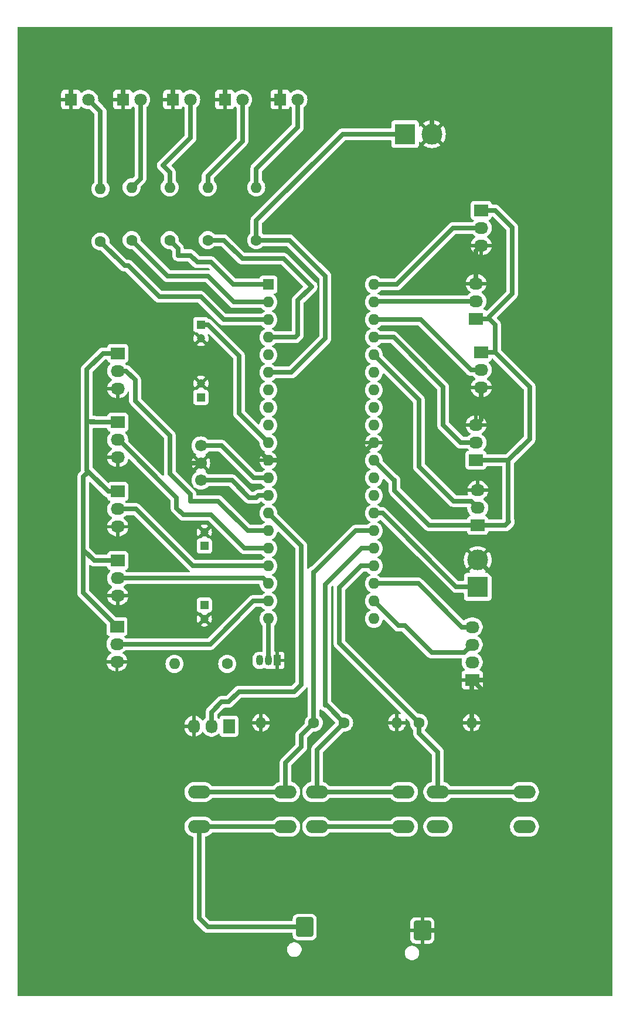
<source format=gbr>
%TF.GenerationSoftware,KiCad,Pcbnew,8.0.1*%
%TF.CreationDate,2024-06-24T23:09:16-03:00*%
%TF.ProjectId,House_Project,486f7573-655f-4507-926f-6a6563742e6b,rev?*%
%TF.SameCoordinates,Original*%
%TF.FileFunction,Copper,L2,Bot*%
%TF.FilePolarity,Positive*%
%FSLAX46Y46*%
G04 Gerber Fmt 4.6, Leading zero omitted, Abs format (unit mm)*
G04 Created by KiCad (PCBNEW 8.0.1) date 2024-06-24 23:09:16*
%MOMM*%
%LPD*%
G01*
G04 APERTURE LIST*
G04 Aperture macros list*
%AMRoundRect*
0 Rectangle with rounded corners*
0 $1 Rounding radius*
0 $2 $3 $4 $5 $6 $7 $8 $9 X,Y pos of 4 corners*
0 Add a 4 corners polygon primitive as box body*
4,1,4,$2,$3,$4,$5,$6,$7,$8,$9,$2,$3,0*
0 Add four circle primitives for the rounded corners*
1,1,$1+$1,$2,$3*
1,1,$1+$1,$4,$5*
1,1,$1+$1,$6,$7*
1,1,$1+$1,$8,$9*
0 Add four rect primitives between the rounded corners*
20,1,$1+$1,$2,$3,$4,$5,0*
20,1,$1+$1,$4,$5,$6,$7,0*
20,1,$1+$1,$6,$7,$8,$9,0*
20,1,$1+$1,$8,$9,$2,$3,0*%
G04 Aperture macros list end*
%TA.AperFunction,ComponentPad*%
%ADD10R,2.030000X1.730000*%
%TD*%
%TA.AperFunction,ComponentPad*%
%ADD11O,2.030000X1.730000*%
%TD*%
%TA.AperFunction,ComponentPad*%
%ADD12C,1.600000*%
%TD*%
%TA.AperFunction,ComponentPad*%
%ADD13O,1.600000X1.600000*%
%TD*%
%TA.AperFunction,ComponentPad*%
%ADD14R,1.600000X1.600000*%
%TD*%
%TA.AperFunction,ComponentPad*%
%ADD15R,1.200000X1.200000*%
%TD*%
%TA.AperFunction,ComponentPad*%
%ADD16C,1.200000*%
%TD*%
%TA.AperFunction,ComponentPad*%
%ADD17RoundRect,0.250000X-0.980000X-1.150000X0.980000X-1.150000X0.980000X1.150000X-0.980000X1.150000X0*%
%TD*%
%TA.AperFunction,ComponentPad*%
%ADD18R,3.000000X3.000000*%
%TD*%
%TA.AperFunction,ComponentPad*%
%ADD19C,3.000000*%
%TD*%
%TA.AperFunction,ComponentPad*%
%ADD20O,3.200000X1.900000*%
%TD*%
%TA.AperFunction,ComponentPad*%
%ADD21R,1.800000X1.800000*%
%TD*%
%TA.AperFunction,ComponentPad*%
%ADD22C,1.800000*%
%TD*%
%TA.AperFunction,ComponentPad*%
%ADD23C,1.700000*%
%TD*%
%TA.AperFunction,ComponentPad*%
%ADD24R,1.730000X2.030000*%
%TD*%
%TA.AperFunction,ComponentPad*%
%ADD25O,1.730000X2.030000*%
%TD*%
%TA.AperFunction,ComponentPad*%
%ADD26R,1.050000X1.500000*%
%TD*%
%TA.AperFunction,ComponentPad*%
%ADD27O,1.050000X1.500000*%
%TD*%
%TA.AperFunction,Conductor*%
%ADD28C,0.700000*%
%TD*%
G04 APERTURE END LIST*
D10*
%TO.P,Presen6,1,Pin_1*%
%TO.N,VCC*%
X85875000Y-122105000D03*
D11*
%TO.P,Presen6,2,Pin_2*%
%TO.N,PD5*%
X85875000Y-124645000D03*
%TO.P,Presen6,3,Pin_3*%
%TO.N,GND*%
X85875000Y-127185000D03*
%TD*%
D12*
%TO.P,R6-220Ohm1,1*%
%TO.N,PB4*%
X106000000Y-66310000D03*
D13*
%TO.P,R6-220Ohm1,2*%
%TO.N,Net-(Quintal1-A)*%
X106000000Y-58690000D03*
%TD*%
D12*
%TO.P,R4-220Ohm1,1*%
%TO.N,PB2*%
X83500000Y-66505000D03*
D13*
%TO.P,R4-220Ohm1,2*%
%TO.N,Net-(Banheiro1-A)*%
X83500000Y-58885000D03*
%TD*%
D10*
%TO.P,Presen4,1,Pin_1*%
%TO.N,VCC*%
X86000000Y-102615000D03*
D11*
%TO.P,Presen4,2,Pin_2*%
%TO.N,PD3*%
X86000000Y-105155000D03*
%TO.P,Presen4,3,Pin_3*%
%TO.N,GND*%
X86000000Y-107695000D03*
%TD*%
D14*
%TO.P,U1,1,PB0*%
%TO.N,PB0*%
X107760000Y-72720000D03*
D13*
%TO.P,U1,2,PB1*%
%TO.N,PB1*%
X107760000Y-75260000D03*
%TO.P,U1,3,PB2*%
%TO.N,PB2*%
X107760000Y-77800000D03*
%TO.P,U1,4,PB3*%
%TO.N,PB3*%
X107760000Y-80340000D03*
%TO.P,U1,5,PB4*%
%TO.N,PB4*%
X107760000Y-82880000D03*
%TO.P,U1,6,PB5*%
X107760000Y-85420000D03*
%TO.P,U1,7,PB6*%
%TO.N,unconnected-(U1-PB6-Pad7)*%
X107760000Y-87960000D03*
%TO.P,U1,8,PB7*%
%TO.N,unconnected-(U1-PB7-Pad8)*%
X107760000Y-90500000D03*
%TO.P,U1,9,~{RESET}*%
%TO.N,unconnected-(U1-~{RESET}-Pad9)*%
X107760000Y-93040000D03*
%TO.P,U1,10,VCC*%
%TO.N,VCC*%
X107760000Y-95580000D03*
%TO.P,U1,11,GND*%
%TO.N,GND*%
X107760000Y-98120000D03*
%TO.P,U1,12,XTAL2*%
%TO.N,Net-(U1-XTAL2)*%
X107760000Y-100660000D03*
%TO.P,U1,13,XTAL1*%
%TO.N,Net-(U1-XTAL1)*%
X107760000Y-103200000D03*
%TO.P,U1,14,PD0*%
%TO.N,PD0*%
X107760000Y-105740000D03*
%TO.P,U1,15,PD1*%
%TO.N,PD1*%
X107760000Y-108280000D03*
%TO.P,U1,16,PD2*%
%TO.N,PD2*%
X107760000Y-110820000D03*
%TO.P,U1,17,PD3*%
%TO.N,PD3*%
X107760000Y-113360000D03*
%TO.P,U1,18,PD4*%
%TO.N,PD4*%
X107760000Y-115900000D03*
%TO.P,U1,19,PD5*%
%TO.N,PD5*%
X107760000Y-118440000D03*
%TO.P,U1,20,PD6*%
%TO.N,PD6*%
X107760000Y-120980000D03*
%TO.P,U1,21,PD7*%
%TO.N,unconnected-(U1-PD7-Pad21)*%
X123000000Y-120980000D03*
%TO.P,U1,22,PC0*%
%TO.N,SDA*%
X123000000Y-118440000D03*
%TO.P,U1,23,PC1*%
%TO.N,SCL*%
X123000000Y-115900000D03*
%TO.P,U1,24,PC2*%
%TO.N,PC2*%
X123000000Y-113360000D03*
%TO.P,U1,25,PC3*%
%TO.N,PC3*%
X123000000Y-110820000D03*
%TO.P,U1,26,PC4*%
%TO.N,PC4*%
X123000000Y-108280000D03*
%TO.P,U1,27,PC5*%
%TO.N,PC5*%
X123000000Y-105740000D03*
%TO.P,U1,28,PC6*%
%TO.N,unconnected-(U1-PC6-Pad28)*%
X123000000Y-103200000D03*
%TO.P,U1,29,PC7*%
%TO.N,unconnected-(U1-PC7-Pad29)*%
X123000000Y-100660000D03*
%TO.P,U1,30,AVCC*%
%TO.N,VCC*%
X123000000Y-98120000D03*
%TO.P,U1,31,GND*%
%TO.N,GND*%
X123000000Y-95580000D03*
%TO.P,U1,32,AREF*%
%TO.N,unconnected-(U1-AREF-Pad32)*%
X123000000Y-93040000D03*
%TO.P,U1,33,PA7*%
%TO.N,unconnected-(U1-PA7-Pad33)*%
X123000000Y-90500000D03*
%TO.P,U1,34,PA6*%
%TO.N,unconnected-(U1-PA6-Pad34)*%
X123000000Y-87960000D03*
%TO.P,U1,35,PA5*%
%TO.N,unconnected-(U1-PA5-Pad35)*%
X123000000Y-85420000D03*
%TO.P,U1,36,PA4*%
%TO.N,PA4*%
X123000000Y-82880000D03*
%TO.P,U1,37,PA3*%
%TO.N,PA3*%
X123000000Y-80340000D03*
%TO.P,U1,38,PA2*%
%TO.N,PA2*%
X123000000Y-77800000D03*
%TO.P,U1,39,PA1*%
%TO.N,PA1*%
X123000000Y-75260000D03*
%TO.P,U1,40,PA0*%
%TO.N,PA0*%
X123000000Y-72720000D03*
%TD*%
D15*
%TO.P,C3-22pF1,1*%
%TO.N,Net-(U1-XTAL1)*%
X98500000Y-110472600D03*
D16*
%TO.P,C3-22pF1,2*%
%TO.N,GND*%
X98500000Y-108472600D03*
%TD*%
D17*
%TO.P,+5,1,Pin_1*%
%TO.N,VCC*%
X113000000Y-165500000D03*
%TD*%
D18*
%TO.P,Buzzer_Gas1,1,Pin_1*%
%TO.N,PB4*%
X127500000Y-51000000D03*
D19*
%TO.P,Buzzer_Gas1,2,Pin_2*%
%TO.N,GND*%
X131380000Y-51000000D03*
%TD*%
D15*
%TO.P,C1-100nF1,1*%
%TO.N,VCC*%
X98500000Y-119000000D03*
D16*
%TO.P,C1-100nF1,2*%
%TO.N,GND*%
X98500000Y-121000000D03*
%TD*%
D15*
%TO.P,C4-22pF1,1*%
%TO.N,Net-(U1-XTAL2)*%
X98000000Y-89000000D03*
D16*
%TO.P,C4-22pF1,2*%
%TO.N,GND*%
X98000000Y-87000000D03*
%TD*%
D10*
%TO.P,Gas4,1,Pin_1*%
%TO.N,VCC*%
X137750000Y-77655000D03*
D11*
%TO.P,Gas4,2,Pin_2*%
%TO.N,PA1*%
X137750000Y-75115000D03*
%TO.P,Gas4,3,Pin_3*%
%TO.N,GND*%
X137750000Y-72575000D03*
%TD*%
D20*
%TO.P,Ligar/Desligar_Alarme1,1,1*%
%TO.N,VCC*%
X127250000Y-151000000D03*
X114750000Y-151000000D03*
%TO.P,Ligar/Desligar_Alarme1,2,2*%
%TO.N,PC3*%
X127250000Y-146000000D03*
X114750000Y-146000000D03*
%TD*%
D12*
%TO.P,R5-220Ohm1,1*%
%TO.N,PB3*%
X99000000Y-66310000D03*
D13*
%TO.P,R5-220Ohm1,2*%
%TO.N,Net-(Cozinha1-A)*%
X99000000Y-58690000D03*
%TD*%
D20*
%TO.P,Desligar_AlarmeSonoro1,1,1*%
%TO.N,VCC*%
X110250000Y-151000000D03*
X97750000Y-151000000D03*
%TO.P,Desligar_AlarmeSonoro1,2,2*%
%TO.N,PC4*%
X110250000Y-146000000D03*
X97750000Y-146000000D03*
%TD*%
%TO.P,Alterar_Temp1,1,1*%
%TO.N,VCC*%
X144750000Y-151000000D03*
X132250000Y-151000000D03*
%TO.P,Alterar_Temp1,2,2*%
%TO.N,PC2*%
X144750000Y-146000000D03*
X132250000Y-146000000D03*
%TD*%
D12*
%TO.P,R9-10KOhm1,1*%
%TO.N,PC4*%
X114310000Y-136000000D03*
D13*
%TO.P,R9-10KOhm1,2*%
%TO.N,GND*%
X106690000Y-136000000D03*
%TD*%
D15*
%TO.P,C2-100nF1,1*%
%TO.N,VCC*%
X98000000Y-78500000D03*
D16*
%TO.P,C2-100nF1,2*%
%TO.N,GND*%
X98000000Y-80500000D03*
%TD*%
D12*
%TO.P,R1-4\u002C7kOhm1,1*%
%TO.N,PD6*%
X101810000Y-127500000D03*
D13*
%TO.P,R1-4\u002C7kOhm1,2*%
%TO.N,VCC*%
X94190000Y-127500000D03*
%TD*%
D21*
%TO.P,Banheiro1,1,K*%
%TO.N,GND*%
X79225000Y-46000000D03*
D22*
%TO.P,Banheiro1,2,A*%
%TO.N,Net-(Banheiro1-A)*%
X81765000Y-46000000D03*
%TD*%
D21*
%TO.P,Quarto2,1,K*%
%TO.N,GND*%
X86725000Y-46000000D03*
D22*
%TO.P,Quarto2,2,A*%
%TO.N,Net-(Quarto2-A)*%
X89265000Y-46000000D03*
%TD*%
D21*
%TO.P,Quarto1,1,K*%
%TO.N,GND*%
X93960000Y-46000000D03*
D22*
%TO.P,Quarto1,2,A*%
%TO.N,Net-(Quarto1-A)*%
X96500000Y-46000000D03*
%TD*%
D12*
%TO.P,R8-10KOhm1,1*%
%TO.N,PC3*%
X118690000Y-136000000D03*
D13*
%TO.P,R8-10KOhm1,2*%
%TO.N,GND*%
X126310000Y-136000000D03*
%TD*%
D17*
%TO.P,GND1,1,Pin_1*%
%TO.N,GND*%
X130000000Y-166000000D03*
%TD*%
D12*
%TO.P,R7-10Khm1,1*%
%TO.N,PC2*%
X129500000Y-136000000D03*
D13*
%TO.P,R7-10Khm1,2*%
%TO.N,GND*%
X137120000Y-136000000D03*
%TD*%
D12*
%TO.P,R2-220Ohm1,1*%
%TO.N,PB0*%
X93500000Y-66310000D03*
D13*
%TO.P,R2-220Ohm1,2*%
%TO.N,Net-(Quarto1-A)*%
X93500000Y-58690000D03*
%TD*%
D10*
%TO.P,Gas3,1,Pin_1*%
%TO.N,VCC*%
X138500000Y-82500000D03*
D11*
%TO.P,Gas3,2,Pin_2*%
%TO.N,PA2*%
X138500000Y-85040000D03*
%TO.P,Gas3,3,Pin_3*%
%TO.N,GND*%
X138500000Y-87580000D03*
%TD*%
D23*
%TO.P,Cristal-16MHz1,1,1*%
%TO.N,Net-(U1-XTAL1)*%
X98000000Y-101000000D03*
%TO.P,Cristal-16MHz1,2,2*%
%TO.N,GND*%
X98000000Y-98500000D03*
%TO.P,Cristal-16MHz1,3,3*%
%TO.N,Net-(U1-XTAL2)*%
X98000000Y-96000000D03*
%TD*%
D24*
%TO.P,Presen1,1,Pin_1*%
%TO.N,VCC*%
X102080000Y-136500000D03*
D25*
%TO.P,Presen1,2,Pin_2*%
%TO.N,PD0*%
X99540000Y-136500000D03*
%TO.P,Presen1,3,Pin_3*%
%TO.N,GND*%
X97000000Y-136500000D03*
%TD*%
D10*
%TO.P,Gas2,1,Pin_1*%
%TO.N,VCC*%
X137750000Y-98080000D03*
D11*
%TO.P,Gas2,2,Pin_2*%
%TO.N,PA3*%
X137750000Y-95540000D03*
%TO.P,Gas2,3,Pin_3*%
%TO.N,GND*%
X137750000Y-93000000D03*
%TD*%
D10*
%TO.P,Gas5,1,Pin_1*%
%TO.N,VCC*%
X138500000Y-62000000D03*
D11*
%TO.P,Gas5,2,Pin_2*%
%TO.N,PA0*%
X138500000Y-64540000D03*
%TO.P,Gas5,3,Pin_3*%
%TO.N,GND*%
X138500000Y-67080000D03*
%TD*%
D10*
%TO.P,Presen3,1,Pin_1*%
%TO.N,VCC*%
X86000000Y-92615000D03*
D11*
%TO.P,Presen3,2,Pin_2*%
%TO.N,PD2*%
X86000000Y-95155000D03*
%TO.P,Presen3,3,Pin_3*%
%TO.N,GND*%
X86000000Y-97695000D03*
%TD*%
D26*
%TO.P,Temperatura1,1,GND*%
%TO.N,GND*%
X109040000Y-127000000D03*
D27*
%TO.P,Temperatura1,2,DQ*%
%TO.N,PD6*%
X107770000Y-127000000D03*
%TO.P,Temperatura1,3,V_{DD}*%
%TO.N,VCC*%
X106500000Y-127000000D03*
%TD*%
D10*
%TO.P,Gas1,1,Pin_1*%
%TO.N,VCC*%
X138000000Y-107500000D03*
D11*
%TO.P,Gas1,2,Pin_2*%
%TO.N,PA4*%
X138000000Y-104960000D03*
%TO.P,Gas1,3,Pin_3*%
%TO.N,GND*%
X138000000Y-102420000D03*
%TD*%
D10*
%TO.P,LCD16x2,1,Pin_1*%
%TO.N,GND*%
X137200000Y-129800000D03*
D11*
%TO.P,LCD16x2,2,Pin_2*%
%TO.N,VCC*%
X137200000Y-127260000D03*
%TO.P,LCD16x2,3,Pin_3*%
%TO.N,SDA*%
X137200000Y-124720000D03*
%TO.P,LCD16x2,4,Pin_4*%
%TO.N,SCL*%
X137200000Y-122180000D03*
%TD*%
D21*
%TO.P,Cozinha1,1,K*%
%TO.N,GND*%
X101460000Y-46000000D03*
D22*
%TO.P,Cozinha1,2,A*%
%TO.N,Net-(Cozinha1-A)*%
X104000000Y-46000000D03*
%TD*%
D21*
%TO.P,Quintal1,1,K*%
%TO.N,GND*%
X109460000Y-46000000D03*
D22*
%TO.P,Quintal1,2,A*%
%TO.N,Net-(Quintal1-A)*%
X112000000Y-46000000D03*
%TD*%
D12*
%TO.P,R3-220Ohm1,1*%
%TO.N,PB1*%
X88000000Y-66310000D03*
D13*
%TO.P,R3-220Ohm1,2*%
%TO.N,Net-(Quarto2-A)*%
X88000000Y-58690000D03*
%TD*%
D10*
%TO.P,Presen2,1,Pin_1*%
%TO.N,VCC*%
X86000000Y-82655000D03*
D11*
%TO.P,Presen2,2,Pin_2*%
%TO.N,PD1*%
X86000000Y-85195000D03*
%TO.P,Presen2,3,Pin_3*%
%TO.N,GND*%
X86000000Y-87735000D03*
%TD*%
D10*
%TO.P,Presen5,1,Pin_1*%
%TO.N,VCC*%
X86000000Y-112575000D03*
D11*
%TO.P,Presen5,2,Pin_2*%
%TO.N,PD4*%
X86000000Y-115115000D03*
%TO.P,Presen5,3,Pin_3*%
%TO.N,GND*%
X86000000Y-117655000D03*
%TD*%
D18*
%TO.P,Rel\u00E9_AltoFalante1,1,Pin_1*%
%TO.N,PC5*%
X138000000Y-116380000D03*
D19*
%TO.P,Rel\u00E9_AltoFalante1,2,Pin_2*%
%TO.N,GND*%
X138000000Y-112500000D03*
%TD*%
D28*
%TO.N,VCC*%
X97750000Y-164250000D02*
X99000000Y-165500000D01*
X99000000Y-165500000D02*
X113000000Y-165500000D01*
X138000000Y-107500000D02*
X131000000Y-107500000D01*
X140500000Y-62000000D02*
X138500000Y-62000000D01*
X138000000Y-62500000D02*
X138500000Y-62000000D01*
X81750000Y-99750000D02*
X81500000Y-99500000D01*
X126000000Y-102500000D02*
X126000000Y-101000000D01*
X81500000Y-92500000D02*
X82500000Y-92500000D01*
X145500000Y-87500000D02*
X140500000Y-82500000D01*
X142420000Y-98080000D02*
X142420000Y-106920000D01*
X143000000Y-64500000D02*
X140500000Y-62000000D01*
X142420000Y-106920000D02*
X142500000Y-107000000D01*
X137750000Y-98080000D02*
X142420000Y-98080000D01*
X81750000Y-99750000D02*
X81000000Y-100500000D01*
X83845000Y-82655000D02*
X86000000Y-82655000D01*
X86000000Y-92615000D02*
X82115000Y-92615000D01*
X140500000Y-82500000D02*
X140500000Y-78500000D01*
X127250000Y-151000000D02*
X114750000Y-151000000D01*
X81000000Y-111000000D02*
X81000000Y-117230000D01*
X142000000Y-107500000D02*
X138000000Y-107500000D01*
X142500000Y-107000000D02*
X142000000Y-107500000D01*
X143000000Y-74000000D02*
X143000000Y-64500000D01*
X139655000Y-77655000D02*
X137750000Y-77655000D01*
X82575000Y-112575000D02*
X86000000Y-112575000D01*
X81500000Y-85000000D02*
X83845000Y-82655000D01*
X103500000Y-83000000D02*
X103500000Y-91320000D01*
X125880000Y-101000000D02*
X123000000Y-98120000D01*
X99000000Y-78500000D02*
X103500000Y-83000000D01*
X81000000Y-117230000D02*
X85875000Y-122105000D01*
X86000000Y-102615000D02*
X84615000Y-102615000D01*
X82615000Y-92615000D02*
X86000000Y-92615000D01*
X137710000Y-98120000D02*
X137750000Y-98080000D01*
X82500000Y-92500000D02*
X82615000Y-92615000D01*
X81000000Y-100500000D02*
X81000000Y-111000000D01*
X142420000Y-98080000D02*
X145500000Y-95000000D01*
X98000000Y-78500000D02*
X99000000Y-78500000D01*
X131000000Y-107500000D02*
X126000000Y-102500000D01*
X126000000Y-101000000D02*
X125880000Y-101000000D01*
X110250000Y-151000000D02*
X97750000Y-151000000D01*
X81500000Y-99500000D02*
X81500000Y-92500000D01*
X140500000Y-82500000D02*
X138500000Y-82500000D01*
X139655000Y-77655000D02*
X139655000Y-77345000D01*
X81000000Y-111000000D02*
X82575000Y-112575000D01*
X139655000Y-77345000D02*
X143000000Y-74000000D01*
X140500000Y-78500000D02*
X139655000Y-77655000D01*
X145500000Y-95000000D02*
X145500000Y-87500000D01*
X103500000Y-91320000D02*
X107760000Y-95580000D01*
X81500000Y-92500000D02*
X81500000Y-85000000D01*
X97750000Y-164250000D02*
X97750000Y-151000000D01*
X84615000Y-102615000D02*
X81750000Y-99750000D01*
%TO.N,PC2*%
X132250000Y-146000000D02*
X144750000Y-146000000D01*
X129500000Y-136000000D02*
X118000000Y-124500000D01*
X118000000Y-116500000D02*
X121140000Y-113360000D01*
X118000000Y-124500000D02*
X118000000Y-116500000D01*
X129500000Y-137500000D02*
X129500000Y-136000000D01*
X132250000Y-146000000D02*
X132250000Y-140250000D01*
X132250000Y-140250000D02*
X129500000Y-137500000D01*
X121140000Y-113360000D02*
X123000000Y-113360000D01*
%TO.N,GND*%
X120460000Y-98120000D02*
X123000000Y-95580000D01*
X142500000Y-117000000D02*
X138000000Y-112500000D01*
X96000000Y-96500000D02*
X96000000Y-92500000D01*
X96000000Y-92500000D02*
X101500000Y-92500000D01*
X91500000Y-40500000D02*
X97500000Y-40500000D01*
X95500000Y-97000000D02*
X96000000Y-96500000D01*
X151000000Y-143600000D02*
X137200000Y-129800000D01*
X137200000Y-129800000D02*
X136510000Y-129800000D01*
X137750000Y-72575000D02*
X137750000Y-67830000D01*
X93960000Y-42960000D02*
X91500000Y-40500000D01*
X137750000Y-67830000D02*
X138500000Y-67080000D01*
X105500000Y-96500000D02*
X106140000Y-96500000D01*
X98000000Y-98500000D02*
X96000000Y-98500000D01*
X86725000Y-43725000D02*
X86725000Y-46000000D01*
X109460000Y-42460000D02*
X126960000Y-42460000D01*
X137120000Y-129880000D02*
X137200000Y-129800000D01*
X151000000Y-154000000D02*
X151000000Y-143600000D01*
X142500000Y-126500000D02*
X142500000Y-117000000D01*
X91500000Y-40500000D02*
X85000000Y-40500000D01*
X109250000Y-42250000D02*
X109460000Y-42460000D01*
X130500000Y-46000000D02*
X130500000Y-47000000D01*
X107380000Y-98500000D02*
X107760000Y-98120000D01*
X95500000Y-98000000D02*
X95500000Y-97000000D01*
X130000000Y-166000000D02*
X139000000Y-166000000D01*
X126960000Y-42460000D02*
X130500000Y-46000000D01*
X101500000Y-92500000D02*
X105500000Y-96500000D01*
X131380000Y-47880000D02*
X131380000Y-51000000D01*
X79225000Y-46000000D02*
X79225000Y-44275000D01*
X85000000Y-40500000D02*
X84250000Y-41250000D01*
X84250000Y-41250000D02*
X86725000Y-43725000D01*
X93960000Y-46000000D02*
X93960000Y-42960000D01*
X101460000Y-44460000D02*
X101460000Y-46000000D01*
X139200000Y-129800000D02*
X142500000Y-126500000D01*
X138500000Y-92250000D02*
X137750000Y-93000000D01*
X98000000Y-41000000D02*
X101460000Y-44460000D01*
X137120000Y-136000000D02*
X137120000Y-129880000D01*
X130500000Y-47000000D02*
X131380000Y-47880000D01*
X96000000Y-98500000D02*
X95500000Y-98000000D01*
X98000000Y-41000000D02*
X98250000Y-41250000D01*
X79225000Y-44275000D02*
X82500000Y-41000000D01*
X106140000Y-96500000D02*
X107760000Y-98120000D01*
X139000000Y-166000000D02*
X151000000Y-154000000D01*
X108250000Y-41250000D02*
X109250000Y-42250000D01*
X97500000Y-40500000D02*
X98000000Y-41000000D01*
X109460000Y-42460000D02*
X109460000Y-46000000D01*
X98250000Y-41250000D02*
X108250000Y-41250000D01*
X107760000Y-98120000D02*
X120460000Y-98120000D01*
X137200000Y-129800000D02*
X139200000Y-129800000D01*
X84000000Y-41000000D02*
X84250000Y-41250000D01*
X82500000Y-41000000D02*
X84000000Y-41000000D01*
X138500000Y-87580000D02*
X138500000Y-92250000D01*
%TO.N,Net-(Banheiro1-A)*%
X83500000Y-58885000D02*
X83500000Y-47735000D01*
X83500000Y-47735000D02*
X81765000Y-46000000D01*
%TO.N,PB4*%
X127500000Y-51000000D02*
X118500000Y-51000000D01*
X118500000Y-51000000D02*
X106000000Y-63500000D01*
X110810000Y-66310000D02*
X116000000Y-71500000D01*
X116000000Y-71500000D02*
X116000000Y-80500000D01*
X106000000Y-66310000D02*
X110810000Y-66310000D01*
X106000000Y-63500000D02*
X106000000Y-66310000D01*
X116000000Y-80500000D02*
X111080000Y-85420000D01*
X111080000Y-85420000D02*
X107760000Y-85420000D01*
%TO.N,Net-(U1-XTAL1)*%
X106300000Y-103200000D02*
X107760000Y-103200000D01*
X102500000Y-101000000D02*
X105000000Y-103500000D01*
X106000000Y-103500000D02*
X106300000Y-103200000D01*
X105000000Y-103500000D02*
X106000000Y-103500000D01*
X98000000Y-101000000D02*
X102500000Y-101000000D01*
%TO.N,Net-(U1-XTAL2)*%
X101000000Y-96000000D02*
X105660000Y-100660000D01*
X105660000Y-100660000D02*
X107760000Y-100660000D01*
X98000000Y-96000000D02*
X101000000Y-96000000D01*
%TO.N,Net-(Cozinha1-A)*%
X99000000Y-57000000D02*
X99000000Y-58690000D01*
X104000000Y-46000000D02*
X104000000Y-52000000D01*
X104000000Y-52000000D02*
X99000000Y-57000000D01*
%TO.N,PC4*%
X112500000Y-137810000D02*
X114310000Y-136000000D01*
X114310000Y-114310000D02*
X114250000Y-114250000D01*
X114310000Y-136000000D02*
X114310000Y-114310000D01*
X110250000Y-146000000D02*
X110250000Y-141750000D01*
X114310000Y-114310000D02*
X120340000Y-108280000D01*
X120340000Y-108280000D02*
X123000000Y-108280000D01*
X97750000Y-146000000D02*
X110250000Y-146000000D01*
X110250000Y-141750000D02*
X112500000Y-139500000D01*
X112500000Y-139500000D02*
X112500000Y-137810000D01*
%TO.N,PA4*%
X137040000Y-104000000D02*
X138000000Y-104960000D01*
X129500000Y-99000000D02*
X134500000Y-104000000D01*
X134500000Y-104000000D02*
X137040000Y-104000000D01*
X129500000Y-89380000D02*
X129500000Y-99000000D01*
X123000000Y-82880000D02*
X129500000Y-89380000D01*
%TO.N,PA3*%
X133000000Y-87500000D02*
X125840000Y-80340000D01*
X125840000Y-80340000D02*
X123000000Y-80340000D01*
X137750000Y-95540000D02*
X137750000Y-95250000D01*
X133000000Y-93000000D02*
X133000000Y-87500000D01*
X137750000Y-95540000D02*
X135540000Y-95540000D01*
X135540000Y-95540000D02*
X133000000Y-93000000D01*
%TO.N,PA2*%
X138500000Y-85040000D02*
X137040000Y-85040000D01*
X129800000Y-77800000D02*
X123000000Y-77800000D01*
X137040000Y-85040000D02*
X129800000Y-77800000D01*
%TO.N,PA1*%
X123145000Y-75115000D02*
X123000000Y-75260000D01*
X137750000Y-75115000D02*
X123145000Y-75115000D01*
%TO.N,PA0*%
X134460000Y-64540000D02*
X126280000Y-72720000D01*
X138500000Y-64540000D02*
X134460000Y-64540000D01*
X126280000Y-72720000D02*
X123000000Y-72720000D01*
%TO.N,SDA*%
X127500000Y-122000000D02*
X126560000Y-122000000D01*
X137200000Y-124720000D02*
X136050000Y-125870000D01*
X126560000Y-122000000D02*
X123000000Y-118440000D01*
X131370000Y-125870000D02*
X127500000Y-122000000D01*
X136050000Y-125870000D02*
X131370000Y-125870000D01*
%TO.N,SCL*%
X135680000Y-122180000D02*
X129400000Y-115900000D01*
X137200000Y-122180000D02*
X135680000Y-122180000D01*
X129400000Y-115900000D02*
X123000000Y-115900000D01*
%TO.N,PC3*%
X116000000Y-116000000D02*
X121180000Y-110820000D01*
X116000000Y-133500000D02*
X116000000Y-116000000D01*
X114750000Y-146000000D02*
X114750000Y-139940000D01*
X118690000Y-136000000D02*
X116190000Y-133500000D01*
X118810000Y-136000000D02*
X118690000Y-136000000D01*
X121180000Y-110820000D02*
X123000000Y-110820000D01*
X116190000Y-133500000D02*
X116000000Y-133500000D01*
X114750000Y-146000000D02*
X127250000Y-146000000D01*
X114750000Y-139940000D02*
X118690000Y-136000000D01*
%TO.N,PD0*%
X99540000Y-136500000D02*
X99540000Y-134460000D01*
X112500000Y-110480000D02*
X107760000Y-105740000D01*
X102000000Y-133000000D02*
X103500000Y-131500000D01*
X103500000Y-131500000D02*
X111500000Y-131500000D01*
X99540000Y-134460000D02*
X101000000Y-133000000D01*
X101000000Y-133000000D02*
X102000000Y-133000000D01*
X111500000Y-131500000D02*
X112500000Y-130500000D01*
X112500000Y-130500000D02*
X112500000Y-110480000D01*
%TO.N,PD1*%
X96500000Y-103000000D02*
X93500000Y-100000000D01*
X88500000Y-86500000D02*
X87195000Y-85195000D01*
X100500000Y-104000000D02*
X96500000Y-104000000D01*
X107760000Y-108280000D02*
X104780000Y-108280000D01*
X87195000Y-85195000D02*
X86000000Y-85195000D01*
X88500000Y-89500000D02*
X88500000Y-86500000D01*
X96500000Y-104000000D02*
X96500000Y-103000000D01*
X104780000Y-108280000D02*
X100500000Y-104000000D01*
X93500000Y-94500000D02*
X88500000Y-89500000D01*
X93500000Y-100000000D02*
X93500000Y-94500000D01*
%TO.N,PD2*%
X95500000Y-106000000D02*
X99500000Y-106000000D01*
X86000000Y-95155000D02*
X86155000Y-95155000D01*
X94500000Y-105000000D02*
X95500000Y-106000000D01*
X104320000Y-110820000D02*
X107760000Y-110820000D01*
X86155000Y-95155000D02*
X94500000Y-103500000D01*
X94500000Y-103500000D02*
X94500000Y-105000000D01*
X99500000Y-106000000D02*
X104320000Y-110820000D01*
%TO.N,PD3*%
X96860000Y-113360000D02*
X107760000Y-113360000D01*
X88655000Y-105155000D02*
X96860000Y-113360000D01*
X86000000Y-105155000D02*
X88655000Y-105155000D01*
%TO.N,PD4*%
X86000000Y-115115000D02*
X106975000Y-115115000D01*
X106975000Y-115115000D02*
X107760000Y-115900000D01*
%TO.N,PD5*%
X85875000Y-124645000D02*
X99355000Y-124645000D01*
X105560000Y-118440000D02*
X107760000Y-118440000D01*
X99355000Y-124645000D02*
X105560000Y-118440000D01*
%TO.N,Net-(Quarto1-A)*%
X96500000Y-51500000D02*
X92500000Y-55500000D01*
X96500000Y-46000000D02*
X96500000Y-51500000D01*
X93500000Y-56500000D02*
X93500000Y-58690000D01*
X92500000Y-55500000D02*
X93500000Y-56500000D01*
%TO.N,Net-(Quarto2-A)*%
X89265000Y-46000000D02*
X89265000Y-57425000D01*
X89265000Y-57425000D02*
X88000000Y-58690000D01*
%TO.N,Net-(Quintal1-A)*%
X112000000Y-50000000D02*
X106000000Y-56000000D01*
X112000000Y-46000000D02*
X112000000Y-50000000D01*
X106000000Y-56000000D02*
X106000000Y-58690000D01*
%TO.N,PD6*%
X107770000Y-127000000D02*
X107770000Y-120990000D01*
X107770000Y-120990000D02*
X107760000Y-120980000D01*
%TO.N,PB0*%
X97500000Y-69500000D02*
X99500000Y-69500000D01*
X99500000Y-69500000D02*
X102720000Y-72720000D01*
X96500000Y-68500000D02*
X97500000Y-69500000D01*
X94690000Y-68500000D02*
X94690000Y-67500000D01*
X102720000Y-72720000D02*
X107760000Y-72720000D01*
X94690000Y-68500000D02*
X96500000Y-68500000D01*
X94690000Y-67500000D02*
X93500000Y-66310000D01*
%TO.N,PB1*%
X88000000Y-66310000D02*
X93190000Y-71500000D01*
X99000000Y-71500000D02*
X102760000Y-75260000D01*
X93190000Y-71500000D02*
X99000000Y-71500000D01*
X102760000Y-75260000D02*
X107760000Y-75260000D01*
%TO.N,PB2*%
X101300000Y-77800000D02*
X107760000Y-77800000D01*
X87500000Y-70000000D02*
X92000000Y-74500000D01*
X86995000Y-70000000D02*
X87500000Y-70000000D01*
X83500000Y-66505000D02*
X86995000Y-70000000D01*
X98000000Y-74500000D02*
X101300000Y-77800000D01*
X92000000Y-74500000D02*
X98000000Y-74500000D01*
%TO.N,PB3*%
X112000000Y-80000000D02*
X111660000Y-80340000D01*
X112000000Y-75000000D02*
X112000000Y-80000000D01*
X101310000Y-66310000D02*
X104000000Y-69000000D01*
X99000000Y-66310000D02*
X101310000Y-66310000D01*
X110000000Y-69000000D02*
X114000000Y-73000000D01*
X114000000Y-73000000D02*
X112000000Y-75000000D01*
X111660000Y-80340000D02*
X107760000Y-80340000D01*
X104000000Y-69000000D02*
X110000000Y-69000000D01*
%TO.N,PC5*%
X124240000Y-105740000D02*
X123000000Y-105740000D01*
X138000000Y-116380000D02*
X134880000Y-116380000D01*
X134880000Y-116380000D02*
X124240000Y-105740000D01*
%TD*%
%TA.AperFunction,Conductor*%
%TO.N,GND*%
G36*
X82043389Y-113242676D02*
G01*
X82172137Y-113328703D01*
X82326918Y-113392816D01*
X82491228Y-113425499D01*
X82491232Y-113425500D01*
X82491233Y-113425500D01*
X84366411Y-113425500D01*
X84433450Y-113445185D01*
X84479205Y-113497989D01*
X84489701Y-113536246D01*
X84490909Y-113547483D01*
X84541202Y-113682328D01*
X84541206Y-113682335D01*
X84627452Y-113797544D01*
X84627455Y-113797547D01*
X84742664Y-113883793D01*
X84742673Y-113883798D01*
X84810723Y-113909178D01*
X84858632Y-113927047D01*
X84914566Y-113968917D01*
X84938984Y-114034381D01*
X84924133Y-114102654D01*
X84902982Y-114130910D01*
X84808454Y-114225438D01*
X84682120Y-114399321D01*
X84584541Y-114590829D01*
X84584540Y-114590832D01*
X84518124Y-114795240D01*
X84518124Y-114795243D01*
X84484500Y-115007534D01*
X84484500Y-115222465D01*
X84518124Y-115434756D01*
X84518124Y-115434759D01*
X84584540Y-115639167D01*
X84584541Y-115639170D01*
X84682120Y-115830678D01*
X84808455Y-116004563D01*
X84960437Y-116156545D01*
X85052884Y-116223712D01*
X85137226Y-116284990D01*
X85179892Y-116340320D01*
X85185871Y-116409933D01*
X85153265Y-116471728D01*
X85137227Y-116485626D01*
X84960760Y-116613838D01*
X84960759Y-116613838D01*
X84808838Y-116765759D01*
X84682547Y-116939583D01*
X84585003Y-117131024D01*
X84518610Y-117335364D01*
X84507581Y-117405000D01*
X85555440Y-117405000D01*
X85524755Y-117458147D01*
X85490000Y-117587857D01*
X85490000Y-117722143D01*
X85524755Y-117851853D01*
X85555440Y-117905000D01*
X84507581Y-117905000D01*
X84518610Y-117974635D01*
X84585003Y-118178975D01*
X84682547Y-118370416D01*
X84808838Y-118544240D01*
X84960759Y-118696161D01*
X85134583Y-118822452D01*
X85326024Y-118919996D01*
X85530358Y-118986388D01*
X85742573Y-119020000D01*
X85750000Y-119020000D01*
X85750000Y-118099560D01*
X85803147Y-118130245D01*
X85932857Y-118165000D01*
X86067143Y-118165000D01*
X86196853Y-118130245D01*
X86250000Y-118099560D01*
X86250000Y-119020000D01*
X86257427Y-119020000D01*
X86469639Y-118986388D01*
X86469642Y-118986388D01*
X86673975Y-118919996D01*
X86865416Y-118822452D01*
X87039240Y-118696161D01*
X87191161Y-118544240D01*
X87317452Y-118370416D01*
X87414996Y-118178975D01*
X87481389Y-117974635D01*
X87492419Y-117905000D01*
X86444560Y-117905000D01*
X86475245Y-117851853D01*
X86510000Y-117722143D01*
X86510000Y-117587857D01*
X86475245Y-117458147D01*
X86444560Y-117405000D01*
X87492419Y-117405000D01*
X87481389Y-117335364D01*
X87414996Y-117131024D01*
X87317452Y-116939583D01*
X87191161Y-116765759D01*
X87039240Y-116613838D01*
X86862772Y-116485626D01*
X86820107Y-116430296D01*
X86814128Y-116360682D01*
X86846734Y-116298888D01*
X86862773Y-116284990D01*
X86865675Y-116282881D01*
X86865678Y-116282880D01*
X87039563Y-116156545D01*
X87191545Y-116004563D01*
X87191545Y-116004562D01*
X87194289Y-116001819D01*
X87255612Y-115968334D01*
X87281970Y-115965500D01*
X106346638Y-115965500D01*
X106413677Y-115985185D01*
X106459432Y-116037989D01*
X106470165Y-116078691D01*
X106474365Y-116126690D01*
X106474365Y-116126694D01*
X106533258Y-116346488D01*
X106533261Y-116346497D01*
X106629431Y-116552732D01*
X106629432Y-116552734D01*
X106759954Y-116739141D01*
X106920858Y-116900045D01*
X106920861Y-116900047D01*
X107107266Y-117030568D01*
X107165275Y-117057618D01*
X107217714Y-117103791D01*
X107236866Y-117170984D01*
X107216650Y-117237865D01*
X107165275Y-117282382D01*
X107107267Y-117309431D01*
X107107265Y-117309432D01*
X106920862Y-117439951D01*
X106882741Y-117478073D01*
X106807631Y-117553182D01*
X106746311Y-117586666D01*
X106719952Y-117589500D01*
X105476228Y-117589500D01*
X105311925Y-117622182D01*
X105311917Y-117622184D01*
X105286137Y-117632863D01*
X105286136Y-117632863D01*
X105157143Y-117686292D01*
X105157137Y-117686295D01*
X105157137Y-117686296D01*
X105028632Y-117772162D01*
X105017831Y-117779379D01*
X105017831Y-117779380D01*
X99039030Y-123758181D01*
X98977707Y-123791666D01*
X98951349Y-123794500D01*
X87156970Y-123794500D01*
X87089931Y-123774815D01*
X87069289Y-123758181D01*
X86972018Y-123660910D01*
X86938533Y-123599587D01*
X86943517Y-123529895D01*
X86985389Y-123473962D01*
X87016362Y-123457049D01*
X87132331Y-123413796D01*
X87247546Y-123327546D01*
X87333796Y-123212331D01*
X87384091Y-123077483D01*
X87390500Y-123017873D01*
X87390499Y-121934240D01*
X97919311Y-121934240D01*
X98007585Y-121988897D01*
X98197678Y-122062539D01*
X98398072Y-122100000D01*
X98601928Y-122100000D01*
X98802322Y-122062539D01*
X98992412Y-121988899D01*
X98992416Y-121988897D01*
X99080686Y-121934241D01*
X99080686Y-121934240D01*
X98500001Y-121353553D01*
X98500000Y-121353553D01*
X97919311Y-121934240D01*
X87390499Y-121934240D01*
X87390499Y-121192128D01*
X87385123Y-121142119D01*
X87384091Y-121132516D01*
X87334666Y-121000000D01*
X97395287Y-121000000D01*
X97414096Y-121202989D01*
X97414097Y-121202992D01*
X97469883Y-121399063D01*
X97469886Y-121399069D01*
X97560751Y-121581551D01*
X97562533Y-121583911D01*
X98106950Y-121039496D01*
X98200000Y-121039496D01*
X98220444Y-121115796D01*
X98259940Y-121184205D01*
X98315795Y-121240060D01*
X98384204Y-121279556D01*
X98460504Y-121300000D01*
X98539496Y-121300000D01*
X98615796Y-121279556D01*
X98684205Y-121240060D01*
X98740060Y-121184205D01*
X98779556Y-121115796D01*
X98800000Y-121039496D01*
X98800000Y-121000000D01*
X98853553Y-121000000D01*
X99437465Y-121583912D01*
X99439247Y-121581553D01*
X99439248Y-121581551D01*
X99530113Y-121399069D01*
X99530116Y-121399063D01*
X99585902Y-121202992D01*
X99585903Y-121202989D01*
X99604713Y-121000000D01*
X99604713Y-120999999D01*
X99585903Y-120797010D01*
X99585902Y-120797007D01*
X99530116Y-120600936D01*
X99530113Y-120600930D01*
X99439249Y-120418449D01*
X99439247Y-120418447D01*
X99437465Y-120416087D01*
X98853553Y-121000000D01*
X98800000Y-121000000D01*
X98800000Y-120960504D01*
X98779556Y-120884204D01*
X98740060Y-120815795D01*
X98684205Y-120759940D01*
X98615796Y-120720444D01*
X98539496Y-120700000D01*
X98460504Y-120700000D01*
X98384204Y-120720444D01*
X98315795Y-120759940D01*
X98259940Y-120815795D01*
X98220444Y-120884204D01*
X98200000Y-120960504D01*
X98200000Y-121039496D01*
X98106950Y-121039496D01*
X98146446Y-121000000D01*
X97562533Y-120416087D01*
X97560755Y-120418442D01*
X97560754Y-120418443D01*
X97469886Y-120600930D01*
X97469883Y-120600936D01*
X97414097Y-120797007D01*
X97414096Y-120797010D01*
X97395287Y-120999999D01*
X97395287Y-121000000D01*
X87334666Y-121000000D01*
X87333797Y-120997671D01*
X87333793Y-120997664D01*
X87247547Y-120882455D01*
X87247544Y-120882452D01*
X87132335Y-120796206D01*
X87132328Y-120796202D01*
X86997482Y-120745908D01*
X86997483Y-120745908D01*
X86937883Y-120739501D01*
X86937881Y-120739500D01*
X86937873Y-120739500D01*
X86937865Y-120739500D01*
X85763650Y-120739500D01*
X85696611Y-120719815D01*
X85675969Y-120703181D01*
X84620658Y-119647870D01*
X97399500Y-119647870D01*
X97399501Y-119647876D01*
X97405908Y-119707483D01*
X97456202Y-119842328D01*
X97456206Y-119842335D01*
X97542452Y-119957544D01*
X97542455Y-119957547D01*
X97657664Y-120043793D01*
X97657671Y-120043797D01*
X97792516Y-120094091D01*
X97818419Y-120096875D01*
X97852127Y-120100500D01*
X97902692Y-120100499D01*
X97969729Y-120120182D01*
X97990372Y-120136818D01*
X98500000Y-120646446D01*
X99009628Y-120136818D01*
X99070951Y-120103333D01*
X99097308Y-120100499D01*
X99147872Y-120100499D01*
X99207483Y-120094091D01*
X99342331Y-120043796D01*
X99457546Y-119957546D01*
X99543796Y-119842331D01*
X99594091Y-119707483D01*
X99600500Y-119647873D01*
X99600499Y-118352128D01*
X99594091Y-118292517D01*
X99573587Y-118237544D01*
X99543797Y-118157671D01*
X99543793Y-118157664D01*
X99457547Y-118042455D01*
X99457544Y-118042452D01*
X99342335Y-117956206D01*
X99342328Y-117956202D01*
X99207482Y-117905908D01*
X99207483Y-117905908D01*
X99147883Y-117899501D01*
X99147881Y-117899500D01*
X99147873Y-117899500D01*
X99147864Y-117899500D01*
X97852129Y-117899500D01*
X97852123Y-117899501D01*
X97792516Y-117905908D01*
X97657671Y-117956202D01*
X97657664Y-117956206D01*
X97542455Y-118042452D01*
X97542452Y-118042455D01*
X97456206Y-118157664D01*
X97456202Y-118157671D01*
X97405908Y-118292517D01*
X97399501Y-118352116D01*
X97399501Y-118352123D01*
X97399500Y-118352135D01*
X97399500Y-119647870D01*
X84620658Y-119647870D01*
X81886819Y-116914030D01*
X81853334Y-116852707D01*
X81850500Y-116826349D01*
X81850500Y-113345779D01*
X81870185Y-113278740D01*
X81922989Y-113232985D01*
X81992147Y-113223041D01*
X82043389Y-113242676D01*
G37*
%TD.AperFunction*%
%TA.AperFunction,Conductor*%
G36*
X82055703Y-101258938D02*
G01*
X82062181Y-101264970D01*
X84072834Y-103275624D01*
X84072838Y-103275627D01*
X84212137Y-103368704D01*
X84212139Y-103368705D01*
X84212143Y-103368707D01*
X84294222Y-103402703D01*
X84321584Y-103414037D01*
X84366918Y-103432816D01*
X84387267Y-103436863D01*
X84449178Y-103469248D01*
X84483752Y-103529964D01*
X84486366Y-103545226D01*
X84490909Y-103587483D01*
X84541202Y-103722328D01*
X84541206Y-103722335D01*
X84627452Y-103837544D01*
X84627455Y-103837547D01*
X84742664Y-103923793D01*
X84742673Y-103923798D01*
X84810723Y-103949178D01*
X84858632Y-103967047D01*
X84914566Y-104008917D01*
X84938984Y-104074381D01*
X84924133Y-104142654D01*
X84902982Y-104170910D01*
X84808454Y-104265438D01*
X84682120Y-104439321D01*
X84584541Y-104630829D01*
X84584540Y-104630832D01*
X84518124Y-104835240D01*
X84518124Y-104835243D01*
X84507731Y-104900861D01*
X84484500Y-105047533D01*
X84484500Y-105262467D01*
X84487239Y-105279759D01*
X84518124Y-105474756D01*
X84518124Y-105474759D01*
X84584540Y-105679167D01*
X84584541Y-105679170D01*
X84671360Y-105849561D01*
X84682120Y-105870678D01*
X84808455Y-106044563D01*
X84960437Y-106196545D01*
X84960440Y-106196547D01*
X85137226Y-106324990D01*
X85179892Y-106380320D01*
X85185871Y-106449933D01*
X85153265Y-106511728D01*
X85137227Y-106525626D01*
X84960760Y-106653838D01*
X84960759Y-106653838D01*
X84808838Y-106805759D01*
X84682547Y-106979583D01*
X84585003Y-107171024D01*
X84518610Y-107375364D01*
X84507581Y-107445000D01*
X85555440Y-107445000D01*
X85524755Y-107498147D01*
X85490000Y-107627857D01*
X85490000Y-107762143D01*
X85524755Y-107891853D01*
X85555440Y-107945000D01*
X84507581Y-107945000D01*
X84518610Y-108014635D01*
X84585003Y-108218975D01*
X84682547Y-108410416D01*
X84808838Y-108584240D01*
X84960759Y-108736161D01*
X85134583Y-108862452D01*
X85326024Y-108959996D01*
X85530358Y-109026388D01*
X85742573Y-109060000D01*
X85750000Y-109060000D01*
X85750000Y-108139560D01*
X85803147Y-108170245D01*
X85932857Y-108205000D01*
X86067143Y-108205000D01*
X86196853Y-108170245D01*
X86250000Y-108139560D01*
X86250000Y-109060000D01*
X86257427Y-109060000D01*
X86469639Y-109026388D01*
X86469642Y-109026388D01*
X86673975Y-108959996D01*
X86865416Y-108862452D01*
X87039240Y-108736161D01*
X87191161Y-108584240D01*
X87317452Y-108410416D01*
X87414996Y-108218975D01*
X87481389Y-108014635D01*
X87492419Y-107945000D01*
X86444560Y-107945000D01*
X86475245Y-107891853D01*
X86510000Y-107762143D01*
X86510000Y-107627857D01*
X86475245Y-107498147D01*
X86444560Y-107445000D01*
X87492419Y-107445000D01*
X87481389Y-107375364D01*
X87414996Y-107171024D01*
X87317452Y-106979583D01*
X87191161Y-106805759D01*
X87039240Y-106653838D01*
X86862772Y-106525626D01*
X86820107Y-106470296D01*
X86814128Y-106400682D01*
X86846734Y-106338888D01*
X86862773Y-106324990D01*
X86865675Y-106322881D01*
X86865678Y-106322880D01*
X87039563Y-106196545D01*
X87191545Y-106044563D01*
X87191545Y-106044562D01*
X87194289Y-106041819D01*
X87255612Y-106008334D01*
X87281970Y-106005500D01*
X88251349Y-106005500D01*
X88318388Y-106025185D01*
X88339030Y-106041819D01*
X96317831Y-114020620D01*
X96317834Y-114020622D01*
X96317838Y-114020626D01*
X96342941Y-114037399D01*
X96387745Y-114091010D01*
X96396452Y-114160335D01*
X96366298Y-114223363D01*
X96306854Y-114260082D01*
X96274049Y-114264500D01*
X87281970Y-114264500D01*
X87214931Y-114244815D01*
X87194289Y-114228181D01*
X87097018Y-114130910D01*
X87063533Y-114069587D01*
X87068517Y-113999895D01*
X87110389Y-113943962D01*
X87141362Y-113927049D01*
X87257331Y-113883796D01*
X87372546Y-113797546D01*
X87458796Y-113682331D01*
X87509091Y-113547483D01*
X87515500Y-113487873D01*
X87515499Y-111662128D01*
X87509091Y-111602517D01*
X87498344Y-111573704D01*
X87458797Y-111467671D01*
X87458793Y-111467664D01*
X87372547Y-111352455D01*
X87372544Y-111352452D01*
X87257335Y-111266206D01*
X87257328Y-111266202D01*
X87122482Y-111215908D01*
X87122483Y-111215908D01*
X87062883Y-111209501D01*
X87062881Y-111209500D01*
X87062873Y-111209500D01*
X87062864Y-111209500D01*
X84937129Y-111209500D01*
X84937123Y-111209501D01*
X84877516Y-111215908D01*
X84742671Y-111266202D01*
X84742664Y-111266206D01*
X84627455Y-111352452D01*
X84627452Y-111352455D01*
X84541206Y-111467664D01*
X84541202Y-111467671D01*
X84490909Y-111602513D01*
X84490909Y-111602516D01*
X84490909Y-111602517D01*
X84489700Y-111613755D01*
X84462965Y-111678304D01*
X84405574Y-111718154D01*
X84366412Y-111724500D01*
X82978650Y-111724500D01*
X82911611Y-111704815D01*
X82890969Y-111688181D01*
X81886819Y-110684030D01*
X81853334Y-110622707D01*
X81850500Y-110596349D01*
X81850500Y-101352651D01*
X81870185Y-101285612D01*
X81922989Y-101239857D01*
X81992147Y-101229913D01*
X82055703Y-101258938D01*
G37*
%TD.AperFunction*%
%TA.AperFunction,Conductor*%
G36*
X84433450Y-93485185D02*
G01*
X84479205Y-93537989D01*
X84489701Y-93576246D01*
X84490909Y-93587483D01*
X84541202Y-93722328D01*
X84541206Y-93722335D01*
X84627452Y-93837544D01*
X84627455Y-93837547D01*
X84742664Y-93923793D01*
X84742673Y-93923798D01*
X84810723Y-93949178D01*
X84858632Y-93967047D01*
X84914566Y-94008917D01*
X84938984Y-94074381D01*
X84924133Y-94142654D01*
X84902982Y-94170910D01*
X84808454Y-94265438D01*
X84682120Y-94439321D01*
X84584541Y-94630829D01*
X84584540Y-94630832D01*
X84518124Y-94835240D01*
X84518124Y-94835243D01*
X84518124Y-94835245D01*
X84484500Y-95047533D01*
X84484500Y-95262467D01*
X84496681Y-95339372D01*
X84518124Y-95474756D01*
X84518124Y-95474759D01*
X84584540Y-95679167D01*
X84584541Y-95679170D01*
X84682120Y-95870678D01*
X84808455Y-96044563D01*
X84960437Y-96196545D01*
X85067153Y-96274079D01*
X85137226Y-96324990D01*
X85179892Y-96380320D01*
X85185871Y-96449933D01*
X85153265Y-96511728D01*
X85137227Y-96525626D01*
X84960760Y-96653838D01*
X84960759Y-96653838D01*
X84808838Y-96805759D01*
X84682547Y-96979583D01*
X84585003Y-97171024D01*
X84518610Y-97375364D01*
X84507581Y-97445000D01*
X85555440Y-97445000D01*
X85524755Y-97498147D01*
X85490000Y-97627857D01*
X85490000Y-97762143D01*
X85524755Y-97891853D01*
X85555440Y-97945000D01*
X84507581Y-97945000D01*
X84518610Y-98014635D01*
X84585003Y-98218975D01*
X84682547Y-98410416D01*
X84808838Y-98584240D01*
X84960759Y-98736161D01*
X85134583Y-98862452D01*
X85326024Y-98959996D01*
X85530358Y-99026388D01*
X85742573Y-99060000D01*
X85750000Y-99060000D01*
X85750000Y-98139560D01*
X85803147Y-98170245D01*
X85932857Y-98205000D01*
X86067143Y-98205000D01*
X86196853Y-98170245D01*
X86250000Y-98139560D01*
X86250000Y-99060000D01*
X86257427Y-99060000D01*
X86469639Y-99026388D01*
X86469642Y-99026388D01*
X86673975Y-98959996D01*
X86865416Y-98862452D01*
X87039240Y-98736161D01*
X87191161Y-98584240D01*
X87317452Y-98410416D01*
X87414996Y-98218975D01*
X87481388Y-98014642D01*
X87481389Y-98014638D01*
X87488502Y-97969728D01*
X87518431Y-97906593D01*
X87577742Y-97869661D01*
X87647604Y-97870659D01*
X87698653Y-97901442D01*
X89991339Y-100194127D01*
X93613181Y-103815969D01*
X93646666Y-103877292D01*
X93649500Y-103903650D01*
X93649500Y-105083771D01*
X93682182Y-105248075D01*
X93682186Y-105248089D01*
X93684946Y-105254751D01*
X93684945Y-105254751D01*
X93684948Y-105254755D01*
X93746292Y-105402856D01*
X93746299Y-105402869D01*
X93839372Y-105542161D01*
X93839375Y-105542165D01*
X94957834Y-106660624D01*
X94957842Y-106660630D01*
X95097127Y-106753697D01*
X95097130Y-106753698D01*
X95097138Y-106753704D01*
X95187806Y-106791259D01*
X95251918Y-106817816D01*
X95416228Y-106850499D01*
X95416232Y-106850500D01*
X95416233Y-106850500D01*
X95416234Y-106850500D01*
X95583767Y-106850500D01*
X99096349Y-106850500D01*
X99163388Y-106870185D01*
X99184030Y-106886819D01*
X101427711Y-109130499D01*
X103659374Y-111362162D01*
X103777838Y-111480626D01*
X103917137Y-111573703D01*
X104071918Y-111637816D01*
X104236228Y-111670499D01*
X104236232Y-111670500D01*
X104236233Y-111670500D01*
X106719952Y-111670500D01*
X106786991Y-111690185D01*
X106807628Y-111706814D01*
X106920859Y-111820045D01*
X106920862Y-111820048D01*
X107014063Y-111885307D01*
X107107266Y-111950568D01*
X107165275Y-111977618D01*
X107217714Y-112023791D01*
X107236866Y-112090984D01*
X107216650Y-112157865D01*
X107165275Y-112202382D01*
X107107267Y-112229431D01*
X107107265Y-112229432D01*
X106920862Y-112359951D01*
X106875923Y-112404891D01*
X106807631Y-112473182D01*
X106746311Y-112506666D01*
X106719952Y-112509500D01*
X97263650Y-112509500D01*
X97196611Y-112489815D01*
X97175969Y-112473181D01*
X95823258Y-111120470D01*
X97399500Y-111120470D01*
X97399501Y-111120476D01*
X97405908Y-111180083D01*
X97456202Y-111314928D01*
X97456206Y-111314935D01*
X97542452Y-111430144D01*
X97542455Y-111430147D01*
X97657664Y-111516393D01*
X97657671Y-111516397D01*
X97792517Y-111566691D01*
X97792516Y-111566691D01*
X97799444Y-111567435D01*
X97852127Y-111573100D01*
X99147872Y-111573099D01*
X99207483Y-111566691D01*
X99342331Y-111516396D01*
X99457546Y-111430146D01*
X99543796Y-111314931D01*
X99594091Y-111180083D01*
X99600500Y-111120473D01*
X99600499Y-109824728D01*
X99594091Y-109765117D01*
X99565862Y-109689432D01*
X99543797Y-109630271D01*
X99543793Y-109630264D01*
X99457547Y-109515055D01*
X99457544Y-109515052D01*
X99342335Y-109428806D01*
X99342328Y-109428802D01*
X99207482Y-109378508D01*
X99207483Y-109378508D01*
X99147883Y-109372101D01*
X99147881Y-109372100D01*
X99147873Y-109372100D01*
X99147865Y-109372100D01*
X99097308Y-109372100D01*
X99030269Y-109352415D01*
X99009627Y-109335781D01*
X98500001Y-108826153D01*
X98500000Y-108826153D01*
X97990370Y-109335781D01*
X97929047Y-109369266D01*
X97902691Y-109372100D01*
X97852130Y-109372100D01*
X97852123Y-109372101D01*
X97792516Y-109378508D01*
X97657671Y-109428802D01*
X97657664Y-109428806D01*
X97542455Y-109515052D01*
X97542452Y-109515055D01*
X97456206Y-109630264D01*
X97456202Y-109630271D01*
X97405908Y-109765117D01*
X97400013Y-109819951D01*
X97399501Y-109824723D01*
X97399500Y-109824735D01*
X97399500Y-111120470D01*
X95823258Y-111120470D01*
X93175389Y-108472600D01*
X97395287Y-108472600D01*
X97414096Y-108675589D01*
X97414097Y-108675592D01*
X97469883Y-108871663D01*
X97469886Y-108871669D01*
X97560751Y-109054151D01*
X97562533Y-109056511D01*
X98106950Y-108512096D01*
X98200000Y-108512096D01*
X98220444Y-108588396D01*
X98259940Y-108656805D01*
X98315795Y-108712660D01*
X98384204Y-108752156D01*
X98460504Y-108772600D01*
X98539496Y-108772600D01*
X98615796Y-108752156D01*
X98684205Y-108712660D01*
X98740060Y-108656805D01*
X98779556Y-108588396D01*
X98800000Y-108512096D01*
X98800000Y-108472600D01*
X98853553Y-108472600D01*
X99437465Y-109056512D01*
X99439247Y-109054153D01*
X99439248Y-109054151D01*
X99530113Y-108871669D01*
X99530116Y-108871663D01*
X99585902Y-108675592D01*
X99585903Y-108675589D01*
X99604713Y-108472600D01*
X99604713Y-108472599D01*
X99585903Y-108269610D01*
X99585902Y-108269607D01*
X99530116Y-108073536D01*
X99530113Y-108073530D01*
X99439249Y-107891049D01*
X99439247Y-107891047D01*
X99437465Y-107888687D01*
X98853553Y-108472600D01*
X98800000Y-108472600D01*
X98800000Y-108433104D01*
X98779556Y-108356804D01*
X98740060Y-108288395D01*
X98684205Y-108232540D01*
X98615796Y-108193044D01*
X98539496Y-108172600D01*
X98460504Y-108172600D01*
X98384204Y-108193044D01*
X98315795Y-108232540D01*
X98259940Y-108288395D01*
X98220444Y-108356804D01*
X98200000Y-108433104D01*
X98200000Y-108512096D01*
X98106950Y-108512096D01*
X98146446Y-108472600D01*
X97562533Y-107888687D01*
X97560755Y-107891042D01*
X97560754Y-107891043D01*
X97469886Y-108073530D01*
X97469883Y-108073536D01*
X97414097Y-108269607D01*
X97414096Y-108269610D01*
X97395287Y-108472599D01*
X97395287Y-108472600D01*
X93175389Y-108472600D01*
X92241147Y-107538358D01*
X97919311Y-107538358D01*
X98500000Y-108119046D01*
X98500001Y-108119046D01*
X99080687Y-107538358D01*
X98992413Y-107483701D01*
X98992411Y-107483700D01*
X98802321Y-107410060D01*
X98601928Y-107372600D01*
X98398072Y-107372600D01*
X98197678Y-107410060D01*
X98007588Y-107483700D01*
X98007581Y-107483704D01*
X97919312Y-107538357D01*
X97919311Y-107538358D01*
X92241147Y-107538358D01*
X89197165Y-104494375D01*
X89197161Y-104494372D01*
X89057869Y-104401299D01*
X89057856Y-104401292D01*
X88935227Y-104350499D01*
X88903082Y-104337184D01*
X88903074Y-104337182D01*
X88738771Y-104304500D01*
X88738767Y-104304500D01*
X87281970Y-104304500D01*
X87214931Y-104284815D01*
X87194289Y-104268181D01*
X87097018Y-104170910D01*
X87063533Y-104109587D01*
X87068517Y-104039895D01*
X87110389Y-103983962D01*
X87141362Y-103967049D01*
X87257331Y-103923796D01*
X87372546Y-103837546D01*
X87458796Y-103722331D01*
X87509091Y-103587483D01*
X87515500Y-103527873D01*
X87515499Y-101702128D01*
X87509091Y-101642517D01*
X87458796Y-101507669D01*
X87458795Y-101507668D01*
X87458793Y-101507664D01*
X87372547Y-101392455D01*
X87372544Y-101392452D01*
X87257335Y-101306206D01*
X87257328Y-101306202D01*
X87122482Y-101255908D01*
X87122483Y-101255908D01*
X87062883Y-101249501D01*
X87062881Y-101249500D01*
X87062873Y-101249500D01*
X87062864Y-101249500D01*
X84937129Y-101249500D01*
X84937123Y-101249501D01*
X84877516Y-101255908D01*
X84742671Y-101306202D01*
X84742668Y-101306204D01*
X84695048Y-101341853D01*
X84629584Y-101366270D01*
X84561311Y-101351418D01*
X84533056Y-101330267D01*
X82386819Y-99184030D01*
X82353334Y-99122707D01*
X82350500Y-99096349D01*
X82350500Y-93589500D01*
X82370185Y-93522461D01*
X82422989Y-93476706D01*
X82474500Y-93465500D01*
X82531233Y-93465500D01*
X82531234Y-93465500D01*
X82698767Y-93465500D01*
X84366411Y-93465500D01*
X84433450Y-93485185D01*
G37*
%TD.AperFunction*%
%TA.AperFunction,Conductor*%
G36*
X124446787Y-85548440D02*
G01*
X124495780Y-85578569D01*
X128613181Y-89695969D01*
X128646666Y-89757292D01*
X128649500Y-89783650D01*
X128649500Y-99083771D01*
X128682182Y-99248074D01*
X128682185Y-99248086D01*
X128700961Y-99293414D01*
X128700962Y-99293416D01*
X128746296Y-99402863D01*
X128746297Y-99402866D01*
X128839372Y-99542161D01*
X128839375Y-99542165D01*
X133957834Y-104660624D01*
X133957837Y-104660626D01*
X133957838Y-104660627D01*
X134097137Y-104753704D01*
X134097139Y-104753705D01*
X134097143Y-104753707D01*
X134179222Y-104787703D01*
X134206584Y-104799037D01*
X134251918Y-104817816D01*
X134416228Y-104850499D01*
X134416232Y-104850500D01*
X134416233Y-104850500D01*
X136360500Y-104850500D01*
X136427539Y-104870185D01*
X136473294Y-104922989D01*
X136484500Y-104974500D01*
X136484500Y-105067467D01*
X136487636Y-105087265D01*
X136518124Y-105279756D01*
X136518124Y-105279759D01*
X136584540Y-105484167D01*
X136584541Y-105484170D01*
X136682120Y-105675678D01*
X136808455Y-105849563D01*
X136808457Y-105849565D01*
X136902981Y-105944089D01*
X136936466Y-106005412D01*
X136931482Y-106075104D01*
X136889610Y-106131037D01*
X136858633Y-106147952D01*
X136742671Y-106191202D01*
X136742664Y-106191206D01*
X136627455Y-106277452D01*
X136627452Y-106277455D01*
X136541206Y-106392664D01*
X136541202Y-106392671D01*
X136490909Y-106527513D01*
X136490909Y-106527516D01*
X136490909Y-106527517D01*
X136489701Y-106538754D01*
X136462965Y-106603304D01*
X136405574Y-106643154D01*
X136366412Y-106649500D01*
X131403651Y-106649500D01*
X131336612Y-106629815D01*
X131315970Y-106613181D01*
X126886819Y-102184030D01*
X126853334Y-102122707D01*
X126850500Y-102096349D01*
X126850500Y-100916232D01*
X126850499Y-100916228D01*
X126843584Y-100881463D01*
X126817816Y-100751918D01*
X126753703Y-100597137D01*
X126713076Y-100536335D01*
X126660626Y-100457837D01*
X126542162Y-100339373D01*
X126402860Y-100246295D01*
X126299701Y-100203565D01*
X126259473Y-100176685D01*
X124338093Y-98255304D01*
X124304608Y-98193981D01*
X124302246Y-98156819D01*
X124305468Y-98120000D01*
X124285635Y-97893308D01*
X124226739Y-97673504D01*
X124130568Y-97467266D01*
X124000047Y-97280861D01*
X124000045Y-97280858D01*
X123839141Y-97119954D01*
X123652734Y-96989432D01*
X123652732Y-96989431D01*
X123595315Y-96962657D01*
X123594132Y-96962105D01*
X123541694Y-96915934D01*
X123522542Y-96848740D01*
X123542758Y-96781859D01*
X123594134Y-96737341D01*
X123652484Y-96710132D01*
X123838820Y-96579657D01*
X123999657Y-96418820D01*
X124130134Y-96232482D01*
X124226265Y-96026326D01*
X124226269Y-96026317D01*
X124278872Y-95830000D01*
X123315686Y-95830000D01*
X123320080Y-95825606D01*
X123372741Y-95734394D01*
X123400000Y-95632661D01*
X123400000Y-95527339D01*
X123372741Y-95425606D01*
X123320080Y-95334394D01*
X123315686Y-95330000D01*
X124278872Y-95330000D01*
X124278872Y-95329999D01*
X124226269Y-95133682D01*
X124226265Y-95133673D01*
X124130134Y-94927517D01*
X123999657Y-94741179D01*
X123838820Y-94580342D01*
X123652482Y-94449865D01*
X123594133Y-94422657D01*
X123541694Y-94376484D01*
X123522542Y-94309291D01*
X123542758Y-94242410D01*
X123594129Y-94197895D01*
X123652734Y-94170568D01*
X123839139Y-94040047D01*
X124000047Y-93879139D01*
X124130568Y-93692734D01*
X124226739Y-93486496D01*
X124285635Y-93266692D01*
X124305468Y-93040000D01*
X124285635Y-92813308D01*
X124226739Y-92593504D01*
X124130568Y-92387266D01*
X124000047Y-92200861D01*
X124000045Y-92200858D01*
X123839141Y-92039954D01*
X123652734Y-91909432D01*
X123652728Y-91909429D01*
X123594725Y-91882382D01*
X123542285Y-91836210D01*
X123523133Y-91769017D01*
X123543348Y-91702135D01*
X123594725Y-91657618D01*
X123652734Y-91630568D01*
X123839139Y-91500047D01*
X124000047Y-91339139D01*
X124130568Y-91152734D01*
X124226739Y-90946496D01*
X124285635Y-90726692D01*
X124305468Y-90500000D01*
X124285635Y-90273308D01*
X124226739Y-90053504D01*
X124130568Y-89847266D01*
X124000047Y-89660861D01*
X124000045Y-89660858D01*
X123839141Y-89499954D01*
X123652734Y-89369432D01*
X123652728Y-89369429D01*
X123594725Y-89342382D01*
X123542285Y-89296210D01*
X123523133Y-89229017D01*
X123543348Y-89162135D01*
X123594725Y-89117618D01*
X123652734Y-89090568D01*
X123839139Y-88960047D01*
X124000047Y-88799139D01*
X124130568Y-88612734D01*
X124226739Y-88406496D01*
X124285635Y-88186692D01*
X124305468Y-87960000D01*
X124303005Y-87931853D01*
X124291657Y-87802143D01*
X124285635Y-87733308D01*
X124226739Y-87513504D01*
X124130568Y-87307266D01*
X124027891Y-87160627D01*
X124000045Y-87120858D01*
X123839141Y-86959954D01*
X123652734Y-86829432D01*
X123652728Y-86829429D01*
X123594725Y-86802382D01*
X123542285Y-86756210D01*
X123523133Y-86689017D01*
X123543348Y-86622135D01*
X123594725Y-86577618D01*
X123652734Y-86550568D01*
X123839139Y-86420047D01*
X124000047Y-86259139D01*
X124130568Y-86072734D01*
X124226739Y-85866496D01*
X124285635Y-85646692D01*
X124285635Y-85646684D01*
X124285982Y-85644722D01*
X124286375Y-85643927D01*
X124287036Y-85641463D01*
X124287531Y-85641595D01*
X124317007Y-85582118D01*
X124376953Y-85546225D01*
X124446787Y-85548440D01*
G37*
%TD.AperFunction*%
%TA.AperFunction,Conductor*%
G36*
X125503388Y-81210185D02*
G01*
X125524030Y-81226819D01*
X132113181Y-87815969D01*
X132146666Y-87877292D01*
X132149500Y-87903650D01*
X132149500Y-93083771D01*
X132182182Y-93248074D01*
X132182184Y-93248082D01*
X132186771Y-93259156D01*
X132186771Y-93259157D01*
X132246292Y-93402856D01*
X132246299Y-93402869D01*
X132339372Y-93542161D01*
X132339375Y-93542165D01*
X134879374Y-96082162D01*
X134997838Y-96200626D01*
X135137137Y-96293703D01*
X135291918Y-96357816D01*
X135456228Y-96390499D01*
X135456232Y-96390500D01*
X135456233Y-96390500D01*
X136468030Y-96390500D01*
X136535069Y-96410185D01*
X136555711Y-96426819D01*
X136652981Y-96524089D01*
X136686466Y-96585412D01*
X136681482Y-96655104D01*
X136639610Y-96711037D01*
X136608633Y-96727952D01*
X136492671Y-96771202D01*
X136492664Y-96771206D01*
X136377455Y-96857452D01*
X136377452Y-96857455D01*
X136291206Y-96972664D01*
X136291202Y-96972671D01*
X136240908Y-97107517D01*
X136234501Y-97167116D01*
X136234500Y-97167135D01*
X136234500Y-98992870D01*
X136234501Y-98992876D01*
X136240908Y-99052483D01*
X136291202Y-99187328D01*
X136291206Y-99187335D01*
X136377452Y-99302544D01*
X136377455Y-99302547D01*
X136492664Y-99388793D01*
X136492671Y-99388797D01*
X136627517Y-99439091D01*
X136627516Y-99439091D01*
X136634444Y-99439835D01*
X136687127Y-99445500D01*
X138812872Y-99445499D01*
X138872483Y-99439091D01*
X139007331Y-99388796D01*
X139122546Y-99302546D01*
X139208796Y-99187331D01*
X139259091Y-99052483D01*
X139260299Y-99041244D01*
X139287035Y-98976696D01*
X139344426Y-98936846D01*
X139383588Y-98930500D01*
X141445500Y-98930500D01*
X141512539Y-98950185D01*
X141558294Y-99002989D01*
X141569500Y-99054500D01*
X141569500Y-106525500D01*
X141549815Y-106592539D01*
X141497011Y-106638294D01*
X141445500Y-106649500D01*
X139633589Y-106649500D01*
X139566550Y-106629815D01*
X139520795Y-106577011D01*
X139510299Y-106538754D01*
X139510226Y-106538080D01*
X139509091Y-106527517D01*
X139458820Y-106392734D01*
X139458797Y-106392671D01*
X139458793Y-106392664D01*
X139372547Y-106277455D01*
X139372544Y-106277452D01*
X139257335Y-106191206D01*
X139257328Y-106191202D01*
X139141366Y-106147952D01*
X139085433Y-106106081D01*
X139061015Y-106040617D01*
X139075866Y-105972344D01*
X139097012Y-105944095D01*
X139191545Y-105849563D01*
X139317880Y-105675678D01*
X139415458Y-105484170D01*
X139441878Y-105402856D01*
X139481875Y-105279759D01*
X139481875Y-105279758D01*
X139481876Y-105279755D01*
X139515500Y-105067467D01*
X139515500Y-104852533D01*
X139481876Y-104640245D01*
X139481875Y-104640241D01*
X139481875Y-104640240D01*
X139415459Y-104435832D01*
X139415458Y-104435829D01*
X139345760Y-104299040D01*
X139317880Y-104244322D01*
X139191545Y-104070437D01*
X139039563Y-103918455D01*
X138865678Y-103792120D01*
X138865676Y-103792119D01*
X138862772Y-103790009D01*
X138820107Y-103734679D01*
X138814128Y-103665066D01*
X138846734Y-103603271D01*
X138862773Y-103589373D01*
X139039234Y-103461166D01*
X139039240Y-103461161D01*
X139191161Y-103309240D01*
X139317452Y-103135416D01*
X139414996Y-102943975D01*
X139481389Y-102739635D01*
X139492419Y-102670000D01*
X138444560Y-102670000D01*
X138475245Y-102616853D01*
X138510000Y-102487143D01*
X138510000Y-102352857D01*
X138475245Y-102223147D01*
X138444560Y-102170000D01*
X139492419Y-102170000D01*
X139481389Y-102100364D01*
X139414996Y-101896024D01*
X139317452Y-101704583D01*
X139191161Y-101530759D01*
X139039240Y-101378838D01*
X138865416Y-101252547D01*
X138673975Y-101155003D01*
X138469641Y-101088611D01*
X138257427Y-101055000D01*
X138250000Y-101055000D01*
X138250000Y-101975439D01*
X138196853Y-101944755D01*
X138067143Y-101910000D01*
X137932857Y-101910000D01*
X137803147Y-101944755D01*
X137750000Y-101975439D01*
X137750000Y-101055000D01*
X137742573Y-101055000D01*
X137530360Y-101088611D01*
X137530357Y-101088611D01*
X137326024Y-101155003D01*
X137134583Y-101252547D01*
X136960759Y-101378838D01*
X136808838Y-101530759D01*
X136682547Y-101704583D01*
X136585003Y-101896024D01*
X136518610Y-102100364D01*
X136507581Y-102170000D01*
X137555440Y-102170000D01*
X137524755Y-102223147D01*
X137490000Y-102352857D01*
X137490000Y-102487143D01*
X137524755Y-102616853D01*
X137555440Y-102670000D01*
X136507581Y-102670000D01*
X136518610Y-102739635D01*
X136585004Y-102943977D01*
X136597858Y-102969204D01*
X136610755Y-103037873D01*
X136584479Y-103102614D01*
X136527373Y-103142871D01*
X136487374Y-103149500D01*
X134903651Y-103149500D01*
X134836612Y-103129815D01*
X134815970Y-103113181D01*
X130386819Y-98684030D01*
X130353334Y-98622707D01*
X130350500Y-98596349D01*
X130350500Y-89296232D01*
X130350499Y-89296228D01*
X130337521Y-89230984D01*
X130317816Y-89131918D01*
X130295831Y-89078842D01*
X130295831Y-89078841D01*
X130253707Y-88977143D01*
X130253705Y-88977140D01*
X130253704Y-88977137D01*
X130160626Y-88837838D01*
X130160622Y-88837834D01*
X130160620Y-88837831D01*
X124338093Y-83015304D01*
X124304608Y-82953981D01*
X124302246Y-82916819D01*
X124305468Y-82880000D01*
X124285635Y-82653308D01*
X124226739Y-82433504D01*
X124130568Y-82227266D01*
X124000047Y-82040861D01*
X124000045Y-82040858D01*
X123839141Y-81879954D01*
X123652734Y-81749432D01*
X123652728Y-81749429D01*
X123594725Y-81722382D01*
X123542285Y-81676210D01*
X123523133Y-81609017D01*
X123543348Y-81542135D01*
X123594725Y-81497618D01*
X123652734Y-81470568D01*
X123839139Y-81340047D01*
X123952368Y-81226817D01*
X124013689Y-81193334D01*
X124040048Y-81190500D01*
X125436349Y-81190500D01*
X125503388Y-81210185D01*
G37*
%TD.AperFunction*%
%TA.AperFunction,Conductor*%
G36*
X100663388Y-96870185D02*
G01*
X100684030Y-96886819D01*
X105117831Y-101320620D01*
X105117834Y-101320622D01*
X105117838Y-101320626D01*
X105257137Y-101413704D01*
X105364110Y-101458013D01*
X105411918Y-101477816D01*
X105562011Y-101507671D01*
X105576228Y-101510499D01*
X105576232Y-101510500D01*
X105576233Y-101510500D01*
X106719952Y-101510500D01*
X106786991Y-101530185D01*
X106807628Y-101546814D01*
X106903330Y-101642516D01*
X106920862Y-101660048D01*
X107014063Y-101725307D01*
X107107266Y-101790568D01*
X107165275Y-101817618D01*
X107217714Y-101863791D01*
X107236866Y-101930984D01*
X107216650Y-101997865D01*
X107165275Y-102042382D01*
X107107267Y-102069431D01*
X107107265Y-102069432D01*
X106920862Y-102199951D01*
X106864248Y-102256566D01*
X106807631Y-102313182D01*
X106746311Y-102346666D01*
X106719952Y-102349500D01*
X106216228Y-102349500D01*
X106051925Y-102382182D01*
X106051913Y-102382185D01*
X106006583Y-102400962D01*
X105897143Y-102446292D01*
X105897137Y-102446295D01*
X105897137Y-102446296D01*
X105879864Y-102457838D01*
X105757834Y-102539377D01*
X105720933Y-102576279D01*
X105684029Y-102613182D01*
X105622709Y-102646666D01*
X105596350Y-102649500D01*
X105403651Y-102649500D01*
X105336612Y-102629815D01*
X105315970Y-102613181D01*
X103042165Y-100339375D01*
X103042161Y-100339372D01*
X102902866Y-100246297D01*
X102902863Y-100246296D01*
X102793416Y-100200962D01*
X102793414Y-100200961D01*
X102748086Y-100182185D01*
X102748074Y-100182182D01*
X102583771Y-100149500D01*
X102583767Y-100149500D01*
X99110759Y-100149500D01*
X99043720Y-100129815D01*
X99023078Y-100113182D01*
X98993661Y-100083765D01*
X98871401Y-99961505D01*
X98871397Y-99961502D01*
X98871396Y-99961501D01*
X98713968Y-99851269D01*
X98670343Y-99796692D01*
X98663149Y-99727194D01*
X98694672Y-99664839D01*
X98713968Y-99648119D01*
X98761373Y-99614925D01*
X98129409Y-98982962D01*
X98192993Y-98965925D01*
X98307007Y-98900099D01*
X98400099Y-98807007D01*
X98465925Y-98692993D01*
X98482962Y-98629410D01*
X99114925Y-99261373D01*
X99114926Y-99261373D01*
X99173598Y-99177582D01*
X99173600Y-99177578D01*
X99273429Y-98963492D01*
X99273433Y-98963483D01*
X99334567Y-98735326D01*
X99334569Y-98735315D01*
X99355157Y-98500001D01*
X99355157Y-98499998D01*
X99334569Y-98264684D01*
X99334567Y-98264673D01*
X99273433Y-98036516D01*
X99273429Y-98036507D01*
X99173600Y-97822423D01*
X99173599Y-97822421D01*
X99114925Y-97738626D01*
X99114925Y-97738625D01*
X98482962Y-98370589D01*
X98465925Y-98307007D01*
X98400099Y-98192993D01*
X98307007Y-98099901D01*
X98192993Y-98034075D01*
X98129410Y-98017037D01*
X98761373Y-97385073D01*
X98761373Y-97385072D01*
X98713969Y-97351880D01*
X98670344Y-97297303D01*
X98663150Y-97227805D01*
X98694673Y-97165450D01*
X98713969Y-97148730D01*
X98754511Y-97120342D01*
X98871401Y-97038495D01*
X99023078Y-96886818D01*
X99084401Y-96853334D01*
X99110759Y-96850500D01*
X100596349Y-96850500D01*
X100663388Y-96870185D01*
G37*
%TD.AperFunction*%
%TA.AperFunction,Conductor*%
G36*
X84433450Y-83525185D02*
G01*
X84479205Y-83577989D01*
X84489701Y-83616246D01*
X84490909Y-83627483D01*
X84541202Y-83762328D01*
X84541206Y-83762335D01*
X84627452Y-83877544D01*
X84627455Y-83877547D01*
X84742664Y-83963793D01*
X84742673Y-83963798D01*
X84810723Y-83989178D01*
X84858632Y-84007047D01*
X84914566Y-84048917D01*
X84938984Y-84114381D01*
X84924133Y-84182654D01*
X84902982Y-84210910D01*
X84808454Y-84305438D01*
X84682120Y-84479321D01*
X84584542Y-84670829D01*
X84518124Y-84875240D01*
X84518124Y-84875243D01*
X84518124Y-84875245D01*
X84484500Y-85087533D01*
X84484500Y-85302467D01*
X84497606Y-85385213D01*
X84518124Y-85514756D01*
X84518124Y-85514759D01*
X84584540Y-85719167D01*
X84584541Y-85719170D01*
X84671838Y-85890499D01*
X84682120Y-85910678D01*
X84808455Y-86084563D01*
X84960437Y-86236545D01*
X85057161Y-86306819D01*
X85137226Y-86364990D01*
X85179892Y-86420320D01*
X85185871Y-86489933D01*
X85153265Y-86551728D01*
X85137227Y-86565626D01*
X84960760Y-86693838D01*
X84960759Y-86693838D01*
X84808838Y-86845759D01*
X84682547Y-87019583D01*
X84585003Y-87211024D01*
X84518610Y-87415364D01*
X84507581Y-87485000D01*
X85555440Y-87485000D01*
X85524755Y-87538147D01*
X85490000Y-87667857D01*
X85490000Y-87802143D01*
X85524755Y-87931853D01*
X85555440Y-87985000D01*
X84507581Y-87985000D01*
X84518610Y-88054635D01*
X84585003Y-88258975D01*
X84682547Y-88450416D01*
X84808838Y-88624240D01*
X84960759Y-88776161D01*
X85134583Y-88902452D01*
X85326024Y-88999996D01*
X85530358Y-89066388D01*
X85742573Y-89100000D01*
X85750000Y-89100000D01*
X85750000Y-88179560D01*
X85803147Y-88210245D01*
X85932857Y-88245000D01*
X86067143Y-88245000D01*
X86196853Y-88210245D01*
X86250000Y-88179560D01*
X86250000Y-89100000D01*
X86257427Y-89100000D01*
X86469639Y-89066388D01*
X86469642Y-89066388D01*
X86673975Y-88999996D01*
X86865416Y-88902452D01*
X87039240Y-88776161D01*
X87191161Y-88624240D01*
X87317452Y-88450416D01*
X87415015Y-88258939D01*
X87462989Y-88208143D01*
X87530810Y-88191348D01*
X87596945Y-88213885D01*
X87640397Y-88268600D01*
X87649500Y-88315234D01*
X87649500Y-89583771D01*
X87674108Y-89707484D01*
X87682181Y-89748074D01*
X87682184Y-89748083D01*
X87746296Y-89902863D01*
X87746297Y-89902866D01*
X87839372Y-90042161D01*
X87839375Y-90042165D01*
X92613181Y-94815970D01*
X92646666Y-94877293D01*
X92649500Y-94903651D01*
X92649500Y-100083767D01*
X92654713Y-100109976D01*
X92659872Y-100135913D01*
X92653643Y-100205505D01*
X92610779Y-100260682D01*
X92544889Y-100283925D01*
X92476893Y-100267856D01*
X92450573Y-100247784D01*
X87551819Y-95349030D01*
X87518334Y-95287707D01*
X87515500Y-95261349D01*
X87515500Y-95047534D01*
X87510479Y-95015832D01*
X87481876Y-94835245D01*
X87481875Y-94835241D01*
X87481875Y-94835240D01*
X87415459Y-94630832D01*
X87415458Y-94630829D01*
X87348010Y-94498455D01*
X87317880Y-94439322D01*
X87191545Y-94265437D01*
X87097018Y-94170910D01*
X87063533Y-94109587D01*
X87068517Y-94039895D01*
X87110389Y-93983962D01*
X87141362Y-93967049D01*
X87257331Y-93923796D01*
X87372546Y-93837546D01*
X87458796Y-93722331D01*
X87509091Y-93587483D01*
X87515500Y-93527873D01*
X87515499Y-91702128D01*
X87509091Y-91642517D01*
X87506287Y-91635000D01*
X87458797Y-91507671D01*
X87458793Y-91507664D01*
X87372547Y-91392455D01*
X87372544Y-91392452D01*
X87257335Y-91306206D01*
X87257328Y-91306202D01*
X87122482Y-91255908D01*
X87122483Y-91255908D01*
X87062883Y-91249501D01*
X87062881Y-91249500D01*
X87062873Y-91249500D01*
X87062864Y-91249500D01*
X84937129Y-91249500D01*
X84937123Y-91249501D01*
X84877516Y-91255908D01*
X84742671Y-91306202D01*
X84742664Y-91306206D01*
X84627455Y-91392452D01*
X84627452Y-91392455D01*
X84541206Y-91507664D01*
X84541202Y-91507671D01*
X84490909Y-91642513D01*
X84490909Y-91642516D01*
X84490909Y-91642517D01*
X84489700Y-91653755D01*
X84462965Y-91718304D01*
X84405574Y-91758154D01*
X84366412Y-91764500D01*
X82967723Y-91764500D01*
X82909229Y-91747324D01*
X82908243Y-91749171D01*
X82902863Y-91746296D01*
X82793416Y-91700962D01*
X82793414Y-91700961D01*
X82748086Y-91682185D01*
X82748074Y-91682182D01*
X82583771Y-91649500D01*
X82583767Y-91649500D01*
X82474500Y-91649500D01*
X82407461Y-91629815D01*
X82361706Y-91577011D01*
X82350500Y-91525500D01*
X82350500Y-85403651D01*
X82370185Y-85336612D01*
X82386819Y-85315970D01*
X84160970Y-83541819D01*
X84222293Y-83508334D01*
X84248651Y-83505500D01*
X84366411Y-83505500D01*
X84433450Y-83525185D01*
G37*
%TD.AperFunction*%
%TA.AperFunction,Conductor*%
G36*
X129463388Y-78670185D02*
G01*
X129484030Y-78686819D01*
X136497831Y-85700620D01*
X136497834Y-85700622D01*
X136497838Y-85700626D01*
X136637137Y-85793704D01*
X136746584Y-85839037D01*
X136791918Y-85857816D01*
X136835556Y-85866496D01*
X136956228Y-85890499D01*
X136956232Y-85890500D01*
X136956233Y-85890500D01*
X137218030Y-85890500D01*
X137285069Y-85910185D01*
X137305711Y-85926819D01*
X137308455Y-85929563D01*
X137460437Y-86081545D01*
X137464594Y-86084565D01*
X137637226Y-86209990D01*
X137679892Y-86265320D01*
X137685871Y-86334933D01*
X137653265Y-86396728D01*
X137637227Y-86410626D01*
X137460760Y-86538838D01*
X137460759Y-86538838D01*
X137308838Y-86690759D01*
X137182547Y-86864583D01*
X137085003Y-87056024D01*
X137018610Y-87260364D01*
X137007581Y-87330000D01*
X138055440Y-87330000D01*
X138024755Y-87383147D01*
X137990000Y-87512857D01*
X137990000Y-87647143D01*
X138024755Y-87776853D01*
X138055440Y-87830000D01*
X137007581Y-87830000D01*
X137018610Y-87899635D01*
X137085003Y-88103975D01*
X137182547Y-88295416D01*
X137308838Y-88469240D01*
X137460759Y-88621161D01*
X137634583Y-88747452D01*
X137826024Y-88844996D01*
X138030358Y-88911388D01*
X138242573Y-88945000D01*
X138250000Y-88945000D01*
X138250000Y-88024560D01*
X138303147Y-88055245D01*
X138432857Y-88090000D01*
X138567143Y-88090000D01*
X138696853Y-88055245D01*
X138750000Y-88024560D01*
X138750000Y-88945000D01*
X138757427Y-88945000D01*
X138969639Y-88911388D01*
X138969642Y-88911388D01*
X139173975Y-88844996D01*
X139365416Y-88747452D01*
X139539240Y-88621161D01*
X139691161Y-88469240D01*
X139817452Y-88295416D01*
X139914996Y-88103975D01*
X139981389Y-87899635D01*
X139992419Y-87830000D01*
X138944560Y-87830000D01*
X138975245Y-87776853D01*
X139010000Y-87647143D01*
X139010000Y-87512857D01*
X138975245Y-87383147D01*
X138944560Y-87330000D01*
X139992419Y-87330000D01*
X139981389Y-87260364D01*
X139914996Y-87056024D01*
X139817452Y-86864583D01*
X139691161Y-86690759D01*
X139539240Y-86538838D01*
X139362772Y-86410626D01*
X139320107Y-86355296D01*
X139314128Y-86285682D01*
X139346734Y-86223888D01*
X139362773Y-86209990D01*
X139365675Y-86207881D01*
X139365678Y-86207880D01*
X139539563Y-86081545D01*
X139691545Y-85929563D01*
X139817880Y-85755678D01*
X139915458Y-85564170D01*
X139921289Y-85546225D01*
X139981875Y-85359759D01*
X139981875Y-85359758D01*
X139981876Y-85359755D01*
X140015500Y-85147467D01*
X140015500Y-84932533D01*
X139981876Y-84720245D01*
X139981875Y-84720241D01*
X139981875Y-84720240D01*
X139915459Y-84515832D01*
X139915458Y-84515829D01*
X139817879Y-84324321D01*
X139691545Y-84150437D01*
X139597018Y-84055910D01*
X139563533Y-83994587D01*
X139568517Y-83924895D01*
X139610389Y-83868962D01*
X139641362Y-83852049D01*
X139757331Y-83808796D01*
X139872546Y-83722546D01*
X139958796Y-83607331D01*
X139986620Y-83532732D01*
X140011802Y-83465215D01*
X140014520Y-83466228D01*
X140042331Y-83417375D01*
X140104238Y-83384982D01*
X140173830Y-83391200D01*
X140216126Y-83418915D01*
X144613181Y-87815970D01*
X144646666Y-87877293D01*
X144649500Y-87903651D01*
X144649500Y-94596349D01*
X144629815Y-94663388D01*
X144613181Y-94684030D01*
X142104030Y-97193181D01*
X142042707Y-97226666D01*
X142016349Y-97229500D01*
X139383589Y-97229500D01*
X139316550Y-97209815D01*
X139270795Y-97157011D01*
X139260299Y-97118754D01*
X139260226Y-97118080D01*
X139259091Y-97107517D01*
X139223298Y-97011552D01*
X139208797Y-96972671D01*
X139208793Y-96972664D01*
X139122547Y-96857455D01*
X139122544Y-96857452D01*
X139007335Y-96771206D01*
X139007328Y-96771202D01*
X138891366Y-96727952D01*
X138835433Y-96686081D01*
X138811015Y-96620617D01*
X138825866Y-96552344D01*
X138847012Y-96524095D01*
X138941545Y-96429563D01*
X139067880Y-96255678D01*
X139165458Y-96064170D01*
X139231876Y-95859755D01*
X139265500Y-95647467D01*
X139265500Y-95432533D01*
X139231876Y-95220245D01*
X139231875Y-95220241D01*
X139231875Y-95220240D01*
X139165459Y-95015832D01*
X139165458Y-95015829D01*
X139082130Y-94852289D01*
X139067880Y-94824322D01*
X138941545Y-94650437D01*
X138789563Y-94498455D01*
X138615678Y-94372120D01*
X138615676Y-94372119D01*
X138612772Y-94370009D01*
X138570107Y-94314679D01*
X138564128Y-94245066D01*
X138596734Y-94183271D01*
X138612773Y-94169373D01*
X138789234Y-94041166D01*
X138789240Y-94041161D01*
X138941161Y-93889240D01*
X139067452Y-93715416D01*
X139164996Y-93523975D01*
X139231389Y-93319635D01*
X139242419Y-93250000D01*
X138194560Y-93250000D01*
X138225245Y-93196853D01*
X138260000Y-93067143D01*
X138260000Y-92932857D01*
X138225245Y-92803147D01*
X138194560Y-92750000D01*
X139242419Y-92750000D01*
X139231389Y-92680364D01*
X139164996Y-92476024D01*
X139067452Y-92284583D01*
X138941161Y-92110759D01*
X138789240Y-91958838D01*
X138615416Y-91832547D01*
X138423975Y-91735003D01*
X138219641Y-91668611D01*
X138007427Y-91635000D01*
X138000000Y-91635000D01*
X138000000Y-92555439D01*
X137946853Y-92524755D01*
X137817143Y-92490000D01*
X137682857Y-92490000D01*
X137553147Y-92524755D01*
X137500000Y-92555439D01*
X137500000Y-91635000D01*
X137492573Y-91635000D01*
X137280360Y-91668611D01*
X137280357Y-91668611D01*
X137076024Y-91735003D01*
X136884583Y-91832547D01*
X136710759Y-91958838D01*
X136558838Y-92110759D01*
X136432547Y-92284583D01*
X136335003Y-92476024D01*
X136268610Y-92680364D01*
X136257581Y-92750000D01*
X137305440Y-92750000D01*
X137274755Y-92803147D01*
X137240000Y-92932857D01*
X137240000Y-93067143D01*
X137274755Y-93196853D01*
X137305440Y-93250000D01*
X136257581Y-93250000D01*
X136268610Y-93319635D01*
X136335003Y-93523975D01*
X136432547Y-93715416D01*
X136558838Y-93889240D01*
X136710759Y-94041161D01*
X136887227Y-94169373D01*
X136929892Y-94224703D01*
X136935871Y-94294316D01*
X136903265Y-94356111D01*
X136887227Y-94370009D01*
X136823613Y-94416228D01*
X136710437Y-94498455D01*
X136710435Y-94498457D01*
X136710434Y-94498457D01*
X136555711Y-94653181D01*
X136494388Y-94686666D01*
X136468030Y-94689500D01*
X135943650Y-94689500D01*
X135876611Y-94669815D01*
X135855969Y-94653181D01*
X133886819Y-92684030D01*
X133853334Y-92622707D01*
X133850500Y-92596349D01*
X133850500Y-87416232D01*
X133850499Y-87416228D01*
X133832730Y-87326898D01*
X133817816Y-87251918D01*
X133780002Y-87160627D01*
X133763529Y-87120858D01*
X133753706Y-87097142D01*
X133753705Y-87097140D01*
X133753704Y-87097137D01*
X133660626Y-86957838D01*
X133660622Y-86957834D01*
X133660620Y-86957831D01*
X133660619Y-86957830D01*
X126382165Y-79679375D01*
X126382161Y-79679372D01*
X126242866Y-79586297D01*
X126242863Y-79586296D01*
X126133416Y-79540962D01*
X126133414Y-79540961D01*
X126088086Y-79522185D01*
X126088074Y-79522182D01*
X125923771Y-79489500D01*
X125923767Y-79489500D01*
X124040048Y-79489500D01*
X123973009Y-79469815D01*
X123952371Y-79453185D01*
X123839139Y-79339953D01*
X123839138Y-79339952D01*
X123839137Y-79339951D01*
X123652734Y-79209432D01*
X123652728Y-79209429D01*
X123594725Y-79182382D01*
X123542285Y-79136210D01*
X123523133Y-79069017D01*
X123543348Y-79002135D01*
X123594725Y-78957618D01*
X123652734Y-78930568D01*
X123839139Y-78800047D01*
X123952368Y-78686817D01*
X124013689Y-78653334D01*
X124040048Y-78650500D01*
X129396349Y-78650500D01*
X129463388Y-78670185D01*
G37*
%TD.AperFunction*%
%TA.AperFunction,Conductor*%
G36*
X140173830Y-62891200D02*
G01*
X140216126Y-62918915D01*
X142113181Y-64815970D01*
X142146666Y-64877293D01*
X142149500Y-64903651D01*
X142149500Y-73596348D01*
X142129815Y-73663387D01*
X142113181Y-73684029D01*
X139327428Y-76469781D01*
X139266105Y-76503266D01*
X139196413Y-76498282D01*
X139140481Y-76456412D01*
X139139452Y-76455037D01*
X139122546Y-76432454D01*
X139122544Y-76432453D01*
X139122544Y-76432452D01*
X139007335Y-76346206D01*
X139007328Y-76346202D01*
X138891366Y-76302952D01*
X138835433Y-76261081D01*
X138811015Y-76195617D01*
X138825866Y-76127344D01*
X138847012Y-76099095D01*
X138941545Y-76004563D01*
X139067880Y-75830678D01*
X139165458Y-75639170D01*
X139231876Y-75434755D01*
X139265500Y-75222467D01*
X139265500Y-75007533D01*
X139231876Y-74795245D01*
X139231875Y-74795241D01*
X139231875Y-74795240D01*
X139165459Y-74590832D01*
X139165458Y-74590829D01*
X139097693Y-74457834D01*
X139067880Y-74399322D01*
X138941545Y-74225437D01*
X138789563Y-74073455D01*
X138615678Y-73947120D01*
X138615676Y-73947119D01*
X138612772Y-73945009D01*
X138570107Y-73889679D01*
X138564128Y-73820066D01*
X138596734Y-73758271D01*
X138612773Y-73744373D01*
X138789234Y-73616166D01*
X138789240Y-73616161D01*
X138941161Y-73464240D01*
X139067452Y-73290416D01*
X139164996Y-73098975D01*
X139231389Y-72894635D01*
X139242419Y-72825000D01*
X138194560Y-72825000D01*
X138225245Y-72771853D01*
X138260000Y-72642143D01*
X138260000Y-72507857D01*
X138225245Y-72378147D01*
X138194560Y-72325000D01*
X139242419Y-72325000D01*
X139231389Y-72255364D01*
X139164996Y-72051024D01*
X139067452Y-71859583D01*
X138941161Y-71685759D01*
X138789240Y-71533838D01*
X138615416Y-71407547D01*
X138423975Y-71310003D01*
X138219641Y-71243611D01*
X138007427Y-71210000D01*
X138000000Y-71210000D01*
X138000000Y-72130439D01*
X137946853Y-72099755D01*
X137817143Y-72065000D01*
X137682857Y-72065000D01*
X137553147Y-72099755D01*
X137500000Y-72130439D01*
X137500000Y-71210000D01*
X137492573Y-71210000D01*
X137280360Y-71243611D01*
X137280357Y-71243611D01*
X137076024Y-71310003D01*
X136884583Y-71407547D01*
X136710759Y-71533838D01*
X136558838Y-71685759D01*
X136432547Y-71859583D01*
X136335003Y-72051024D01*
X136268610Y-72255364D01*
X136257581Y-72325000D01*
X137305440Y-72325000D01*
X137274755Y-72378147D01*
X137240000Y-72507857D01*
X137240000Y-72642143D01*
X137274755Y-72771853D01*
X137305440Y-72825000D01*
X136257581Y-72825000D01*
X136268610Y-72894635D01*
X136335003Y-73098975D01*
X136432547Y-73290416D01*
X136558838Y-73464240D01*
X136710759Y-73616161D01*
X136887227Y-73744373D01*
X136929892Y-73799703D01*
X136935871Y-73869316D01*
X136903265Y-73931111D01*
X136887227Y-73945009D01*
X136861369Y-73963796D01*
X136710437Y-74073455D01*
X136710435Y-74073457D01*
X136710434Y-74073457D01*
X136555711Y-74228181D01*
X136494388Y-74261666D01*
X136468030Y-74264500D01*
X123884730Y-74264500D01*
X123817691Y-74244815D01*
X123813607Y-74242075D01*
X123652734Y-74129432D01*
X123652728Y-74129429D01*
X123594725Y-74102382D01*
X123542285Y-74056210D01*
X123523133Y-73989017D01*
X123543348Y-73922135D01*
X123594725Y-73877618D01*
X123652734Y-73850568D01*
X123839139Y-73720047D01*
X123952368Y-73606817D01*
X124013689Y-73573334D01*
X124040048Y-73570500D01*
X126363768Y-73570500D01*
X126363769Y-73570499D01*
X126528082Y-73537816D01*
X126575890Y-73518013D01*
X126682863Y-73473704D01*
X126822162Y-73380627D01*
X134775970Y-65426819D01*
X134837293Y-65393334D01*
X134863651Y-65390500D01*
X137218030Y-65390500D01*
X137285069Y-65410185D01*
X137305711Y-65426819D01*
X137308455Y-65429563D01*
X137460437Y-65581545D01*
X137460440Y-65581547D01*
X137637226Y-65709990D01*
X137679892Y-65765320D01*
X137685871Y-65834933D01*
X137653265Y-65896728D01*
X137637227Y-65910626D01*
X137460760Y-66038838D01*
X137460759Y-66038838D01*
X137308838Y-66190759D01*
X137182547Y-66364583D01*
X137085003Y-66556024D01*
X137018610Y-66760364D01*
X137007581Y-66830000D01*
X138055440Y-66830000D01*
X138024755Y-66883147D01*
X137990000Y-67012857D01*
X137990000Y-67147143D01*
X138024755Y-67276853D01*
X138055440Y-67330000D01*
X137007581Y-67330000D01*
X137018610Y-67399635D01*
X137085003Y-67603975D01*
X137182547Y-67795416D01*
X137308838Y-67969240D01*
X137460759Y-68121161D01*
X137634583Y-68247452D01*
X137826024Y-68344996D01*
X138030358Y-68411388D01*
X138242573Y-68445000D01*
X138250000Y-68445000D01*
X138250000Y-67524560D01*
X138303147Y-67555245D01*
X138432857Y-67590000D01*
X138567143Y-67590000D01*
X138696853Y-67555245D01*
X138750000Y-67524560D01*
X138750000Y-68445000D01*
X138757427Y-68445000D01*
X138969639Y-68411388D01*
X138969642Y-68411388D01*
X139173975Y-68344996D01*
X139365416Y-68247452D01*
X139539240Y-68121161D01*
X139691161Y-67969240D01*
X139817452Y-67795416D01*
X139914996Y-67603975D01*
X139981389Y-67399635D01*
X139992419Y-67330000D01*
X138944560Y-67330000D01*
X138975245Y-67276853D01*
X139010000Y-67147143D01*
X139010000Y-67012857D01*
X138975245Y-66883147D01*
X138944560Y-66830000D01*
X139992419Y-66830000D01*
X139981389Y-66760364D01*
X139914996Y-66556024D01*
X139817452Y-66364583D01*
X139691161Y-66190759D01*
X139539240Y-66038838D01*
X139362772Y-65910626D01*
X139320107Y-65855296D01*
X139314128Y-65785682D01*
X139346734Y-65723888D01*
X139362773Y-65709990D01*
X139365675Y-65707881D01*
X139365678Y-65707880D01*
X139539563Y-65581545D01*
X139691545Y-65429563D01*
X139817880Y-65255678D01*
X139915458Y-65064170D01*
X139928392Y-65024364D01*
X139981875Y-64859759D01*
X139981875Y-64859758D01*
X139981876Y-64859755D01*
X140015500Y-64647467D01*
X140015500Y-64432533D01*
X139981876Y-64220245D01*
X139981875Y-64220241D01*
X139981875Y-64220240D01*
X139915459Y-64015832D01*
X139915458Y-64015829D01*
X139817879Y-63824321D01*
X139811812Y-63815970D01*
X139691545Y-63650437D01*
X139597018Y-63555910D01*
X139563533Y-63494587D01*
X139568517Y-63424895D01*
X139610389Y-63368962D01*
X139641362Y-63352049D01*
X139757331Y-63308796D01*
X139872546Y-63222546D01*
X139958796Y-63107331D01*
X140009091Y-62972483D01*
X140009090Y-62972483D01*
X140011802Y-62965215D01*
X140014520Y-62966228D01*
X140042331Y-62917375D01*
X140104238Y-62884982D01*
X140173830Y-62891200D01*
G37*
%TD.AperFunction*%
%TA.AperFunction,Conductor*%
G36*
X157442539Y-35520185D02*
G01*
X157488294Y-35572989D01*
X157499500Y-35624500D01*
X157499500Y-175375500D01*
X157479815Y-175442539D01*
X157427011Y-175488294D01*
X157375500Y-175499500D01*
X71624500Y-175499500D01*
X71557461Y-175479815D01*
X71511706Y-175427011D01*
X71500500Y-175375500D01*
X71500500Y-168853469D01*
X110449500Y-168853469D01*
X110489868Y-169056412D01*
X110489870Y-169056420D01*
X110569058Y-169247596D01*
X110684024Y-169419657D01*
X110830342Y-169565975D01*
X110830345Y-169565977D01*
X111002402Y-169680941D01*
X111193580Y-169760130D01*
X111396530Y-169800499D01*
X111396534Y-169800500D01*
X111396535Y-169800500D01*
X111603466Y-169800500D01*
X111603467Y-169800499D01*
X111806420Y-169760130D01*
X111997598Y-169680941D01*
X112169655Y-169565977D01*
X112315977Y-169419655D01*
X112360201Y-169353469D01*
X127449500Y-169353469D01*
X127489868Y-169556412D01*
X127489870Y-169556420D01*
X127541448Y-169680941D01*
X127569059Y-169747598D01*
X127604406Y-169800499D01*
X127684024Y-169919657D01*
X127830342Y-170065975D01*
X127830345Y-170065977D01*
X128002402Y-170180941D01*
X128193580Y-170260130D01*
X128396530Y-170300499D01*
X128396534Y-170300500D01*
X128396535Y-170300500D01*
X128603466Y-170300500D01*
X128603467Y-170300499D01*
X128806420Y-170260130D01*
X128997598Y-170180941D01*
X129169655Y-170065977D01*
X129315977Y-169919655D01*
X129430941Y-169747598D01*
X129510130Y-169556420D01*
X129550500Y-169353465D01*
X129550500Y-169146535D01*
X129510130Y-168943580D01*
X129430941Y-168752402D01*
X129315977Y-168580345D01*
X129315975Y-168580342D01*
X129169657Y-168434024D01*
X129083626Y-168376541D01*
X128997598Y-168319059D01*
X128806420Y-168239870D01*
X128806412Y-168239868D01*
X128603469Y-168199500D01*
X128603465Y-168199500D01*
X128396535Y-168199500D01*
X128396530Y-168199500D01*
X128193587Y-168239868D01*
X128193579Y-168239870D01*
X128002403Y-168319058D01*
X127830342Y-168434024D01*
X127684024Y-168580342D01*
X127569058Y-168752403D01*
X127489870Y-168943579D01*
X127489868Y-168943587D01*
X127449500Y-169146530D01*
X127449500Y-169353469D01*
X112360201Y-169353469D01*
X112430941Y-169247598D01*
X112510130Y-169056420D01*
X112550500Y-168853465D01*
X112550500Y-168646535D01*
X112510130Y-168443580D01*
X112430941Y-168252402D01*
X112315977Y-168080345D01*
X112315975Y-168080342D01*
X112169657Y-167934024D01*
X112083626Y-167876541D01*
X111997598Y-167819059D01*
X111806420Y-167739870D01*
X111806412Y-167739868D01*
X111603469Y-167699500D01*
X111603465Y-167699500D01*
X111396535Y-167699500D01*
X111396530Y-167699500D01*
X111193587Y-167739868D01*
X111193579Y-167739870D01*
X111002403Y-167819058D01*
X110830342Y-167934024D01*
X110684024Y-168080342D01*
X110569058Y-168252403D01*
X110489870Y-168443579D01*
X110489868Y-168443587D01*
X110449500Y-168646530D01*
X110449500Y-168853469D01*
X71500500Y-168853469D01*
X71500500Y-151114162D01*
X95649500Y-151114162D01*
X95685215Y-151339660D01*
X95755770Y-151556803D01*
X95859421Y-151760228D01*
X95993621Y-151944937D01*
X96155063Y-152106379D01*
X96339772Y-152240579D01*
X96435884Y-152289550D01*
X96543196Y-152344229D01*
X96543198Y-152344229D01*
X96543201Y-152344231D01*
X96760340Y-152414784D01*
X96794900Y-152420257D01*
X96858032Y-152450185D01*
X96894963Y-152509496D01*
X96899500Y-152542730D01*
X96899500Y-164333771D01*
X96918991Y-164431758D01*
X96932182Y-164498073D01*
X96932185Y-164498085D01*
X96996296Y-164652863D01*
X96996297Y-164652866D01*
X97089372Y-164792161D01*
X97089375Y-164792165D01*
X98457834Y-166160624D01*
X98457838Y-166160627D01*
X98597137Y-166253704D01*
X98597139Y-166253705D01*
X98597143Y-166253707D01*
X98679222Y-166287703D01*
X98706584Y-166299037D01*
X98751918Y-166317816D01*
X98916228Y-166350499D01*
X98916232Y-166350500D01*
X98916233Y-166350500D01*
X111145501Y-166350500D01*
X111212540Y-166370185D01*
X111258295Y-166422989D01*
X111269501Y-166474500D01*
X111269501Y-166700018D01*
X111280000Y-166802796D01*
X111280001Y-166802799D01*
X111300750Y-166865414D01*
X111335186Y-166969334D01*
X111427288Y-167118656D01*
X111551344Y-167242712D01*
X111700666Y-167334814D01*
X111867203Y-167389999D01*
X111969991Y-167400500D01*
X114030008Y-167400499D01*
X114132797Y-167389999D01*
X114299334Y-167334814D01*
X114448656Y-167242712D01*
X114572712Y-167118656D01*
X114664814Y-166969334D01*
X114719999Y-166802797D01*
X114730500Y-166700009D01*
X114730500Y-165750000D01*
X128270000Y-165750000D01*
X129132096Y-165750000D01*
X129100000Y-165911358D01*
X129100000Y-166088642D01*
X129132096Y-166250000D01*
X128270001Y-166250000D01*
X128270001Y-167199986D01*
X128280494Y-167302697D01*
X128335641Y-167469119D01*
X128335643Y-167469124D01*
X128427684Y-167618345D01*
X128551654Y-167742315D01*
X128700875Y-167834356D01*
X128700880Y-167834358D01*
X128867302Y-167889505D01*
X128867309Y-167889506D01*
X128970019Y-167899999D01*
X129749999Y-167899999D01*
X129750000Y-167899998D01*
X129750000Y-166867904D01*
X129911358Y-166900000D01*
X130088642Y-166900000D01*
X130250000Y-166867904D01*
X130250000Y-167899999D01*
X131029972Y-167899999D01*
X131029986Y-167899998D01*
X131132697Y-167889505D01*
X131299119Y-167834358D01*
X131299124Y-167834356D01*
X131448345Y-167742315D01*
X131572315Y-167618345D01*
X131664356Y-167469124D01*
X131664358Y-167469119D01*
X131719505Y-167302697D01*
X131719506Y-167302690D01*
X131729999Y-167199986D01*
X131730000Y-167199973D01*
X131730000Y-166250000D01*
X130867904Y-166250000D01*
X130900000Y-166088642D01*
X130900000Y-165911358D01*
X130867904Y-165750000D01*
X131729999Y-165750000D01*
X131729999Y-164800028D01*
X131729998Y-164800013D01*
X131719505Y-164697302D01*
X131664358Y-164530880D01*
X131664356Y-164530875D01*
X131572315Y-164381654D01*
X131448345Y-164257684D01*
X131299124Y-164165643D01*
X131299119Y-164165641D01*
X131132697Y-164110494D01*
X131132690Y-164110493D01*
X131029986Y-164100000D01*
X130250000Y-164100000D01*
X130250000Y-165132095D01*
X130088642Y-165100000D01*
X129911358Y-165100000D01*
X129750000Y-165132095D01*
X129750000Y-164100000D01*
X128970028Y-164100000D01*
X128970012Y-164100001D01*
X128867302Y-164110494D01*
X128700880Y-164165641D01*
X128700875Y-164165643D01*
X128551654Y-164257684D01*
X128427684Y-164381654D01*
X128335643Y-164530875D01*
X128335641Y-164530880D01*
X128280494Y-164697302D01*
X128280493Y-164697309D01*
X128270000Y-164800013D01*
X128270000Y-165750000D01*
X114730500Y-165750000D01*
X114730499Y-164299992D01*
X114719999Y-164197203D01*
X114664814Y-164030666D01*
X114572712Y-163881344D01*
X114448656Y-163757288D01*
X114299334Y-163665186D01*
X114132797Y-163610001D01*
X114132795Y-163610000D01*
X114030010Y-163599500D01*
X111969998Y-163599500D01*
X111969981Y-163599501D01*
X111867203Y-163610000D01*
X111867200Y-163610001D01*
X111700668Y-163665185D01*
X111700663Y-163665187D01*
X111551342Y-163757289D01*
X111427289Y-163881342D01*
X111335187Y-164030663D01*
X111335186Y-164030666D01*
X111280001Y-164197203D01*
X111280001Y-164197204D01*
X111280000Y-164197204D01*
X111269500Y-164299983D01*
X111269500Y-164525500D01*
X111249815Y-164592539D01*
X111197011Y-164638294D01*
X111145500Y-164649500D01*
X99403651Y-164649500D01*
X99336612Y-164629815D01*
X99315970Y-164613181D01*
X98636819Y-163934030D01*
X98603334Y-163872707D01*
X98600500Y-163846349D01*
X98600500Y-152542730D01*
X98620185Y-152475691D01*
X98672989Y-152429936D01*
X98705095Y-152420258D01*
X98739660Y-152414784D01*
X98956799Y-152344231D01*
X99160228Y-152240579D01*
X99344937Y-152106379D01*
X99506379Y-151944937D01*
X99524825Y-151919547D01*
X99537856Y-151901614D01*
X99593186Y-151858948D01*
X99638173Y-151850500D01*
X108361827Y-151850500D01*
X108428866Y-151870185D01*
X108462144Y-151901614D01*
X108490449Y-151940571D01*
X108493621Y-151944937D01*
X108655063Y-152106379D01*
X108839772Y-152240579D01*
X108935884Y-152289550D01*
X109043196Y-152344229D01*
X109043198Y-152344229D01*
X109043201Y-152344231D01*
X109159592Y-152382049D01*
X109260339Y-152414784D01*
X109485838Y-152450500D01*
X109485843Y-152450500D01*
X111014162Y-152450500D01*
X111239660Y-152414784D01*
X111239669Y-152414781D01*
X111456799Y-152344231D01*
X111660228Y-152240579D01*
X111844937Y-152106379D01*
X112006379Y-151944937D01*
X112140579Y-151760228D01*
X112244231Y-151556799D01*
X112314784Y-151339660D01*
X112350500Y-151114162D01*
X112649500Y-151114162D01*
X112685215Y-151339660D01*
X112755770Y-151556803D01*
X112859421Y-151760228D01*
X112993621Y-151944937D01*
X113155063Y-152106379D01*
X113339772Y-152240579D01*
X113435884Y-152289550D01*
X113543196Y-152344229D01*
X113543198Y-152344229D01*
X113543201Y-152344231D01*
X113659592Y-152382049D01*
X113760339Y-152414784D01*
X113985838Y-152450500D01*
X113985843Y-152450500D01*
X115514162Y-152450500D01*
X115739660Y-152414784D01*
X115739669Y-152414781D01*
X115956799Y-152344231D01*
X116160228Y-152240579D01*
X116344937Y-152106379D01*
X116506379Y-151944937D01*
X116524825Y-151919547D01*
X116537856Y-151901614D01*
X116593186Y-151858948D01*
X116638173Y-151850500D01*
X125361827Y-151850500D01*
X125428866Y-151870185D01*
X125462144Y-151901614D01*
X125490449Y-151940571D01*
X125493621Y-151944937D01*
X125655063Y-152106379D01*
X125839772Y-152240579D01*
X125935884Y-152289550D01*
X126043196Y-152344229D01*
X126043198Y-152344229D01*
X126043201Y-152344231D01*
X126159592Y-152382049D01*
X126260339Y-152414784D01*
X126485838Y-152450500D01*
X126485843Y-152450500D01*
X128014162Y-152450500D01*
X128239660Y-152414784D01*
X128239669Y-152414781D01*
X128456799Y-152344231D01*
X128660228Y-152240579D01*
X128844937Y-152106379D01*
X129006379Y-151944937D01*
X129140579Y-151760228D01*
X129244231Y-151556799D01*
X129314784Y-151339660D01*
X129350500Y-151114162D01*
X130149500Y-151114162D01*
X130185215Y-151339660D01*
X130255770Y-151556803D01*
X130359421Y-151760228D01*
X130493621Y-151944937D01*
X130655063Y-152106379D01*
X130839772Y-152240579D01*
X130935884Y-152289550D01*
X131043196Y-152344229D01*
X131043198Y-152344229D01*
X131043201Y-152344231D01*
X131159592Y-152382049D01*
X131260339Y-152414784D01*
X131485838Y-152450500D01*
X131485843Y-152450500D01*
X133014162Y-152450500D01*
X133239660Y-152414784D01*
X133239669Y-152414781D01*
X133456799Y-152344231D01*
X133660228Y-152240579D01*
X133844937Y-152106379D01*
X134006379Y-151944937D01*
X134140579Y-151760228D01*
X134244231Y-151556799D01*
X134314784Y-151339660D01*
X134350500Y-151114162D01*
X142649500Y-151114162D01*
X142685215Y-151339660D01*
X142755770Y-151556803D01*
X142859421Y-151760228D01*
X142993621Y-151944937D01*
X143155063Y-152106379D01*
X143339772Y-152240579D01*
X143435884Y-152289550D01*
X143543196Y-152344229D01*
X143543198Y-152344229D01*
X143543201Y-152344231D01*
X143659592Y-152382049D01*
X143760339Y-152414784D01*
X143985838Y-152450500D01*
X143985843Y-152450500D01*
X145514162Y-152450500D01*
X145739660Y-152414784D01*
X145739669Y-152414781D01*
X145956799Y-152344231D01*
X146160228Y-152240579D01*
X146344937Y-152106379D01*
X146506379Y-151944937D01*
X146640579Y-151760228D01*
X146744231Y-151556799D01*
X146814784Y-151339660D01*
X146850500Y-151114162D01*
X146850500Y-150885837D01*
X146814784Y-150660339D01*
X146744229Y-150443196D01*
X146640578Y-150239771D01*
X146568854Y-150141052D01*
X146506379Y-150055063D01*
X146344937Y-149893621D01*
X146160228Y-149759421D01*
X145956803Y-149655770D01*
X145739660Y-149585215D01*
X145514162Y-149549500D01*
X145514157Y-149549500D01*
X143985843Y-149549500D01*
X143985838Y-149549500D01*
X143760339Y-149585215D01*
X143543196Y-149655770D01*
X143339771Y-149759421D01*
X143155061Y-149893622D01*
X142993622Y-150055061D01*
X142859421Y-150239771D01*
X142755770Y-150443196D01*
X142685215Y-150660339D01*
X142649500Y-150885837D01*
X142649500Y-151114162D01*
X134350500Y-151114162D01*
X134350500Y-150885837D01*
X134314784Y-150660339D01*
X134244229Y-150443196D01*
X134140578Y-150239771D01*
X134068854Y-150141052D01*
X134006379Y-150055063D01*
X133844937Y-149893621D01*
X133660228Y-149759421D01*
X133456803Y-149655770D01*
X133239660Y-149585215D01*
X133014162Y-149549500D01*
X133014157Y-149549500D01*
X131485843Y-149549500D01*
X131485838Y-149549500D01*
X131260339Y-149585215D01*
X131043196Y-149655770D01*
X130839771Y-149759421D01*
X130655061Y-149893622D01*
X130493622Y-150055061D01*
X130359421Y-150239771D01*
X130255770Y-150443196D01*
X130185215Y-150660339D01*
X130149500Y-150885837D01*
X130149500Y-151114162D01*
X129350500Y-151114162D01*
X129350500Y-150885837D01*
X129314784Y-150660339D01*
X129244229Y-150443196D01*
X129140578Y-150239771D01*
X129068854Y-150141052D01*
X129006379Y-150055063D01*
X128844937Y-149893621D01*
X128660228Y-149759421D01*
X128456803Y-149655770D01*
X128239660Y-149585215D01*
X128014162Y-149549500D01*
X128014157Y-149549500D01*
X126485843Y-149549500D01*
X126485838Y-149549500D01*
X126260339Y-149585215D01*
X126043196Y-149655770D01*
X125839771Y-149759421D01*
X125655061Y-149893622D01*
X125493623Y-150055060D01*
X125493616Y-150055069D01*
X125462144Y-150098386D01*
X125406814Y-150141052D01*
X125361827Y-150149500D01*
X116638173Y-150149500D01*
X116571134Y-150129815D01*
X116537856Y-150098386D01*
X116506383Y-150055069D01*
X116506379Y-150055063D01*
X116344937Y-149893621D01*
X116160228Y-149759421D01*
X115956803Y-149655770D01*
X115739660Y-149585215D01*
X115514162Y-149549500D01*
X115514157Y-149549500D01*
X113985843Y-149549500D01*
X113985838Y-149549500D01*
X113760339Y-149585215D01*
X113543196Y-149655770D01*
X113339771Y-149759421D01*
X113155061Y-149893622D01*
X112993622Y-150055061D01*
X112859421Y-150239771D01*
X112755770Y-150443196D01*
X112685215Y-150660339D01*
X112649500Y-150885837D01*
X112649500Y-151114162D01*
X112350500Y-151114162D01*
X112350500Y-150885837D01*
X112314784Y-150660339D01*
X112244229Y-150443196D01*
X112140578Y-150239771D01*
X112068854Y-150141052D01*
X112006379Y-150055063D01*
X111844937Y-149893621D01*
X111660228Y-149759421D01*
X111456803Y-149655770D01*
X111239660Y-149585215D01*
X111014162Y-149549500D01*
X111014157Y-149549500D01*
X109485843Y-149549500D01*
X109485838Y-149549500D01*
X109260339Y-149585215D01*
X109043196Y-149655770D01*
X108839771Y-149759421D01*
X108655061Y-149893622D01*
X108493623Y-150055060D01*
X108493616Y-150055069D01*
X108462144Y-150098386D01*
X108406814Y-150141052D01*
X108361827Y-150149500D01*
X99638173Y-150149500D01*
X99571134Y-150129815D01*
X99537856Y-150098386D01*
X99506383Y-150055069D01*
X99506379Y-150055063D01*
X99344937Y-149893621D01*
X99160228Y-149759421D01*
X98956803Y-149655770D01*
X98739660Y-149585215D01*
X98514162Y-149549500D01*
X98514157Y-149549500D01*
X96985843Y-149549500D01*
X96985838Y-149549500D01*
X96760339Y-149585215D01*
X96543196Y-149655770D01*
X96339771Y-149759421D01*
X96155061Y-149893622D01*
X95993622Y-150055061D01*
X95859421Y-150239771D01*
X95755770Y-150443196D01*
X95685215Y-150660339D01*
X95649500Y-150885837D01*
X95649500Y-151114162D01*
X71500500Y-151114162D01*
X71500500Y-117313771D01*
X80149500Y-117313771D01*
X80182181Y-117478073D01*
X80182184Y-117478082D01*
X80246296Y-117632863D01*
X80246297Y-117632866D01*
X80339372Y-117772161D01*
X80339375Y-117772165D01*
X84323181Y-121755969D01*
X84356666Y-121817292D01*
X84359500Y-121843650D01*
X84359500Y-123017870D01*
X84359501Y-123017876D01*
X84365908Y-123077483D01*
X84416202Y-123212328D01*
X84416206Y-123212335D01*
X84502452Y-123327544D01*
X84502455Y-123327547D01*
X84617664Y-123413793D01*
X84617673Y-123413798D01*
X84685723Y-123439178D01*
X84733632Y-123457047D01*
X84789566Y-123498917D01*
X84813984Y-123564381D01*
X84799133Y-123632654D01*
X84777982Y-123660910D01*
X84683454Y-123755438D01*
X84557120Y-123929321D01*
X84459541Y-124120829D01*
X84459540Y-124120832D01*
X84393124Y-124325240D01*
X84393124Y-124325243D01*
X84381245Y-124400243D01*
X84367582Y-124486510D01*
X84359500Y-124537534D01*
X84359500Y-124752465D01*
X84393124Y-124964756D01*
X84393124Y-124964759D01*
X84459540Y-125169167D01*
X84459541Y-125169170D01*
X84529070Y-125305627D01*
X84557120Y-125360678D01*
X84683455Y-125534563D01*
X84835437Y-125686545D01*
X84835440Y-125686547D01*
X85012226Y-125814990D01*
X85054892Y-125870320D01*
X85060871Y-125939933D01*
X85028265Y-126001728D01*
X85012227Y-126015626D01*
X84835760Y-126143838D01*
X84835759Y-126143838D01*
X84683838Y-126295759D01*
X84557547Y-126469583D01*
X84460003Y-126661024D01*
X84393610Y-126865364D01*
X84382581Y-126935000D01*
X85430440Y-126935000D01*
X85399755Y-126988147D01*
X85365000Y-127117857D01*
X85365000Y-127252143D01*
X85399755Y-127381853D01*
X85430440Y-127435000D01*
X84382581Y-127435000D01*
X84393610Y-127504635D01*
X84460003Y-127708975D01*
X84557547Y-127900416D01*
X84683838Y-128074240D01*
X84835759Y-128226161D01*
X85009583Y-128352452D01*
X85201024Y-128449996D01*
X85405358Y-128516388D01*
X85617573Y-128550000D01*
X85625000Y-128550000D01*
X85625000Y-127629560D01*
X85678147Y-127660245D01*
X85807857Y-127695000D01*
X85942143Y-127695000D01*
X86071853Y-127660245D01*
X86125000Y-127629560D01*
X86125000Y-128550000D01*
X86132427Y-128550000D01*
X86344639Y-128516388D01*
X86344642Y-128516388D01*
X86548975Y-128449996D01*
X86740416Y-128352452D01*
X86914240Y-128226161D01*
X87066161Y-128074240D01*
X87192452Y-127900416D01*
X87289996Y-127708975D01*
X87356389Y-127504635D01*
X87357123Y-127500001D01*
X92884532Y-127500001D01*
X92904364Y-127726686D01*
X92904366Y-127726697D01*
X92963258Y-127946488D01*
X92963261Y-127946497D01*
X93059431Y-128152732D01*
X93059432Y-128152734D01*
X93189954Y-128339141D01*
X93350858Y-128500045D01*
X93350861Y-128500047D01*
X93537266Y-128630568D01*
X93743504Y-128726739D01*
X93963308Y-128785635D01*
X94125230Y-128799801D01*
X94189998Y-128805468D01*
X94190000Y-128805468D01*
X94190002Y-128805468D01*
X94246673Y-128800509D01*
X94416692Y-128785635D01*
X94636496Y-128726739D01*
X94842734Y-128630568D01*
X95029139Y-128500047D01*
X95190047Y-128339139D01*
X95320568Y-128152734D01*
X95416739Y-127946496D01*
X95475635Y-127726692D01*
X95493358Y-127524119D01*
X95495468Y-127500001D01*
X100504532Y-127500001D01*
X100524364Y-127726686D01*
X100524366Y-127726697D01*
X100583258Y-127946488D01*
X100583261Y-127946497D01*
X100679431Y-128152732D01*
X100679432Y-128152734D01*
X100809954Y-128339141D01*
X100970858Y-128500045D01*
X100970861Y-128500047D01*
X101157266Y-128630568D01*
X101363504Y-128726739D01*
X101583308Y-128785635D01*
X101745230Y-128799801D01*
X101809998Y-128805468D01*
X101810000Y-128805468D01*
X101810002Y-128805468D01*
X101866673Y-128800509D01*
X102036692Y-128785635D01*
X102256496Y-128726739D01*
X102462734Y-128630568D01*
X102649139Y-128500047D01*
X102810047Y-128339139D01*
X102940568Y-128152734D01*
X103036739Y-127946496D01*
X103095635Y-127726692D01*
X103113358Y-127524119D01*
X103115468Y-127500001D01*
X103115468Y-127499998D01*
X103103873Y-127367467D01*
X103095635Y-127273308D01*
X103036739Y-127053504D01*
X102940568Y-126847266D01*
X102819244Y-126673996D01*
X102810045Y-126660858D01*
X102649141Y-126499954D01*
X102462734Y-126369432D01*
X102462732Y-126369431D01*
X102256497Y-126273261D01*
X102256488Y-126273258D01*
X102036697Y-126214366D01*
X102036693Y-126214365D01*
X102036692Y-126214365D01*
X102036691Y-126214364D01*
X102036686Y-126214364D01*
X101810002Y-126194532D01*
X101809998Y-126194532D01*
X101583313Y-126214364D01*
X101583302Y-126214366D01*
X101363511Y-126273258D01*
X101363502Y-126273261D01*
X101157267Y-126369431D01*
X101157265Y-126369432D01*
X100970858Y-126499954D01*
X100809954Y-126660858D01*
X100679432Y-126847265D01*
X100679431Y-126847267D01*
X100583261Y-127053502D01*
X100583258Y-127053511D01*
X100524366Y-127273302D01*
X100524364Y-127273313D01*
X100504532Y-127499998D01*
X100504532Y-127500001D01*
X95495468Y-127500001D01*
X95495468Y-127499998D01*
X95483873Y-127367467D01*
X95475635Y-127273308D01*
X95416739Y-127053504D01*
X95320568Y-126847266D01*
X95199244Y-126673996D01*
X95190045Y-126660858D01*
X95029141Y-126499954D01*
X94842734Y-126369432D01*
X94842732Y-126369431D01*
X94636497Y-126273261D01*
X94636488Y-126273258D01*
X94416697Y-126214366D01*
X94416693Y-126214365D01*
X94416692Y-126214365D01*
X94416691Y-126214364D01*
X94416686Y-126214364D01*
X94190002Y-126194532D01*
X94189998Y-126194532D01*
X93963313Y-126214364D01*
X93963302Y-126214366D01*
X93743511Y-126273258D01*
X93743502Y-126273261D01*
X93537267Y-126369431D01*
X93537265Y-126369432D01*
X93350858Y-126499954D01*
X93189954Y-126660858D01*
X93059432Y-126847265D01*
X93059431Y-126847267D01*
X92963261Y-127053502D01*
X92963258Y-127053511D01*
X92904366Y-127273302D01*
X92904364Y-127273313D01*
X92884532Y-127499998D01*
X92884532Y-127500001D01*
X87357123Y-127500001D01*
X87367419Y-127435000D01*
X86319560Y-127435000D01*
X86350245Y-127381853D01*
X86385000Y-127252143D01*
X86385000Y-127117857D01*
X86350245Y-126988147D01*
X86319560Y-126935000D01*
X87367419Y-126935000D01*
X87356389Y-126865364D01*
X87289996Y-126661024D01*
X87192452Y-126469583D01*
X87066161Y-126295759D01*
X86914240Y-126143838D01*
X86737772Y-126015626D01*
X86695107Y-125960296D01*
X86689128Y-125890682D01*
X86721734Y-125828888D01*
X86737773Y-125814990D01*
X86740675Y-125812881D01*
X86740678Y-125812880D01*
X86914563Y-125686545D01*
X87066545Y-125534563D01*
X87066545Y-125534562D01*
X87069289Y-125531819D01*
X87130612Y-125498334D01*
X87156970Y-125495500D01*
X99438768Y-125495500D01*
X99438769Y-125495499D01*
X99493538Y-125484605D01*
X99603074Y-125462818D01*
X99603078Y-125462816D01*
X99603082Y-125462816D01*
X99648415Y-125444037D01*
X99757863Y-125398704D01*
X99897162Y-125305627D01*
X105875969Y-119326818D01*
X105937292Y-119293334D01*
X105963650Y-119290500D01*
X106719952Y-119290500D01*
X106786991Y-119310185D01*
X106807628Y-119326814D01*
X106920861Y-119440047D01*
X107107266Y-119570568D01*
X107165275Y-119597618D01*
X107217714Y-119643791D01*
X107236866Y-119710984D01*
X107216650Y-119777865D01*
X107165275Y-119822382D01*
X107107267Y-119849431D01*
X107107265Y-119849432D01*
X106920858Y-119979954D01*
X106759954Y-120140858D01*
X106629432Y-120327265D01*
X106629431Y-120327267D01*
X106533261Y-120533502D01*
X106533258Y-120533511D01*
X106474366Y-120753302D01*
X106474364Y-120753313D01*
X106454532Y-120979998D01*
X106454532Y-120980001D01*
X106474364Y-121206686D01*
X106474366Y-121206697D01*
X106533258Y-121426488D01*
X106533261Y-121426497D01*
X106629431Y-121632732D01*
X106629432Y-121632734D01*
X106759951Y-121819137D01*
X106759952Y-121819138D01*
X106759953Y-121819139D01*
X106883182Y-121942368D01*
X106916666Y-122003689D01*
X106919500Y-122030048D01*
X106919500Y-125661758D01*
X106899815Y-125728797D01*
X106847011Y-125774552D01*
X106777853Y-125784496D01*
X106771309Y-125783375D01*
X106601007Y-125749500D01*
X106601003Y-125749500D01*
X106398997Y-125749500D01*
X106398992Y-125749500D01*
X106200880Y-125788907D01*
X106200872Y-125788909D01*
X106014247Y-125866212D01*
X106014237Y-125866217D01*
X105846281Y-125978441D01*
X105703441Y-126121281D01*
X105591217Y-126289237D01*
X105591212Y-126289247D01*
X105513909Y-126475872D01*
X105513907Y-126475880D01*
X105474500Y-126673992D01*
X105474500Y-127326007D01*
X105513907Y-127524119D01*
X105513909Y-127524127D01*
X105591212Y-127710752D01*
X105591217Y-127710762D01*
X105703441Y-127878718D01*
X105846281Y-128021558D01*
X106014237Y-128133782D01*
X106014241Y-128133784D01*
X106014244Y-128133786D01*
X106200873Y-128211091D01*
X106364288Y-128243596D01*
X106398992Y-128250499D01*
X106398996Y-128250500D01*
X106398997Y-128250500D01*
X106601004Y-128250500D01*
X106601005Y-128250499D01*
X106799127Y-128211091D01*
X106985756Y-128133786D01*
X107066110Y-128080094D01*
X107132786Y-128059217D01*
X107200166Y-128077701D01*
X107203865Y-128080078D01*
X107284244Y-128133786D01*
X107284245Y-128133786D01*
X107284246Y-128133787D01*
X107326523Y-128151298D01*
X107470873Y-128211091D01*
X107634288Y-128243596D01*
X107668992Y-128250499D01*
X107668996Y-128250500D01*
X107668997Y-128250500D01*
X107871004Y-128250500D01*
X107871005Y-128250499D01*
X108069127Y-128211091D01*
X108150338Y-128177451D01*
X108219804Y-128169983D01*
X108264859Y-128189594D01*
X108265128Y-128189103D01*
X108270613Y-128192098D01*
X108272099Y-128192745D01*
X108272911Y-128193353D01*
X108272913Y-128193354D01*
X108407620Y-128243596D01*
X108407627Y-128243598D01*
X108467155Y-128249999D01*
X108467172Y-128250000D01*
X108790000Y-128250000D01*
X108790000Y-127365865D01*
X108792383Y-127341671D01*
X108795500Y-127326002D01*
X108795500Y-127285830D01*
X108809745Y-127300075D01*
X108895255Y-127349444D01*
X108990630Y-127375000D01*
X109089370Y-127375000D01*
X109184745Y-127349444D01*
X109270255Y-127300075D01*
X109290000Y-127280330D01*
X109290000Y-128250000D01*
X109612828Y-128250000D01*
X109612844Y-128249999D01*
X109672372Y-128243598D01*
X109672379Y-128243596D01*
X109807086Y-128193354D01*
X109807093Y-128193350D01*
X109922187Y-128107190D01*
X109922190Y-128107187D01*
X110008350Y-127992093D01*
X110008354Y-127992086D01*
X110058596Y-127857379D01*
X110058598Y-127857372D01*
X110064999Y-127797844D01*
X110065000Y-127797827D01*
X110065000Y-127250000D01*
X109320330Y-127250000D01*
X109340075Y-127230255D01*
X109389444Y-127144745D01*
X109415000Y-127049370D01*
X109415000Y-126950630D01*
X109389444Y-126855255D01*
X109340075Y-126769745D01*
X109320330Y-126750000D01*
X110065000Y-126750000D01*
X110065000Y-126202172D01*
X110064999Y-126202155D01*
X110058598Y-126142627D01*
X110058596Y-126142620D01*
X110008354Y-126007913D01*
X110008350Y-126007906D01*
X109922190Y-125892812D01*
X109922187Y-125892809D01*
X109807093Y-125806649D01*
X109807086Y-125806645D01*
X109672379Y-125756403D01*
X109672372Y-125756401D01*
X109612844Y-125750000D01*
X109290000Y-125750000D01*
X109290000Y-126719670D01*
X109270255Y-126699925D01*
X109184745Y-126650556D01*
X109089370Y-126625000D01*
X108990630Y-126625000D01*
X108895255Y-126650556D01*
X108809745Y-126699925D01*
X108795500Y-126714170D01*
X108795500Y-126673996D01*
X108795499Y-126673995D01*
X108792383Y-126658326D01*
X108790000Y-126634134D01*
X108790000Y-125750000D01*
X108744500Y-125750000D01*
X108677461Y-125730315D01*
X108631706Y-125677511D01*
X108620500Y-125626000D01*
X108620500Y-122010048D01*
X108640185Y-121943009D01*
X108656814Y-121922371D01*
X108760047Y-121819139D01*
X108890568Y-121632734D01*
X108986739Y-121426496D01*
X109045635Y-121206692D01*
X109065468Y-120980000D01*
X109062424Y-120945212D01*
X109051102Y-120815795D01*
X109045635Y-120753308D01*
X108986739Y-120533504D01*
X108890568Y-120327266D01*
X108760047Y-120140861D01*
X108760045Y-120140858D01*
X108599141Y-119979954D01*
X108412734Y-119849432D01*
X108412728Y-119849429D01*
X108354725Y-119822382D01*
X108302285Y-119776210D01*
X108283133Y-119709017D01*
X108303348Y-119642135D01*
X108354725Y-119597618D01*
X108412734Y-119570568D01*
X108599139Y-119440047D01*
X108760047Y-119279139D01*
X108890568Y-119092734D01*
X108986739Y-118886496D01*
X109045635Y-118666692D01*
X109065468Y-118440000D01*
X109045635Y-118213308D01*
X108986739Y-117993504D01*
X108890568Y-117787266D01*
X108760047Y-117600861D01*
X108760045Y-117600858D01*
X108599141Y-117439954D01*
X108412734Y-117309432D01*
X108412728Y-117309429D01*
X108354725Y-117282382D01*
X108302285Y-117236210D01*
X108283133Y-117169017D01*
X108303348Y-117102135D01*
X108354725Y-117057618D01*
X108412734Y-117030568D01*
X108599139Y-116900047D01*
X108760047Y-116739139D01*
X108890568Y-116552734D01*
X108986739Y-116346496D01*
X109045635Y-116126692D01*
X109065468Y-115900000D01*
X109045635Y-115673308D01*
X108991839Y-115472539D01*
X108986741Y-115453511D01*
X108986738Y-115453502D01*
X108890568Y-115247267D01*
X108890567Y-115247265D01*
X108885042Y-115239375D01*
X108760047Y-115060861D01*
X108760045Y-115060858D01*
X108599141Y-114899954D01*
X108412734Y-114769432D01*
X108412728Y-114769429D01*
X108354725Y-114742382D01*
X108302285Y-114696210D01*
X108283133Y-114629017D01*
X108303348Y-114562135D01*
X108354725Y-114517618D01*
X108412734Y-114490568D01*
X108599139Y-114360047D01*
X108760047Y-114199139D01*
X108890568Y-114012734D01*
X108986739Y-113806496D01*
X109045635Y-113586692D01*
X109065468Y-113360000D01*
X109063838Y-113341374D01*
X109058068Y-113275415D01*
X109045635Y-113133308D01*
X108986739Y-112913504D01*
X108890568Y-112707266D01*
X108760047Y-112520861D01*
X108760045Y-112520858D01*
X108599141Y-112359954D01*
X108412734Y-112229432D01*
X108412728Y-112229429D01*
X108354725Y-112202382D01*
X108302285Y-112156210D01*
X108283133Y-112089017D01*
X108303348Y-112022135D01*
X108354725Y-111977618D01*
X108412734Y-111950568D01*
X108599139Y-111820047D01*
X108760047Y-111659139D01*
X108890568Y-111472734D01*
X108986739Y-111266496D01*
X109045635Y-111046692D01*
X109065468Y-110820000D01*
X109045635Y-110593308D01*
X108986739Y-110373504D01*
X108890568Y-110167266D01*
X108760047Y-109980861D01*
X108760045Y-109980858D01*
X108599141Y-109819954D01*
X108412734Y-109689432D01*
X108412728Y-109689429D01*
X108354725Y-109662382D01*
X108302285Y-109616210D01*
X108283133Y-109549017D01*
X108303348Y-109482135D01*
X108354725Y-109437618D01*
X108412734Y-109410568D01*
X108599139Y-109280047D01*
X108760047Y-109119139D01*
X108890568Y-108932734D01*
X108986739Y-108726496D01*
X109045635Y-108506692D01*
X109045635Y-108506684D01*
X109045982Y-108504722D01*
X109046375Y-108503927D01*
X109047036Y-108501463D01*
X109047531Y-108501595D01*
X109077007Y-108442118D01*
X109136953Y-108406225D01*
X109206787Y-108408440D01*
X109255780Y-108438569D01*
X111613181Y-110795969D01*
X111646666Y-110857292D01*
X111649500Y-110883650D01*
X111649500Y-130096349D01*
X111629815Y-130163388D01*
X111613181Y-130184030D01*
X111184030Y-130613181D01*
X111122707Y-130646666D01*
X111096349Y-130649500D01*
X103416228Y-130649500D01*
X103251925Y-130682182D01*
X103251917Y-130682184D01*
X103097139Y-130746295D01*
X102957837Y-130839373D01*
X102957834Y-130839376D01*
X101684030Y-132113181D01*
X101622707Y-132146666D01*
X101596349Y-132149500D01*
X100916228Y-132149500D01*
X100751925Y-132182182D01*
X100751913Y-132182185D01*
X100706583Y-132200962D01*
X100597143Y-132246292D01*
X100597130Y-132246299D01*
X100457838Y-132339372D01*
X100457834Y-132339375D01*
X98879375Y-133917834D01*
X98879372Y-133917838D01*
X98786297Y-134057133D01*
X98786296Y-134057136D01*
X98743430Y-134160625D01*
X98743430Y-134160626D01*
X98722184Y-134211917D01*
X98722182Y-134211925D01*
X98689500Y-134376228D01*
X98689500Y-135218030D01*
X98669815Y-135285069D01*
X98653181Y-135305711D01*
X98498457Y-135460434D01*
X98498457Y-135460435D01*
X98498455Y-135460437D01*
X98423589Y-135563480D01*
X98370009Y-135637227D01*
X98314679Y-135679892D01*
X98245065Y-135685871D01*
X98183270Y-135653265D01*
X98169373Y-135637227D01*
X98041161Y-135460759D01*
X97889240Y-135308838D01*
X97715416Y-135182547D01*
X97523975Y-135085003D01*
X97319635Y-135018610D01*
X97319636Y-135018610D01*
X97250000Y-135007581D01*
X97250000Y-136055439D01*
X97196853Y-136024755D01*
X97067143Y-135990000D01*
X96932857Y-135990000D01*
X96803147Y-136024755D01*
X96750000Y-136055439D01*
X96750000Y-135007581D01*
X96680364Y-135018610D01*
X96476024Y-135085003D01*
X96284583Y-135182547D01*
X96110759Y-135308838D01*
X95958838Y-135460759D01*
X95832547Y-135634583D01*
X95735003Y-135826024D01*
X95668611Y-136030357D01*
X95668611Y-136030360D01*
X95635000Y-136242572D01*
X95635000Y-136250000D01*
X96555440Y-136250000D01*
X96524755Y-136303147D01*
X96490000Y-136432857D01*
X96490000Y-136567143D01*
X96524755Y-136696853D01*
X96555440Y-136750000D01*
X95635000Y-136750000D01*
X95635000Y-136757427D01*
X95668611Y-136969639D01*
X95668611Y-136969642D01*
X95735003Y-137173975D01*
X95832547Y-137365416D01*
X95958838Y-137539240D01*
X96110759Y-137691161D01*
X96284583Y-137817452D01*
X96476024Y-137914996D01*
X96680359Y-137981388D01*
X96749999Y-137992418D01*
X96750000Y-137992418D01*
X96750000Y-136944560D01*
X96803147Y-136975245D01*
X96932857Y-137010000D01*
X97067143Y-137010000D01*
X97196853Y-136975245D01*
X97250000Y-136944560D01*
X97250000Y-137992418D01*
X97319638Y-137981388D01*
X97319641Y-137981388D01*
X97523975Y-137914996D01*
X97715416Y-137817452D01*
X97889240Y-137691161D01*
X98041161Y-137539240D01*
X98041166Y-137539234D01*
X98169373Y-137362773D01*
X98224703Y-137320107D01*
X98294316Y-137314128D01*
X98356111Y-137346734D01*
X98370009Y-137362772D01*
X98372119Y-137365676D01*
X98372120Y-137365678D01*
X98498455Y-137539563D01*
X98650437Y-137691545D01*
X98824322Y-137817880D01*
X98918251Y-137865739D01*
X99015829Y-137915458D01*
X99015832Y-137915459D01*
X99206494Y-137977408D01*
X99220245Y-137981876D01*
X99432533Y-138015500D01*
X99432534Y-138015500D01*
X99647466Y-138015500D01*
X99647467Y-138015500D01*
X99859755Y-137981876D01*
X99859758Y-137981875D01*
X99859759Y-137981875D01*
X100064167Y-137915459D01*
X100064170Y-137915458D01*
X100088889Y-137902863D01*
X100255678Y-137817880D01*
X100429563Y-137691545D01*
X100524092Y-137597015D01*
X100585411Y-137563533D01*
X100655103Y-137568517D01*
X100711037Y-137610388D01*
X100727952Y-137641366D01*
X100771202Y-137757328D01*
X100771206Y-137757335D01*
X100857452Y-137872544D01*
X100857455Y-137872547D01*
X100972664Y-137958793D01*
X100972671Y-137958797D01*
X101107517Y-138009091D01*
X101107516Y-138009091D01*
X101114444Y-138009835D01*
X101167127Y-138015500D01*
X102992872Y-138015499D01*
X103052483Y-138009091D01*
X103187331Y-137958796D01*
X103302546Y-137872546D01*
X103388796Y-137757331D01*
X103439091Y-137622483D01*
X103445500Y-137562873D01*
X103445499Y-135749999D01*
X105411127Y-135749999D01*
X105411128Y-135750000D01*
X106374314Y-135750000D01*
X106369920Y-135754394D01*
X106317259Y-135845606D01*
X106290000Y-135947339D01*
X106290000Y-136052661D01*
X106317259Y-136154394D01*
X106369920Y-136245606D01*
X106374314Y-136250000D01*
X105411128Y-136250000D01*
X105463730Y-136446317D01*
X105463734Y-136446326D01*
X105559865Y-136652482D01*
X105690342Y-136838820D01*
X105851179Y-136999657D01*
X106037517Y-137130134D01*
X106243673Y-137226265D01*
X106243682Y-137226269D01*
X106439999Y-137278872D01*
X106440000Y-137278871D01*
X106440000Y-136315686D01*
X106444394Y-136320080D01*
X106535606Y-136372741D01*
X106637339Y-136400000D01*
X106742661Y-136400000D01*
X106844394Y-136372741D01*
X106935606Y-136320080D01*
X106940000Y-136315686D01*
X106940000Y-137278872D01*
X107136317Y-137226269D01*
X107136326Y-137226265D01*
X107342482Y-137130134D01*
X107528820Y-136999657D01*
X107689657Y-136838820D01*
X107820134Y-136652482D01*
X107916265Y-136446326D01*
X107916269Y-136446317D01*
X107968872Y-136250000D01*
X107005686Y-136250000D01*
X107010080Y-136245606D01*
X107062741Y-136154394D01*
X107090000Y-136052661D01*
X107090000Y-135947339D01*
X107062741Y-135845606D01*
X107010080Y-135754394D01*
X107005686Y-135750000D01*
X107968872Y-135750000D01*
X107968872Y-135749999D01*
X107916269Y-135553682D01*
X107916265Y-135553673D01*
X107820134Y-135347517D01*
X107689657Y-135161179D01*
X107528820Y-135000342D01*
X107342482Y-134869865D01*
X107136328Y-134773734D01*
X106940000Y-134721127D01*
X106940000Y-135684314D01*
X106935606Y-135679920D01*
X106844394Y-135627259D01*
X106742661Y-135600000D01*
X106637339Y-135600000D01*
X106535606Y-135627259D01*
X106444394Y-135679920D01*
X106440000Y-135684314D01*
X106440000Y-134721127D01*
X106243671Y-134773734D01*
X106037517Y-134869865D01*
X105851179Y-135000342D01*
X105690342Y-135161179D01*
X105559865Y-135347517D01*
X105463734Y-135553673D01*
X105463730Y-135553682D01*
X105411127Y-135749999D01*
X103445499Y-135749999D01*
X103445499Y-135437128D01*
X103439091Y-135377517D01*
X103427808Y-135347267D01*
X103388797Y-135242671D01*
X103388793Y-135242664D01*
X103302547Y-135127455D01*
X103302544Y-135127452D01*
X103187335Y-135041206D01*
X103187328Y-135041202D01*
X103052482Y-134990908D01*
X103052483Y-134990908D01*
X102992883Y-134984501D01*
X102992881Y-134984500D01*
X102992873Y-134984500D01*
X102992864Y-134984500D01*
X101167129Y-134984500D01*
X101167123Y-134984501D01*
X101107516Y-134990908D01*
X100972671Y-135041202D01*
X100972664Y-135041206D01*
X100857455Y-135127452D01*
X100857452Y-135127455D01*
X100771206Y-135242664D01*
X100771202Y-135242671D01*
X100727952Y-135358633D01*
X100686081Y-135414567D01*
X100620617Y-135438984D01*
X100552344Y-135424133D01*
X100524089Y-135402981D01*
X100426819Y-135305711D01*
X100393334Y-135244388D01*
X100390500Y-135218030D01*
X100390500Y-134863651D01*
X100410185Y-134796612D01*
X100426819Y-134775970D01*
X101315970Y-133886819D01*
X101377293Y-133853334D01*
X101403651Y-133850500D01*
X102083768Y-133850500D01*
X102083769Y-133850499D01*
X102138538Y-133839605D01*
X102248074Y-133817818D01*
X102248078Y-133817816D01*
X102248082Y-133817816D01*
X102293415Y-133799037D01*
X102402863Y-133753704D01*
X102542162Y-133660627D01*
X103815969Y-132386818D01*
X103877292Y-132353334D01*
X103903650Y-132350500D01*
X111583768Y-132350500D01*
X111583769Y-132350499D01*
X111639712Y-132339372D01*
X111748074Y-132317818D01*
X111748078Y-132317816D01*
X111748082Y-132317816D01*
X111793415Y-132299037D01*
X111902863Y-132253704D01*
X112042162Y-132160627D01*
X113160627Y-131042162D01*
X113232398Y-130934747D01*
X113286009Y-130889943D01*
X113355334Y-130881236D01*
X113418362Y-130911390D01*
X113455082Y-130970833D01*
X113459500Y-131003639D01*
X113459500Y-134959951D01*
X113439815Y-135026990D01*
X113423181Y-135047632D01*
X113309954Y-135160858D01*
X113179432Y-135347265D01*
X113179431Y-135347267D01*
X113083261Y-135553502D01*
X113083258Y-135553511D01*
X113024366Y-135773302D01*
X113024364Y-135773313D01*
X113004532Y-135999998D01*
X113004532Y-136000004D01*
X113007752Y-136036818D01*
X112993984Y-136105318D01*
X112971905Y-136135304D01*
X111839375Y-137267834D01*
X111839372Y-137267838D01*
X111746299Y-137407130D01*
X111746292Y-137407143D01*
X111703482Y-137510499D01*
X111682185Y-137561913D01*
X111682182Y-137561925D01*
X111649500Y-137726228D01*
X111649500Y-139096348D01*
X111629815Y-139163387D01*
X111613181Y-139184029D01*
X109589375Y-141207834D01*
X109589372Y-141207838D01*
X109496299Y-141347130D01*
X109496292Y-141347143D01*
X109450962Y-141456583D01*
X109432185Y-141501913D01*
X109432182Y-141501925D01*
X109399500Y-141666228D01*
X109399500Y-144457269D01*
X109379815Y-144524308D01*
X109327011Y-144570063D01*
X109294899Y-144579742D01*
X109260342Y-144585215D01*
X109043198Y-144655770D01*
X108839771Y-144759421D01*
X108655061Y-144893622D01*
X108493623Y-145055060D01*
X108493616Y-145055069D01*
X108462144Y-145098386D01*
X108406814Y-145141052D01*
X108361827Y-145149500D01*
X99638173Y-145149500D01*
X99571134Y-145129815D01*
X99537856Y-145098386D01*
X99506383Y-145055069D01*
X99506379Y-145055063D01*
X99344937Y-144893621D01*
X99160228Y-144759421D01*
X98956803Y-144655770D01*
X98739660Y-144585215D01*
X98514162Y-144549500D01*
X98514157Y-144549500D01*
X96985843Y-144549500D01*
X96985838Y-144549500D01*
X96760339Y-144585215D01*
X96543196Y-144655770D01*
X96339771Y-144759421D01*
X96155061Y-144893622D01*
X95993622Y-145055061D01*
X95859421Y-145239771D01*
X95755770Y-145443196D01*
X95685215Y-145660339D01*
X95649500Y-145885837D01*
X95649500Y-146114162D01*
X95685215Y-146339660D01*
X95755770Y-146556803D01*
X95859421Y-146760228D01*
X95993621Y-146944937D01*
X96155063Y-147106379D01*
X96339772Y-147240579D01*
X96435884Y-147289550D01*
X96543196Y-147344229D01*
X96543198Y-147344229D01*
X96543201Y-147344231D01*
X96659592Y-147382049D01*
X96760339Y-147414784D01*
X96985838Y-147450500D01*
X96985843Y-147450500D01*
X98514162Y-147450500D01*
X98739660Y-147414784D01*
X98956799Y-147344231D01*
X99160228Y-147240579D01*
X99344937Y-147106379D01*
X99506379Y-146944937D01*
X99524825Y-146919547D01*
X99537856Y-146901614D01*
X99593186Y-146858948D01*
X99638173Y-146850500D01*
X108361827Y-146850500D01*
X108428866Y-146870185D01*
X108462144Y-146901614D01*
X108490449Y-146940571D01*
X108493621Y-146944937D01*
X108655063Y-147106379D01*
X108839772Y-147240579D01*
X108935884Y-147289550D01*
X109043196Y-147344229D01*
X109043198Y-147344229D01*
X109043201Y-147344231D01*
X109159592Y-147382049D01*
X109260339Y-147414784D01*
X109485838Y-147450500D01*
X109485843Y-147450500D01*
X111014162Y-147450500D01*
X111239660Y-147414784D01*
X111456799Y-147344231D01*
X111660228Y-147240579D01*
X111844937Y-147106379D01*
X112006379Y-146944937D01*
X112140579Y-146760228D01*
X112244231Y-146556799D01*
X112314784Y-146339660D01*
X112350500Y-146114162D01*
X112350500Y-145885837D01*
X112314784Y-145660339D01*
X112244229Y-145443196D01*
X112140578Y-145239771D01*
X112068854Y-145141052D01*
X112006379Y-145055063D01*
X111844937Y-144893621D01*
X111660228Y-144759421D01*
X111456799Y-144655769D01*
X111239660Y-144585216D01*
X111239658Y-144585215D01*
X111205101Y-144579742D01*
X111141966Y-144549812D01*
X111105036Y-144490500D01*
X111100500Y-144457269D01*
X111100500Y-142153651D01*
X111120185Y-142086612D01*
X111136819Y-142065970D01*
X113160624Y-140042165D01*
X113160627Y-140042162D01*
X113253704Y-139902862D01*
X113317816Y-139748081D01*
X113317816Y-139748078D01*
X113317818Y-139748074D01*
X113328988Y-139691918D01*
X113338005Y-139646583D01*
X113350500Y-139583767D01*
X113350500Y-138213650D01*
X113370185Y-138146611D01*
X113386815Y-138125973D01*
X114174696Y-137338091D01*
X114236017Y-137304608D01*
X114273178Y-137302246D01*
X114310000Y-137305468D01*
X114536692Y-137285635D01*
X114756496Y-137226739D01*
X114962734Y-137130568D01*
X115149139Y-137000047D01*
X115310047Y-136839139D01*
X115440568Y-136652734D01*
X115536739Y-136446496D01*
X115595635Y-136226692D01*
X115615468Y-136000000D01*
X115615467Y-135999994D01*
X115595635Y-135773313D01*
X115595635Y-135773308D01*
X115536739Y-135553504D01*
X115440568Y-135347266D01*
X115310047Y-135160861D01*
X115310045Y-135160858D01*
X115196819Y-135047632D01*
X115163334Y-134986309D01*
X115160500Y-134959951D01*
X115160500Y-134162651D01*
X115180185Y-134095612D01*
X115232989Y-134049857D01*
X115302147Y-134039913D01*
X115365703Y-134068938D01*
X115372181Y-134074970D01*
X115457836Y-134160625D01*
X115527487Y-134207164D01*
X115597137Y-134253703D01*
X115751918Y-134317816D01*
X115781319Y-134323664D01*
X115843230Y-134356047D01*
X115844811Y-134357600D01*
X117351905Y-135864694D01*
X117385390Y-135926017D01*
X117387752Y-135963179D01*
X117384532Y-135999993D01*
X117384532Y-136000005D01*
X117387752Y-136036819D01*
X117373984Y-136105319D01*
X117351905Y-136135305D01*
X114089375Y-139397834D01*
X114089372Y-139397838D01*
X113996299Y-139537130D01*
X113996292Y-139537143D01*
X113950962Y-139646583D01*
X113932185Y-139691913D01*
X113932184Y-139691918D01*
X113899500Y-139856228D01*
X113899500Y-144457269D01*
X113879815Y-144524308D01*
X113827011Y-144570063D01*
X113794899Y-144579742D01*
X113760342Y-144585215D01*
X113543198Y-144655770D01*
X113339771Y-144759421D01*
X113155061Y-144893622D01*
X112993622Y-145055061D01*
X112859421Y-145239771D01*
X112755770Y-145443196D01*
X112685215Y-145660339D01*
X112649500Y-145885837D01*
X112649500Y-146114162D01*
X112685215Y-146339660D01*
X112755770Y-146556803D01*
X112859421Y-146760228D01*
X112993621Y-146944937D01*
X113155063Y-147106379D01*
X113339772Y-147240579D01*
X113435884Y-147289550D01*
X113543196Y-147344229D01*
X113543198Y-147344229D01*
X113543201Y-147344231D01*
X113659592Y-147382049D01*
X113760339Y-147414784D01*
X113985838Y-147450500D01*
X113985843Y-147450500D01*
X115514162Y-147450500D01*
X115739660Y-147414784D01*
X115956799Y-147344231D01*
X116160228Y-147240579D01*
X116344937Y-147106379D01*
X116506379Y-146944937D01*
X116524825Y-146919547D01*
X116537856Y-146901614D01*
X116593186Y-146858948D01*
X116638173Y-146850500D01*
X125361827Y-146850500D01*
X125428866Y-146870185D01*
X125462144Y-146901614D01*
X125490449Y-146940571D01*
X125493621Y-146944937D01*
X125655063Y-147106379D01*
X125839772Y-147240579D01*
X125935884Y-147289550D01*
X126043196Y-147344229D01*
X126043198Y-147344229D01*
X126043201Y-147344231D01*
X126159592Y-147382049D01*
X126260339Y-147414784D01*
X126485838Y-147450500D01*
X126485843Y-147450500D01*
X128014162Y-147450500D01*
X128239660Y-147414784D01*
X128456799Y-147344231D01*
X128660228Y-147240579D01*
X128844937Y-147106379D01*
X129006379Y-146944937D01*
X129140579Y-146760228D01*
X129244231Y-146556799D01*
X129314784Y-146339660D01*
X129350500Y-146114162D01*
X129350500Y-145885837D01*
X129314784Y-145660339D01*
X129244229Y-145443196D01*
X129140578Y-145239771D01*
X129068854Y-145141052D01*
X129006379Y-145055063D01*
X128844937Y-144893621D01*
X128660228Y-144759421D01*
X128456803Y-144655770D01*
X128239660Y-144585215D01*
X128014162Y-144549500D01*
X128014157Y-144549500D01*
X126485843Y-144549500D01*
X126485838Y-144549500D01*
X126260339Y-144585215D01*
X126043196Y-144655770D01*
X125839771Y-144759421D01*
X125655061Y-144893622D01*
X125493623Y-145055060D01*
X125493616Y-145055069D01*
X125462144Y-145098386D01*
X125406814Y-145141052D01*
X125361827Y-145149500D01*
X116638173Y-145149500D01*
X116571134Y-145129815D01*
X116537856Y-145098386D01*
X116506383Y-145055069D01*
X116506379Y-145055063D01*
X116344937Y-144893621D01*
X116160228Y-144759421D01*
X115956799Y-144655769D01*
X115739660Y-144585216D01*
X115739658Y-144585215D01*
X115705101Y-144579742D01*
X115641966Y-144549812D01*
X115605036Y-144490500D01*
X115600500Y-144457269D01*
X115600500Y-140343649D01*
X115620185Y-140276610D01*
X115636814Y-140255973D01*
X118554695Y-137338091D01*
X118616016Y-137304608D01*
X118653178Y-137302246D01*
X118690000Y-137305468D01*
X118916692Y-137285635D01*
X119136496Y-137226739D01*
X119342734Y-137130568D01*
X119529139Y-137000047D01*
X119690047Y-136839139D01*
X119820568Y-136652734D01*
X119916739Y-136446496D01*
X119975635Y-136226692D01*
X119995468Y-136000000D01*
X119995467Y-135999994D01*
X119975635Y-135773313D01*
X119975635Y-135773308D01*
X119916739Y-135553504D01*
X119820568Y-135347266D01*
X119690047Y-135160861D01*
X119690045Y-135160858D01*
X119529141Y-134999954D01*
X119342734Y-134869432D01*
X119342732Y-134869431D01*
X119136497Y-134773261D01*
X119136488Y-134773258D01*
X118916697Y-134714366D01*
X118916693Y-134714365D01*
X118916692Y-134714365D01*
X118916691Y-134714364D01*
X118916686Y-134714364D01*
X118690002Y-134694532D01*
X118689994Y-134694532D01*
X118653179Y-134697752D01*
X118584680Y-134683984D01*
X118554694Y-134661905D01*
X116886819Y-132994030D01*
X116853334Y-132932707D01*
X116850500Y-132906349D01*
X116850500Y-116403650D01*
X116870185Y-116336611D01*
X116886813Y-116315974D01*
X116950577Y-116252210D01*
X117011896Y-116218728D01*
X117081588Y-116223712D01*
X117137522Y-116265583D01*
X117161939Y-116331047D01*
X117159873Y-116364084D01*
X117149500Y-116416234D01*
X117149500Y-124583771D01*
X117182182Y-124748074D01*
X117182185Y-124748086D01*
X117200961Y-124793414D01*
X117200962Y-124793416D01*
X117246296Y-124902863D01*
X117246297Y-124902866D01*
X117339372Y-125042161D01*
X117339375Y-125042165D01*
X126858872Y-134561661D01*
X126892357Y-134622984D01*
X126887373Y-134692676D01*
X126845501Y-134748609D01*
X126780037Y-134773026D01*
X126739097Y-134769117D01*
X126560000Y-134721127D01*
X126560000Y-135684314D01*
X126555606Y-135679920D01*
X126464394Y-135627259D01*
X126362661Y-135600000D01*
X126257339Y-135600000D01*
X126155606Y-135627259D01*
X126064394Y-135679920D01*
X126060000Y-135684314D01*
X126060000Y-134721127D01*
X125863671Y-134773734D01*
X125657517Y-134869865D01*
X125471179Y-135000342D01*
X125310342Y-135161179D01*
X125179865Y-135347517D01*
X125083734Y-135553673D01*
X125083730Y-135553682D01*
X125031127Y-135749999D01*
X125031128Y-135750000D01*
X125994314Y-135750000D01*
X125989920Y-135754394D01*
X125937259Y-135845606D01*
X125910000Y-135947339D01*
X125910000Y-136052661D01*
X125937259Y-136154394D01*
X125989920Y-136245606D01*
X125994314Y-136250000D01*
X125031128Y-136250000D01*
X125083730Y-136446317D01*
X125083734Y-136446326D01*
X125179865Y-136652482D01*
X125310342Y-136838820D01*
X125471179Y-136999657D01*
X125657517Y-137130134D01*
X125863673Y-137226265D01*
X125863682Y-137226269D01*
X126059999Y-137278872D01*
X126060000Y-137278871D01*
X126060000Y-136315686D01*
X126064394Y-136320080D01*
X126155606Y-136372741D01*
X126257339Y-136400000D01*
X126362661Y-136400000D01*
X126464394Y-136372741D01*
X126555606Y-136320080D01*
X126560000Y-136315686D01*
X126560000Y-137278872D01*
X126756317Y-137226269D01*
X126756326Y-137226265D01*
X126962482Y-137130134D01*
X127148820Y-136999657D01*
X127309657Y-136838820D01*
X127440134Y-136652482D01*
X127536265Y-136446326D01*
X127536269Y-136446317D01*
X127588872Y-136250000D01*
X126625686Y-136250000D01*
X126630080Y-136245606D01*
X126682741Y-136154394D01*
X126710000Y-136052661D01*
X126710000Y-135947339D01*
X126682741Y-135845606D01*
X126630080Y-135754394D01*
X126625686Y-135750000D01*
X127588872Y-135750000D01*
X127588871Y-135749999D01*
X127540883Y-135570903D01*
X127542546Y-135501053D01*
X127581708Y-135443190D01*
X127645937Y-135415686D01*
X127714839Y-135427272D01*
X127748339Y-135451128D01*
X128161905Y-135864694D01*
X128195390Y-135926017D01*
X128197752Y-135963179D01*
X128194532Y-135999994D01*
X128194532Y-136000001D01*
X128214364Y-136226686D01*
X128214366Y-136226697D01*
X128273258Y-136446488D01*
X128273261Y-136446497D01*
X128369431Y-136652732D01*
X128369432Y-136652734D01*
X128499951Y-136839137D01*
X128499952Y-136839138D01*
X128499953Y-136839139D01*
X128613182Y-136952368D01*
X128646666Y-137013689D01*
X128649500Y-137040048D01*
X128649500Y-137583771D01*
X128682181Y-137748073D01*
X128682184Y-137748082D01*
X128746296Y-137902863D01*
X128746297Y-137902866D01*
X128839372Y-138042161D01*
X128839375Y-138042165D01*
X131363181Y-140565969D01*
X131396666Y-140627292D01*
X131399500Y-140653650D01*
X131399500Y-144457269D01*
X131379815Y-144524308D01*
X131327011Y-144570063D01*
X131294899Y-144579742D01*
X131260342Y-144585215D01*
X131043198Y-144655770D01*
X130839771Y-144759421D01*
X130655061Y-144893622D01*
X130493622Y-145055061D01*
X130359421Y-145239771D01*
X130255770Y-145443196D01*
X130185215Y-145660339D01*
X130149500Y-145885837D01*
X130149500Y-146114162D01*
X130185215Y-146339660D01*
X130255770Y-146556803D01*
X130359421Y-146760228D01*
X130493621Y-146944937D01*
X130655063Y-147106379D01*
X130839772Y-147240579D01*
X130935884Y-147289550D01*
X131043196Y-147344229D01*
X131043198Y-147344229D01*
X131043201Y-147344231D01*
X131159592Y-147382049D01*
X131260339Y-147414784D01*
X131485838Y-147450500D01*
X131485843Y-147450500D01*
X133014162Y-147450500D01*
X133239660Y-147414784D01*
X133456799Y-147344231D01*
X133660228Y-147240579D01*
X133844937Y-147106379D01*
X134006379Y-146944937D01*
X134024825Y-146919547D01*
X134037856Y-146901614D01*
X134093186Y-146858948D01*
X134138173Y-146850500D01*
X142861827Y-146850500D01*
X142928866Y-146870185D01*
X142962144Y-146901614D01*
X142990449Y-146940571D01*
X142993621Y-146944937D01*
X143155063Y-147106379D01*
X143339772Y-147240579D01*
X143435884Y-147289550D01*
X143543196Y-147344229D01*
X143543198Y-147344229D01*
X143543201Y-147344231D01*
X143659592Y-147382049D01*
X143760339Y-147414784D01*
X143985838Y-147450500D01*
X143985843Y-147450500D01*
X145514162Y-147450500D01*
X145739660Y-147414784D01*
X145956799Y-147344231D01*
X146160228Y-147240579D01*
X146344937Y-147106379D01*
X146506379Y-146944937D01*
X146640579Y-146760228D01*
X146744231Y-146556799D01*
X146814784Y-146339660D01*
X146850500Y-146114162D01*
X146850500Y-145885837D01*
X146814784Y-145660339D01*
X146744229Y-145443196D01*
X146640578Y-145239771D01*
X146568854Y-145141052D01*
X146506379Y-145055063D01*
X146344937Y-144893621D01*
X146160228Y-144759421D01*
X145956803Y-144655770D01*
X145739660Y-144585215D01*
X145514162Y-144549500D01*
X145514157Y-144549500D01*
X143985843Y-144549500D01*
X143985838Y-144549500D01*
X143760339Y-144585215D01*
X143543196Y-144655770D01*
X143339771Y-144759421D01*
X143155061Y-144893622D01*
X142993623Y-145055060D01*
X142993616Y-145055069D01*
X142962144Y-145098386D01*
X142906814Y-145141052D01*
X142861827Y-145149500D01*
X134138173Y-145149500D01*
X134071134Y-145129815D01*
X134037856Y-145098386D01*
X134006383Y-145055069D01*
X134006379Y-145055063D01*
X133844937Y-144893621D01*
X133660228Y-144759421D01*
X133456799Y-144655769D01*
X133239660Y-144585216D01*
X133239658Y-144585215D01*
X133205101Y-144579742D01*
X133141966Y-144549812D01*
X133105036Y-144490500D01*
X133100500Y-144457269D01*
X133100500Y-140166232D01*
X133100499Y-140166228D01*
X133067816Y-140001918D01*
X133003703Y-139847137D01*
X132910626Y-139707838D01*
X132792162Y-139589374D01*
X130386819Y-137184030D01*
X130353334Y-137122707D01*
X130350500Y-137096349D01*
X130350500Y-137040048D01*
X130370185Y-136973009D01*
X130386814Y-136952371D01*
X130500047Y-136839139D01*
X130630568Y-136652734D01*
X130726739Y-136446496D01*
X130785635Y-136226692D01*
X130805468Y-136000000D01*
X130805467Y-135999994D01*
X130785635Y-135773313D01*
X130785635Y-135773308D01*
X130779389Y-135749999D01*
X135841127Y-135749999D01*
X135841128Y-135750000D01*
X136804314Y-135750000D01*
X136799920Y-135754394D01*
X136747259Y-135845606D01*
X136720000Y-135947339D01*
X136720000Y-136052661D01*
X136747259Y-136154394D01*
X136799920Y-136245606D01*
X136804314Y-136250000D01*
X135841128Y-136250000D01*
X135893730Y-136446317D01*
X135893734Y-136446326D01*
X135989865Y-136652482D01*
X136120342Y-136838820D01*
X136281179Y-136999657D01*
X136467517Y-137130134D01*
X136673673Y-137226265D01*
X136673682Y-137226269D01*
X136869999Y-137278872D01*
X136870000Y-137278871D01*
X136870000Y-136315686D01*
X136874394Y-136320080D01*
X136965606Y-136372741D01*
X137067339Y-136400000D01*
X137172661Y-136400000D01*
X137274394Y-136372741D01*
X137365606Y-136320080D01*
X137370000Y-136315686D01*
X137370000Y-137278872D01*
X137566317Y-137226269D01*
X137566326Y-137226265D01*
X137772482Y-137130134D01*
X137958820Y-136999657D01*
X138119657Y-136838820D01*
X138250134Y-136652482D01*
X138346265Y-136446326D01*
X138346269Y-136446317D01*
X138398872Y-136250000D01*
X137435686Y-136250000D01*
X137440080Y-136245606D01*
X137492741Y-136154394D01*
X137520000Y-136052661D01*
X137520000Y-135947339D01*
X137492741Y-135845606D01*
X137440080Y-135754394D01*
X137435686Y-135750000D01*
X138398872Y-135750000D01*
X138398872Y-135749999D01*
X138346269Y-135553682D01*
X138346265Y-135553673D01*
X138250134Y-135347517D01*
X138119657Y-135161179D01*
X137958820Y-135000342D01*
X137772482Y-134869865D01*
X137566328Y-134773734D01*
X137370000Y-134721127D01*
X137370000Y-135684314D01*
X137365606Y-135679920D01*
X137274394Y-135627259D01*
X137172661Y-135600000D01*
X137067339Y-135600000D01*
X136965606Y-135627259D01*
X136874394Y-135679920D01*
X136870000Y-135684314D01*
X136870000Y-134721127D01*
X136673671Y-134773734D01*
X136467517Y-134869865D01*
X136281179Y-135000342D01*
X136120342Y-135161179D01*
X135989865Y-135347517D01*
X135893734Y-135553673D01*
X135893730Y-135553682D01*
X135841127Y-135749999D01*
X130779389Y-135749999D01*
X130726739Y-135553504D01*
X130630568Y-135347266D01*
X130500047Y-135160861D01*
X130500045Y-135160858D01*
X130339141Y-134999954D01*
X130152734Y-134869432D01*
X130152732Y-134869431D01*
X129946497Y-134773261D01*
X129946488Y-134773258D01*
X129726697Y-134714366D01*
X129726693Y-134714365D01*
X129726692Y-134714365D01*
X129726691Y-134714364D01*
X129726686Y-134714364D01*
X129500002Y-134694532D01*
X129499994Y-134694532D01*
X129463179Y-134697752D01*
X129394680Y-134683984D01*
X129364694Y-134661905D01*
X118886819Y-124184030D01*
X118853334Y-124122707D01*
X118850500Y-124096349D01*
X118850500Y-116903651D01*
X118870185Y-116836612D01*
X118886819Y-116815970D01*
X121455970Y-114246819D01*
X121517293Y-114213334D01*
X121543651Y-114210500D01*
X121959952Y-114210500D01*
X122026991Y-114230185D01*
X122047628Y-114246814D01*
X122107825Y-114307011D01*
X122160862Y-114360048D01*
X122216952Y-114399322D01*
X122347266Y-114490568D01*
X122363378Y-114498081D01*
X122405275Y-114517618D01*
X122457714Y-114563791D01*
X122476866Y-114630984D01*
X122456650Y-114697865D01*
X122405275Y-114742382D01*
X122347267Y-114769431D01*
X122347265Y-114769432D01*
X122160858Y-114899954D01*
X121999954Y-115060858D01*
X121869432Y-115247265D01*
X121869431Y-115247267D01*
X121773261Y-115453502D01*
X121773258Y-115453511D01*
X121714366Y-115673302D01*
X121714364Y-115673313D01*
X121694532Y-115899998D01*
X121694532Y-115900001D01*
X121714364Y-116126686D01*
X121714366Y-116126697D01*
X121773258Y-116346488D01*
X121773261Y-116346497D01*
X121869431Y-116552732D01*
X121869432Y-116552734D01*
X121999954Y-116739141D01*
X122160858Y-116900045D01*
X122160861Y-116900047D01*
X122347266Y-117030568D01*
X122405275Y-117057618D01*
X122457714Y-117103791D01*
X122476866Y-117170984D01*
X122456650Y-117237865D01*
X122405275Y-117282382D01*
X122347267Y-117309431D01*
X122347265Y-117309432D01*
X122160858Y-117439954D01*
X121999954Y-117600858D01*
X121869432Y-117787265D01*
X121869431Y-117787267D01*
X121773261Y-117993502D01*
X121773258Y-117993511D01*
X121714366Y-118213302D01*
X121714364Y-118213313D01*
X121694532Y-118439998D01*
X121694532Y-118440001D01*
X121714364Y-118666686D01*
X121714366Y-118666697D01*
X121773258Y-118886488D01*
X121773261Y-118886497D01*
X121869431Y-119092732D01*
X121869432Y-119092734D01*
X121999954Y-119279141D01*
X122160858Y-119440045D01*
X122160861Y-119440047D01*
X122347266Y-119570568D01*
X122405275Y-119597618D01*
X122457714Y-119643791D01*
X122476866Y-119710984D01*
X122456650Y-119777865D01*
X122405275Y-119822382D01*
X122347267Y-119849431D01*
X122347265Y-119849432D01*
X122160858Y-119979954D01*
X121999954Y-120140858D01*
X121869432Y-120327265D01*
X121869431Y-120327267D01*
X121773261Y-120533502D01*
X121773258Y-120533511D01*
X121714366Y-120753302D01*
X121714364Y-120753313D01*
X121694532Y-120979998D01*
X121694532Y-120980001D01*
X121714364Y-121206686D01*
X121714366Y-121206697D01*
X121773258Y-121426488D01*
X121773261Y-121426497D01*
X121869431Y-121632732D01*
X121869432Y-121632734D01*
X121999954Y-121819141D01*
X122160858Y-121980045D01*
X122160861Y-121980047D01*
X122347266Y-122110568D01*
X122553504Y-122206739D01*
X122773308Y-122265635D01*
X122935230Y-122279801D01*
X122999998Y-122285468D01*
X123000000Y-122285468D01*
X123000002Y-122285468D01*
X123056673Y-122280509D01*
X123226692Y-122265635D01*
X123446496Y-122206739D01*
X123652734Y-122110568D01*
X123839139Y-121980047D01*
X124000047Y-121819139D01*
X124130568Y-121632734D01*
X124226739Y-121426496D01*
X124285635Y-121206692D01*
X124285636Y-121206678D01*
X124285982Y-121204723D01*
X124286374Y-121203929D01*
X124287036Y-121201463D01*
X124287531Y-121201595D01*
X124317005Y-121142119D01*
X124376950Y-121106225D01*
X124446785Y-121108438D01*
X124495780Y-121138568D01*
X126017831Y-122660620D01*
X126017834Y-122660622D01*
X126017838Y-122660626D01*
X126157137Y-122753704D01*
X126234525Y-122785758D01*
X126234526Y-122785759D01*
X126266583Y-122799037D01*
X126311918Y-122817816D01*
X126426593Y-122840626D01*
X126476228Y-122850499D01*
X126476232Y-122850500D01*
X126476233Y-122850500D01*
X127096349Y-122850500D01*
X127163388Y-122870185D01*
X127184030Y-122886819D01*
X129045286Y-124748074D01*
X130709374Y-126412162D01*
X130827838Y-126530626D01*
X130967137Y-126623703D01*
X131121918Y-126687816D01*
X131232214Y-126709755D01*
X131286228Y-126720499D01*
X131286232Y-126720500D01*
X131286233Y-126720500D01*
X135618851Y-126720500D01*
X135685890Y-126740185D01*
X135731645Y-126792989D01*
X135741589Y-126862147D01*
X135736782Y-126882817D01*
X135718125Y-126940236D01*
X135718124Y-126940243D01*
X135718124Y-126940245D01*
X135684500Y-127152533D01*
X135684500Y-127367467D01*
X135705198Y-127498147D01*
X135718124Y-127579756D01*
X135718124Y-127579759D01*
X135784540Y-127784167D01*
X135784541Y-127784170D01*
X135882120Y-127975678D01*
X136008455Y-128149563D01*
X136008457Y-128149565D01*
X136103369Y-128244477D01*
X136136854Y-128305800D01*
X136131870Y-128375492D01*
X136089998Y-128431425D01*
X136059021Y-128448340D01*
X135942913Y-128491645D01*
X135942906Y-128491649D01*
X135827812Y-128577809D01*
X135827809Y-128577812D01*
X135741649Y-128692906D01*
X135741645Y-128692913D01*
X135691403Y-128827620D01*
X135691401Y-128827627D01*
X135685000Y-128887155D01*
X135685000Y-129550000D01*
X136755440Y-129550000D01*
X136724755Y-129603147D01*
X136690000Y-129732857D01*
X136690000Y-129867143D01*
X136724755Y-129996853D01*
X136755440Y-130050000D01*
X135685000Y-130050000D01*
X135685000Y-130712844D01*
X135691401Y-130772372D01*
X135691403Y-130772379D01*
X135741645Y-130907086D01*
X135741649Y-130907093D01*
X135827809Y-131022187D01*
X135827812Y-131022190D01*
X135942906Y-131108350D01*
X135942913Y-131108354D01*
X136077620Y-131158596D01*
X136077627Y-131158598D01*
X136137155Y-131164999D01*
X136137172Y-131165000D01*
X136950000Y-131165000D01*
X136950000Y-130244560D01*
X137003147Y-130275245D01*
X137132857Y-130310000D01*
X137267143Y-130310000D01*
X137396853Y-130275245D01*
X137450000Y-130244560D01*
X137450000Y-131165000D01*
X138262828Y-131165000D01*
X138262844Y-131164999D01*
X138322372Y-131158598D01*
X138322379Y-131158596D01*
X138457086Y-131108354D01*
X138457093Y-131108350D01*
X138572187Y-131022190D01*
X138572190Y-131022187D01*
X138658350Y-130907093D01*
X138658354Y-130907086D01*
X138708596Y-130772379D01*
X138708598Y-130772372D01*
X138714999Y-130712844D01*
X138715000Y-130712827D01*
X138715000Y-130050000D01*
X137644560Y-130050000D01*
X137675245Y-129996853D01*
X137710000Y-129867143D01*
X137710000Y-129732857D01*
X137675245Y-129603147D01*
X137644560Y-129550000D01*
X138715000Y-129550000D01*
X138715000Y-128887172D01*
X138714999Y-128887155D01*
X138708598Y-128827627D01*
X138708596Y-128827620D01*
X138658354Y-128692913D01*
X138658350Y-128692906D01*
X138572190Y-128577812D01*
X138572187Y-128577809D01*
X138457093Y-128491649D01*
X138457086Y-128491645D01*
X138340978Y-128448340D01*
X138285044Y-128406469D01*
X138260627Y-128341005D01*
X138275479Y-128272732D01*
X138296624Y-128244483D01*
X138391545Y-128149563D01*
X138517880Y-127975678D01*
X138615458Y-127784170D01*
X138639310Y-127710762D01*
X138681875Y-127579759D01*
X138681875Y-127579758D01*
X138681876Y-127579755D01*
X138715500Y-127367467D01*
X138715500Y-127152533D01*
X138681876Y-126940245D01*
X138681875Y-126940241D01*
X138681875Y-126940240D01*
X138615459Y-126735832D01*
X138615458Y-126735829D01*
X138558327Y-126623704D01*
X138517880Y-126544322D01*
X138391545Y-126370437D01*
X138239563Y-126218455D01*
X138233932Y-126214364D01*
X138063198Y-126090318D01*
X138020532Y-126034988D01*
X138014553Y-125965375D01*
X138047159Y-125903580D01*
X138063198Y-125889682D01*
X138091381Y-125869205D01*
X138239563Y-125761545D01*
X138391545Y-125609563D01*
X138517880Y-125435678D01*
X138615458Y-125244170D01*
X138681094Y-125042162D01*
X138681875Y-125039759D01*
X138681875Y-125039758D01*
X138681876Y-125039755D01*
X138715500Y-124827467D01*
X138715500Y-124612533D01*
X138681876Y-124400245D01*
X138681875Y-124400241D01*
X138681875Y-124400240D01*
X138615459Y-124195832D01*
X138615458Y-124195829D01*
X138521083Y-124010609D01*
X138517880Y-124004322D01*
X138391545Y-123830437D01*
X138239563Y-123678455D01*
X138239559Y-123678452D01*
X138063198Y-123550318D01*
X138020532Y-123494988D01*
X138014553Y-123425375D01*
X138047159Y-123363580D01*
X138063198Y-123349682D01*
X138093668Y-123327544D01*
X138239563Y-123221545D01*
X138391545Y-123069563D01*
X138517880Y-122895678D01*
X138615458Y-122704170D01*
X138681876Y-122499755D01*
X138715500Y-122287467D01*
X138715500Y-122072533D01*
X138681876Y-121860245D01*
X138681875Y-121860241D01*
X138681875Y-121860240D01*
X138615459Y-121655832D01*
X138615458Y-121655829D01*
X138517879Y-121464321D01*
X138490398Y-121426497D01*
X138391545Y-121290437D01*
X138239563Y-121138455D01*
X138065678Y-121012120D01*
X138037320Y-120997671D01*
X137874170Y-120914541D01*
X137874167Y-120914540D01*
X137669757Y-120848124D01*
X137528229Y-120825708D01*
X137457467Y-120814500D01*
X136942533Y-120814500D01*
X136871770Y-120825708D01*
X136730243Y-120848124D01*
X136730240Y-120848124D01*
X136525832Y-120914540D01*
X136525829Y-120914541D01*
X136334321Y-121012120D01*
X136296642Y-121039496D01*
X136160437Y-121138455D01*
X136160435Y-121138457D01*
X136160433Y-121138458D01*
X136088519Y-121210371D01*
X136027195Y-121243856D01*
X135957504Y-121238870D01*
X135913158Y-121210370D01*
X129942165Y-115239375D01*
X129942161Y-115239372D01*
X129802866Y-115146297D01*
X129802863Y-115146296D01*
X129693416Y-115100962D01*
X129693414Y-115100961D01*
X129648086Y-115082185D01*
X129648074Y-115082182D01*
X129483771Y-115049500D01*
X129483767Y-115049500D01*
X124040048Y-115049500D01*
X123973009Y-115029815D01*
X123952371Y-115013185D01*
X123839139Y-114899953D01*
X123839138Y-114899952D01*
X123839137Y-114899951D01*
X123652734Y-114769432D01*
X123652728Y-114769429D01*
X123594725Y-114742382D01*
X123542285Y-114696210D01*
X123523133Y-114629017D01*
X123543348Y-114562135D01*
X123594725Y-114517618D01*
X123652734Y-114490568D01*
X123839139Y-114360047D01*
X124000047Y-114199139D01*
X124130568Y-114012734D01*
X124226739Y-113806496D01*
X124285635Y-113586692D01*
X124305468Y-113360000D01*
X124303838Y-113341374D01*
X124298068Y-113275415D01*
X124285635Y-113133308D01*
X124226739Y-112913504D01*
X124130568Y-112707266D01*
X124000047Y-112520861D01*
X124000045Y-112520858D01*
X123839141Y-112359954D01*
X123652734Y-112229432D01*
X123652728Y-112229429D01*
X123594725Y-112202382D01*
X123542285Y-112156210D01*
X123523133Y-112089017D01*
X123543348Y-112022135D01*
X123594725Y-111977618D01*
X123652734Y-111950568D01*
X123839139Y-111820047D01*
X124000047Y-111659139D01*
X124130568Y-111472734D01*
X124226739Y-111266496D01*
X124285635Y-111046692D01*
X124305468Y-110820000D01*
X124285635Y-110593308D01*
X124226739Y-110373504D01*
X124130568Y-110167266D01*
X124000047Y-109980861D01*
X124000045Y-109980858D01*
X123839141Y-109819954D01*
X123652734Y-109689432D01*
X123652728Y-109689429D01*
X123594725Y-109662382D01*
X123542285Y-109616210D01*
X123523133Y-109549017D01*
X123543348Y-109482135D01*
X123594725Y-109437618D01*
X123652734Y-109410568D01*
X123839139Y-109280047D01*
X124000047Y-109119139D01*
X124130568Y-108932734D01*
X124226739Y-108726496D01*
X124285635Y-108506692D01*
X124303802Y-108299039D01*
X124305468Y-108280001D01*
X124305468Y-108279998D01*
X124289991Y-108103102D01*
X124285635Y-108053308D01*
X124226739Y-107833504D01*
X124130568Y-107627266D01*
X124000047Y-107440861D01*
X124000045Y-107440858D01*
X123839141Y-107279954D01*
X123652734Y-107149432D01*
X123652728Y-107149429D01*
X123594725Y-107122382D01*
X123542285Y-107076210D01*
X123523133Y-107009017D01*
X123543348Y-106942135D01*
X123594725Y-106897618D01*
X123652734Y-106870568D01*
X123839139Y-106740047D01*
X123850515Y-106728669D01*
X123911836Y-106695184D01*
X123981528Y-106700166D01*
X124025879Y-106728668D01*
X129232316Y-111935104D01*
X134219374Y-116922162D01*
X134337838Y-117040626D01*
X134477137Y-117133703D01*
X134631918Y-117197816D01*
X134796228Y-117230499D01*
X134796232Y-117230500D01*
X134796233Y-117230500D01*
X135875501Y-117230500D01*
X135942540Y-117250185D01*
X135988295Y-117302989D01*
X135999501Y-117354500D01*
X135999501Y-117927876D01*
X136005908Y-117987483D01*
X136056202Y-118122328D01*
X136056206Y-118122335D01*
X136142452Y-118237544D01*
X136142455Y-118237547D01*
X136257664Y-118323793D01*
X136257671Y-118323797D01*
X136392517Y-118374091D01*
X136392516Y-118374091D01*
X136399444Y-118374835D01*
X136452127Y-118380500D01*
X139547872Y-118380499D01*
X139607483Y-118374091D01*
X139742331Y-118323796D01*
X139857546Y-118237546D01*
X139943796Y-118122331D01*
X139994091Y-117987483D01*
X140000500Y-117927873D01*
X140000499Y-114832128D01*
X139994091Y-114772517D01*
X139992940Y-114769432D01*
X139943797Y-114637671D01*
X139943793Y-114637664D01*
X139857547Y-114522455D01*
X139857544Y-114522452D01*
X139742335Y-114436206D01*
X139742328Y-114436202D01*
X139607482Y-114385908D01*
X139607483Y-114385908D01*
X139547883Y-114379501D01*
X139547881Y-114379500D01*
X139547873Y-114379500D01*
X139547865Y-114379500D01*
X139199194Y-114379500D01*
X139132155Y-114359815D01*
X139086400Y-114307011D01*
X139076456Y-114237853D01*
X139105481Y-114174297D01*
X139124883Y-114156234D01*
X139226561Y-114080116D01*
X139226562Y-114080115D01*
X138418900Y-113272453D01*
X138557780Y-113179657D01*
X138679657Y-113057780D01*
X138772453Y-112918900D01*
X139580115Y-113726562D01*
X139580116Y-113726561D01*
X139686803Y-113584047D01*
X139823908Y-113332958D01*
X139923890Y-113064895D01*
X139984699Y-112785362D01*
X140005109Y-112500001D01*
X140005109Y-112499998D01*
X139984699Y-112214637D01*
X139923890Y-111935104D01*
X139823908Y-111667041D01*
X139686808Y-111415961D01*
X139686807Y-111415960D01*
X139580115Y-111273436D01*
X138772452Y-112081098D01*
X138679657Y-111942220D01*
X138557780Y-111820343D01*
X138418899Y-111727546D01*
X139226562Y-110919883D01*
X139226561Y-110919882D01*
X139084046Y-110813196D01*
X139084038Y-110813191D01*
X138832957Y-110676091D01*
X138832958Y-110676091D01*
X138564895Y-110576109D01*
X138285362Y-110515300D01*
X138000001Y-110494891D01*
X137999999Y-110494891D01*
X137714637Y-110515300D01*
X137435104Y-110576109D01*
X137167041Y-110676091D01*
X136915961Y-110813191D01*
X136915953Y-110813196D01*
X136773437Y-110919882D01*
X136773436Y-110919883D01*
X137581100Y-111727546D01*
X137442220Y-111820343D01*
X137320343Y-111942220D01*
X137227546Y-112081099D01*
X136419883Y-111273436D01*
X136419882Y-111273437D01*
X136313196Y-111415953D01*
X136313191Y-111415961D01*
X136176091Y-111667041D01*
X136076109Y-111935104D01*
X136015300Y-112214637D01*
X135994891Y-112499998D01*
X135994891Y-112500001D01*
X136015300Y-112785362D01*
X136076109Y-113064895D01*
X136176091Y-113332958D01*
X136313191Y-113584038D01*
X136313196Y-113584046D01*
X136419882Y-113726561D01*
X136419883Y-113726562D01*
X137227546Y-112918899D01*
X137320343Y-113057780D01*
X137442220Y-113179657D01*
X137581099Y-113272453D01*
X136773436Y-114080115D01*
X136875118Y-114156233D01*
X136916989Y-114212167D01*
X136921973Y-114281858D01*
X136888488Y-114343182D01*
X136827165Y-114376666D01*
X136800807Y-114379500D01*
X136452130Y-114379500D01*
X136452123Y-114379501D01*
X136392516Y-114385908D01*
X136257671Y-114436202D01*
X136257664Y-114436206D01*
X136142455Y-114522452D01*
X136142452Y-114522455D01*
X136056206Y-114637664D01*
X136056202Y-114637671D01*
X136005908Y-114772517D01*
X136003465Y-114795245D01*
X135999501Y-114832123D01*
X135999500Y-114832135D01*
X135999500Y-115405500D01*
X135979815Y-115472539D01*
X135927011Y-115518294D01*
X135875500Y-115529500D01*
X135283650Y-115529500D01*
X135216611Y-115509815D01*
X135195969Y-115493181D01*
X124782165Y-105079375D01*
X124782161Y-105079372D01*
X124642866Y-104986297D01*
X124642863Y-104986296D01*
X124533416Y-104940962D01*
X124533414Y-104940961D01*
X124488086Y-104922185D01*
X124488074Y-104922182D01*
X124323771Y-104889500D01*
X124323767Y-104889500D01*
X124040048Y-104889500D01*
X123973009Y-104869815D01*
X123952371Y-104853185D01*
X123839139Y-104739953D01*
X123839138Y-104739952D01*
X123839137Y-104739951D01*
X123652734Y-104609432D01*
X123652728Y-104609429D01*
X123594725Y-104582382D01*
X123542285Y-104536210D01*
X123523133Y-104469017D01*
X123543348Y-104402135D01*
X123594725Y-104357618D01*
X123652734Y-104330568D01*
X123839139Y-104200047D01*
X124000047Y-104039139D01*
X124130568Y-103852734D01*
X124226739Y-103646496D01*
X124285635Y-103426692D01*
X124305468Y-103200000D01*
X124285635Y-102973308D01*
X124226739Y-102753504D01*
X124130568Y-102547266D01*
X124000047Y-102360861D01*
X124000045Y-102360858D01*
X123839141Y-102199954D01*
X123652734Y-102069432D01*
X123652728Y-102069429D01*
X123594725Y-102042382D01*
X123542285Y-101996210D01*
X123523133Y-101929017D01*
X123543348Y-101862135D01*
X123594725Y-101817618D01*
X123652734Y-101790568D01*
X123839139Y-101660047D01*
X124000047Y-101499139D01*
X124130568Y-101312734D01*
X124226739Y-101106496D01*
X124285635Y-100886692D01*
X124285636Y-100886678D01*
X124285982Y-100884723D01*
X124286374Y-100883929D01*
X124287036Y-100881463D01*
X124287531Y-100881595D01*
X124317005Y-100822119D01*
X124376950Y-100786225D01*
X124446785Y-100788438D01*
X124495780Y-100818568D01*
X125113181Y-101435969D01*
X125146666Y-101497292D01*
X125149500Y-101523650D01*
X125149500Y-102583771D01*
X125182182Y-102748075D01*
X125182184Y-102748081D01*
X125184428Y-102753498D01*
X125184431Y-102753507D01*
X125246292Y-102902856D01*
X125246299Y-102902869D01*
X125339372Y-103042161D01*
X125339375Y-103042165D01*
X130457834Y-108160624D01*
X130457838Y-108160627D01*
X130597137Y-108253704D01*
X130597139Y-108253705D01*
X130597143Y-108253707D01*
X130679222Y-108287703D01*
X130706584Y-108299037D01*
X130751918Y-108317816D01*
X130916228Y-108350499D01*
X130916232Y-108350500D01*
X130916233Y-108350500D01*
X131083767Y-108350500D01*
X136366411Y-108350500D01*
X136433450Y-108370185D01*
X136479205Y-108422989D01*
X136489701Y-108461246D01*
X136490909Y-108472483D01*
X136541202Y-108607328D01*
X136541206Y-108607335D01*
X136627452Y-108722544D01*
X136627455Y-108722547D01*
X136742664Y-108808793D01*
X136742671Y-108808797D01*
X136877517Y-108859091D01*
X136877516Y-108859091D01*
X136884444Y-108859835D01*
X136937127Y-108865500D01*
X139062872Y-108865499D01*
X139122483Y-108859091D01*
X139257331Y-108808796D01*
X139372546Y-108722546D01*
X139458796Y-108607331D01*
X139509091Y-108472483D01*
X139510299Y-108461244D01*
X139537035Y-108396696D01*
X139594426Y-108356846D01*
X139633588Y-108350500D01*
X142083768Y-108350500D01*
X142083769Y-108350499D01*
X142138538Y-108339605D01*
X142248074Y-108317818D01*
X142248078Y-108317816D01*
X142248082Y-108317816D01*
X142293415Y-108299037D01*
X142402863Y-108253704D01*
X142542162Y-108160627D01*
X143160627Y-107542162D01*
X143253704Y-107402863D01*
X143317816Y-107248081D01*
X143323451Y-107219755D01*
X143350499Y-107083771D01*
X143350500Y-107083768D01*
X143350500Y-106916232D01*
X143350499Y-106916228D01*
X143317818Y-106751926D01*
X143317815Y-106751917D01*
X143312898Y-106740047D01*
X143279939Y-106660474D01*
X143270500Y-106613022D01*
X143270500Y-98483651D01*
X143290185Y-98416612D01*
X143306819Y-98395970D01*
X146160624Y-95542165D01*
X146160627Y-95542162D01*
X146253704Y-95402863D01*
X146311857Y-95262467D01*
X146317816Y-95248082D01*
X146318172Y-95246296D01*
X146350499Y-95083771D01*
X146350500Y-95083768D01*
X146350500Y-87416232D01*
X146350499Y-87416228D01*
X146332730Y-87326898D01*
X146317816Y-87251918D01*
X146280002Y-87160627D01*
X146253704Y-87097137D01*
X146253702Y-87097135D01*
X146253702Y-87097133D01*
X146160627Y-86957838D01*
X146160624Y-86957834D01*
X141386819Y-82184029D01*
X141353334Y-82122706D01*
X141350500Y-82096348D01*
X141350500Y-78416232D01*
X141350499Y-78416228D01*
X141317817Y-78251925D01*
X141317816Y-78251918D01*
X141253703Y-78097137D01*
X141160626Y-77957838D01*
X141042162Y-77839374D01*
X141042161Y-77839373D01*
X140790469Y-77587681D01*
X140756984Y-77526358D01*
X140761968Y-77456666D01*
X140790469Y-77412319D01*
X143660626Y-74542162D01*
X143753703Y-74402863D01*
X143770921Y-74361296D01*
X143817816Y-74248082D01*
X143850500Y-74083767D01*
X143850500Y-64416233D01*
X143817816Y-64251918D01*
X143770272Y-64137137D01*
X143753704Y-64097137D01*
X143660627Y-63957838D01*
X143660624Y-63957834D01*
X141042165Y-61339375D01*
X141042161Y-61339372D01*
X140902866Y-61246297D01*
X140902863Y-61246296D01*
X140793416Y-61200962D01*
X140793414Y-61200961D01*
X140748086Y-61182185D01*
X140748074Y-61182182D01*
X140583771Y-61149500D01*
X140583767Y-61149500D01*
X140133589Y-61149500D01*
X140066550Y-61129815D01*
X140020795Y-61077011D01*
X140010299Y-61038754D01*
X140010226Y-61038080D01*
X140009091Y-61027517D01*
X139958796Y-60892669D01*
X139958795Y-60892668D01*
X139958793Y-60892664D01*
X139872547Y-60777455D01*
X139872544Y-60777452D01*
X139757335Y-60691206D01*
X139757328Y-60691202D01*
X139622482Y-60640908D01*
X139622483Y-60640908D01*
X139562883Y-60634501D01*
X139562881Y-60634500D01*
X139562873Y-60634500D01*
X139562864Y-60634500D01*
X137437129Y-60634500D01*
X137437123Y-60634501D01*
X137377516Y-60640908D01*
X137242671Y-60691202D01*
X137242664Y-60691206D01*
X137127455Y-60777452D01*
X137127452Y-60777455D01*
X137041206Y-60892664D01*
X137041202Y-60892671D01*
X136990908Y-61027517D01*
X136984501Y-61087116D01*
X136984500Y-61087135D01*
X136984500Y-62912870D01*
X136984501Y-62912876D01*
X136990908Y-62972483D01*
X137041202Y-63107328D01*
X137041206Y-63107335D01*
X137127452Y-63222544D01*
X137127455Y-63222547D01*
X137242664Y-63308793D01*
X137242673Y-63308798D01*
X137310723Y-63334178D01*
X137358632Y-63352047D01*
X137414566Y-63393917D01*
X137438984Y-63459381D01*
X137424133Y-63527654D01*
X137402982Y-63555910D01*
X137308455Y-63650437D01*
X137308452Y-63650440D01*
X137305712Y-63653181D01*
X137244389Y-63686666D01*
X137218030Y-63689500D01*
X134376228Y-63689500D01*
X134211925Y-63722182D01*
X134211913Y-63722185D01*
X134166583Y-63740962D01*
X134057143Y-63786292D01*
X134057130Y-63786299D01*
X133917838Y-63879372D01*
X133917834Y-63879375D01*
X125964030Y-71833181D01*
X125902707Y-71866666D01*
X125876349Y-71869500D01*
X124040048Y-71869500D01*
X123973009Y-71849815D01*
X123952371Y-71833185D01*
X123839139Y-71719953D01*
X123839138Y-71719952D01*
X123839137Y-71719951D01*
X123652734Y-71589432D01*
X123652732Y-71589431D01*
X123446497Y-71493261D01*
X123446488Y-71493258D01*
X123226697Y-71434366D01*
X123226693Y-71434365D01*
X123226692Y-71434365D01*
X123226691Y-71434364D01*
X123226686Y-71434364D01*
X123000002Y-71414532D01*
X122999998Y-71414532D01*
X122773313Y-71434364D01*
X122773302Y-71434366D01*
X122553511Y-71493258D01*
X122553502Y-71493261D01*
X122347267Y-71589431D01*
X122347265Y-71589432D01*
X122160858Y-71719954D01*
X121999954Y-71880858D01*
X121869432Y-72067265D01*
X121869431Y-72067267D01*
X121773261Y-72273502D01*
X121773258Y-72273511D01*
X121714366Y-72493302D01*
X121714364Y-72493313D01*
X121694532Y-72719998D01*
X121694532Y-72720001D01*
X121714364Y-72946686D01*
X121714366Y-72946697D01*
X121773258Y-73166488D01*
X121773261Y-73166497D01*
X121869431Y-73372732D01*
X121869432Y-73372734D01*
X121999954Y-73559141D01*
X122160858Y-73720045D01*
X122160861Y-73720047D01*
X122347266Y-73850568D01*
X122405275Y-73877618D01*
X122457714Y-73923791D01*
X122476866Y-73990984D01*
X122456650Y-74057865D01*
X122405275Y-74102382D01*
X122347267Y-74129431D01*
X122347265Y-74129432D01*
X122160858Y-74259954D01*
X121999954Y-74420858D01*
X121869432Y-74607265D01*
X121869431Y-74607267D01*
X121773261Y-74813502D01*
X121773258Y-74813511D01*
X121714366Y-75033302D01*
X121714364Y-75033313D01*
X121694532Y-75259998D01*
X121694532Y-75260001D01*
X121714364Y-75486686D01*
X121714366Y-75486697D01*
X121773258Y-75706488D01*
X121773261Y-75706497D01*
X121869431Y-75912732D01*
X121869432Y-75912734D01*
X121999954Y-76099141D01*
X122160858Y-76260045D01*
X122160861Y-76260047D01*
X122347266Y-76390568D01*
X122405275Y-76417618D01*
X122457714Y-76463791D01*
X122476866Y-76530984D01*
X122456650Y-76597865D01*
X122405275Y-76642382D01*
X122347267Y-76669431D01*
X122347265Y-76669432D01*
X122160858Y-76799954D01*
X121999954Y-76960858D01*
X121869432Y-77147265D01*
X121869431Y-77147267D01*
X121773261Y-77353502D01*
X121773258Y-77353511D01*
X121714366Y-77573302D01*
X121714364Y-77573313D01*
X121694532Y-77799998D01*
X121694532Y-77800001D01*
X121714364Y-78026686D01*
X121714366Y-78026697D01*
X121773258Y-78246488D01*
X121773261Y-78246497D01*
X121869431Y-78452732D01*
X121869432Y-78452734D01*
X121999954Y-78639141D01*
X122160858Y-78800045D01*
X122160861Y-78800047D01*
X122347266Y-78930568D01*
X122405275Y-78957618D01*
X122457714Y-79003791D01*
X122476866Y-79070984D01*
X122456650Y-79137865D01*
X122405275Y-79182382D01*
X122347267Y-79209431D01*
X122347265Y-79209432D01*
X122160858Y-79339954D01*
X121999954Y-79500858D01*
X121869432Y-79687265D01*
X121869431Y-79687267D01*
X121773261Y-79893502D01*
X121773258Y-79893511D01*
X121714366Y-80113302D01*
X121714364Y-80113313D01*
X121694532Y-80339998D01*
X121694532Y-80340001D01*
X121714364Y-80566686D01*
X121714366Y-80566697D01*
X121773258Y-80786488D01*
X121773261Y-80786497D01*
X121869431Y-80992732D01*
X121869432Y-80992734D01*
X121999954Y-81179141D01*
X122160858Y-81340045D01*
X122160861Y-81340047D01*
X122347266Y-81470568D01*
X122386577Y-81488899D01*
X122405275Y-81497618D01*
X122457714Y-81543791D01*
X122476866Y-81610984D01*
X122456650Y-81677865D01*
X122405275Y-81722382D01*
X122347267Y-81749431D01*
X122347265Y-81749432D01*
X122160858Y-81879954D01*
X121999954Y-82040858D01*
X121869432Y-82227265D01*
X121869431Y-82227267D01*
X121773261Y-82433502D01*
X121773258Y-82433511D01*
X121714366Y-82653302D01*
X121714364Y-82653313D01*
X121694532Y-82879998D01*
X121694532Y-82880001D01*
X121714364Y-83106686D01*
X121714366Y-83106697D01*
X121773258Y-83326488D01*
X121773261Y-83326497D01*
X121869431Y-83532732D01*
X121869432Y-83532734D01*
X121999954Y-83719141D01*
X122160858Y-83880045D01*
X122160861Y-83880047D01*
X122347266Y-84010568D01*
X122382762Y-84027120D01*
X122405275Y-84037618D01*
X122457714Y-84083791D01*
X122476866Y-84150984D01*
X122456650Y-84217865D01*
X122405275Y-84262382D01*
X122347267Y-84289431D01*
X122347265Y-84289432D01*
X122160858Y-84419954D01*
X121999954Y-84580858D01*
X121869432Y-84767265D01*
X121869431Y-84767267D01*
X121773261Y-84973502D01*
X121773258Y-84973511D01*
X121714366Y-85193302D01*
X121714364Y-85193313D01*
X121694532Y-85419998D01*
X121694532Y-85420001D01*
X121714364Y-85646686D01*
X121714366Y-85646697D01*
X121773258Y-85866488D01*
X121773261Y-85866497D01*
X121869431Y-86072732D01*
X121869432Y-86072734D01*
X121999954Y-86259141D01*
X122160858Y-86420045D01*
X122160861Y-86420047D01*
X122347266Y-86550568D01*
X122379558Y-86565626D01*
X122405275Y-86577618D01*
X122457714Y-86623791D01*
X122476866Y-86690984D01*
X122456650Y-86757865D01*
X122405275Y-86802382D01*
X122347267Y-86829431D01*
X122347265Y-86829432D01*
X122160858Y-86959954D01*
X121999954Y-87120858D01*
X121869432Y-87307265D01*
X121869431Y-87307267D01*
X121773261Y-87513502D01*
X121773258Y-87513511D01*
X121714366Y-87733302D01*
X121714364Y-87733313D01*
X121694532Y-87959998D01*
X121694532Y-87960001D01*
X121714364Y-88186686D01*
X121714366Y-88186697D01*
X121773258Y-88406488D01*
X121773261Y-88406497D01*
X121869431Y-88612732D01*
X121869432Y-88612734D01*
X121999954Y-88799141D01*
X122160858Y-88960045D01*
X122160861Y-88960047D01*
X122347266Y-89090568D01*
X122405275Y-89117618D01*
X122457714Y-89163791D01*
X122476866Y-89230984D01*
X122456650Y-89297865D01*
X122405275Y-89342382D01*
X122347267Y-89369431D01*
X122347265Y-89369432D01*
X122160858Y-89499954D01*
X121999954Y-89660858D01*
X121869432Y-89847265D01*
X121869431Y-89847267D01*
X121773261Y-90053502D01*
X121773258Y-90053511D01*
X121714366Y-90273302D01*
X121714364Y-90273313D01*
X121694532Y-90499998D01*
X121694532Y-90500001D01*
X121714364Y-90726686D01*
X121714366Y-90726697D01*
X121773258Y-90946488D01*
X121773261Y-90946497D01*
X121869431Y-91152732D01*
X121869432Y-91152734D01*
X121999954Y-91339141D01*
X122160858Y-91500045D01*
X122160861Y-91500047D01*
X122347266Y-91630568D01*
X122372891Y-91642517D01*
X122405275Y-91657618D01*
X122457714Y-91703791D01*
X122476866Y-91770984D01*
X122456650Y-91837865D01*
X122405275Y-91882382D01*
X122347267Y-91909431D01*
X122347265Y-91909432D01*
X122160858Y-92039954D01*
X121999954Y-92200858D01*
X121869432Y-92387265D01*
X121869431Y-92387267D01*
X121773261Y-92593502D01*
X121773258Y-92593511D01*
X121714366Y-92813302D01*
X121714364Y-92813313D01*
X121694532Y-93039998D01*
X121694532Y-93040001D01*
X121714364Y-93266686D01*
X121714366Y-93266697D01*
X121773258Y-93486488D01*
X121773261Y-93486497D01*
X121869431Y-93692732D01*
X121869432Y-93692734D01*
X121999954Y-93879141D01*
X122160858Y-94040045D01*
X122160861Y-94040047D01*
X122347266Y-94170568D01*
X122405865Y-94197893D01*
X122458305Y-94244065D01*
X122477457Y-94311258D01*
X122457242Y-94378139D01*
X122405867Y-94422657D01*
X122347515Y-94449867D01*
X122161179Y-94580342D01*
X122000342Y-94741179D01*
X121869865Y-94927517D01*
X121773734Y-95133673D01*
X121773730Y-95133682D01*
X121721127Y-95329999D01*
X121721128Y-95330000D01*
X122684314Y-95330000D01*
X122679920Y-95334394D01*
X122627259Y-95425606D01*
X122600000Y-95527339D01*
X122600000Y-95632661D01*
X122627259Y-95734394D01*
X122679920Y-95825606D01*
X122684314Y-95830000D01*
X121721128Y-95830000D01*
X121773730Y-96026317D01*
X121773734Y-96026326D01*
X121869865Y-96232482D01*
X122000342Y-96418820D01*
X122161179Y-96579657D01*
X122347518Y-96710134D01*
X122347520Y-96710135D01*
X122405865Y-96737342D01*
X122458305Y-96783514D01*
X122477457Y-96850707D01*
X122457242Y-96917589D01*
X122405867Y-96962105D01*
X122383210Y-96972671D01*
X122347264Y-96989433D01*
X122160858Y-97119954D01*
X121999954Y-97280858D01*
X121869432Y-97467265D01*
X121869431Y-97467267D01*
X121773261Y-97673502D01*
X121773258Y-97673511D01*
X121714366Y-97893302D01*
X121714364Y-97893313D01*
X121694532Y-98119998D01*
X121694532Y-98120001D01*
X121714364Y-98346686D01*
X121714366Y-98346697D01*
X121773258Y-98566488D01*
X121773261Y-98566497D01*
X121869431Y-98772732D01*
X121869432Y-98772734D01*
X121999954Y-98959141D01*
X122160858Y-99120045D01*
X122160861Y-99120047D01*
X122347266Y-99250568D01*
X122404681Y-99277341D01*
X122405275Y-99277618D01*
X122457714Y-99323791D01*
X122476866Y-99390984D01*
X122456650Y-99457865D01*
X122405275Y-99502382D01*
X122347267Y-99529431D01*
X122347265Y-99529432D01*
X122160858Y-99659954D01*
X121999954Y-99820858D01*
X121869432Y-100007265D01*
X121869431Y-100007267D01*
X121773261Y-100213502D01*
X121773258Y-100213511D01*
X121714366Y-100433302D01*
X121714364Y-100433313D01*
X121694532Y-100659998D01*
X121694532Y-100660001D01*
X121714364Y-100886686D01*
X121714366Y-100886697D01*
X121773258Y-101106488D01*
X121773261Y-101106497D01*
X121869431Y-101312732D01*
X121869432Y-101312734D01*
X121999954Y-101499141D01*
X122160858Y-101660045D01*
X122160861Y-101660047D01*
X122347266Y-101790568D01*
X122405275Y-101817618D01*
X122457714Y-101863791D01*
X122476866Y-101930984D01*
X122456650Y-101997865D01*
X122405275Y-102042382D01*
X122347267Y-102069431D01*
X122347265Y-102069432D01*
X122160858Y-102199954D01*
X121999954Y-102360858D01*
X121869432Y-102547265D01*
X121869431Y-102547267D01*
X121823081Y-102646666D01*
X121773998Y-102751925D01*
X121773264Y-102753498D01*
X121773260Y-102753507D01*
X121714366Y-102973302D01*
X121714364Y-102973313D01*
X121694532Y-103199998D01*
X121694532Y-103200000D01*
X121714364Y-103426686D01*
X121714366Y-103426697D01*
X121773258Y-103646488D01*
X121773261Y-103646497D01*
X121869431Y-103852732D01*
X121869432Y-103852734D01*
X121999954Y-104039141D01*
X122160858Y-104200045D01*
X122160861Y-104200047D01*
X122347266Y-104330568D01*
X122405275Y-104357618D01*
X122457714Y-104403791D01*
X122476866Y-104470984D01*
X122456650Y-104537865D01*
X122405275Y-104582382D01*
X122347267Y-104609431D01*
X122347265Y-104609432D01*
X122160858Y-104739954D01*
X121999954Y-104900858D01*
X121869432Y-105087265D01*
X121869431Y-105087267D01*
X121773261Y-105293502D01*
X121773258Y-105293511D01*
X121714366Y-105513302D01*
X121714364Y-105513313D01*
X121694532Y-105739998D01*
X121694532Y-105740001D01*
X121714364Y-105966686D01*
X121714366Y-105966697D01*
X121773258Y-106186488D01*
X121773261Y-106186497D01*
X121869431Y-106392732D01*
X121869432Y-106392734D01*
X121999954Y-106579141D01*
X122160858Y-106740045D01*
X122180365Y-106753704D01*
X122347266Y-106870568D01*
X122405275Y-106897618D01*
X122457714Y-106943791D01*
X122476866Y-107010984D01*
X122456650Y-107077865D01*
X122405275Y-107122382D01*
X122347267Y-107149431D01*
X122347265Y-107149432D01*
X122160862Y-107279951D01*
X122104248Y-107336566D01*
X122047631Y-107393182D01*
X121986311Y-107426666D01*
X121959952Y-107429500D01*
X120256228Y-107429500D01*
X120091925Y-107462182D01*
X120091913Y-107462185D01*
X120046583Y-107480962D01*
X119937143Y-107526292D01*
X119937130Y-107526299D01*
X119797838Y-107619372D01*
X119797834Y-107619375D01*
X113990523Y-113426686D01*
X113950295Y-113453566D01*
X113847140Y-113496294D01*
X113847130Y-113496299D01*
X113707838Y-113589372D01*
X113707834Y-113589375D01*
X113589373Y-113707836D01*
X113577601Y-113725455D01*
X113523988Y-113770259D01*
X113454662Y-113778965D01*
X113391636Y-113748809D01*
X113354918Y-113689365D01*
X113350500Y-113656562D01*
X113350500Y-110396232D01*
X113350499Y-110396228D01*
X113317817Y-110231925D01*
X113317816Y-110231918D01*
X113271680Y-110120536D01*
X113253704Y-110077137D01*
X113160626Y-109937838D01*
X113160622Y-109937834D01*
X113160620Y-109937831D01*
X109098093Y-105875304D01*
X109064608Y-105813981D01*
X109062246Y-105776819D01*
X109065468Y-105740000D01*
X109045635Y-105513308D01*
X108999030Y-105339375D01*
X108986741Y-105293511D01*
X108986738Y-105293502D01*
X108890568Y-105087266D01*
X108760047Y-104900861D01*
X108760045Y-104900858D01*
X108599141Y-104739954D01*
X108412734Y-104609432D01*
X108412728Y-104609429D01*
X108354725Y-104582382D01*
X108302285Y-104536210D01*
X108283133Y-104469017D01*
X108303348Y-104402135D01*
X108354725Y-104357618D01*
X108412734Y-104330568D01*
X108599139Y-104200047D01*
X108760047Y-104039139D01*
X108890568Y-103852734D01*
X108986739Y-103646496D01*
X109045635Y-103426692D01*
X109065468Y-103200000D01*
X109045635Y-102973308D01*
X108986739Y-102753504D01*
X108890568Y-102547266D01*
X108760047Y-102360861D01*
X108760045Y-102360858D01*
X108599141Y-102199954D01*
X108412734Y-102069432D01*
X108412728Y-102069429D01*
X108354725Y-102042382D01*
X108302285Y-101996210D01*
X108283133Y-101929017D01*
X108303348Y-101862135D01*
X108354725Y-101817618D01*
X108412734Y-101790568D01*
X108599139Y-101660047D01*
X108760047Y-101499139D01*
X108890568Y-101312734D01*
X108986739Y-101106496D01*
X109045635Y-100886692D01*
X109065468Y-100660000D01*
X109062424Y-100625212D01*
X109059801Y-100595230D01*
X109045635Y-100433308D01*
X108986739Y-100213504D01*
X108890568Y-100007266D01*
X108760047Y-99820861D01*
X108760045Y-99820858D01*
X108599141Y-99659954D01*
X108412734Y-99529432D01*
X108412732Y-99529431D01*
X108354725Y-99502382D01*
X108354132Y-99502105D01*
X108301694Y-99455934D01*
X108282542Y-99388740D01*
X108302758Y-99321859D01*
X108354134Y-99277341D01*
X108412484Y-99250132D01*
X108598820Y-99119657D01*
X108759657Y-98958820D01*
X108890134Y-98772482D01*
X108986265Y-98566326D01*
X108986269Y-98566317D01*
X109038872Y-98370000D01*
X108075686Y-98370000D01*
X108080080Y-98365606D01*
X108132741Y-98274394D01*
X108160000Y-98172661D01*
X108160000Y-98067339D01*
X108132741Y-97965606D01*
X108080080Y-97874394D01*
X108075686Y-97870000D01*
X109038872Y-97870000D01*
X109038872Y-97869999D01*
X108986269Y-97673682D01*
X108986265Y-97673673D01*
X108890134Y-97467517D01*
X108759657Y-97281179D01*
X108598820Y-97120342D01*
X108412482Y-96989865D01*
X108354133Y-96962657D01*
X108301694Y-96916484D01*
X108282542Y-96849291D01*
X108302758Y-96782410D01*
X108354129Y-96737895D01*
X108412734Y-96710568D01*
X108599139Y-96580047D01*
X108760047Y-96419139D01*
X108890568Y-96232734D01*
X108986739Y-96026496D01*
X109045635Y-95806692D01*
X109065468Y-95580000D01*
X109065467Y-95579994D01*
X109057207Y-95485581D01*
X109045635Y-95353308D01*
X108986739Y-95133504D01*
X108890568Y-94927266D01*
X108760047Y-94740861D01*
X108760045Y-94740858D01*
X108599141Y-94579954D01*
X108412734Y-94449432D01*
X108412728Y-94449429D01*
X108354725Y-94422382D01*
X108302285Y-94376210D01*
X108283133Y-94309017D01*
X108303348Y-94242135D01*
X108354725Y-94197618D01*
X108412734Y-94170568D01*
X108599139Y-94040047D01*
X108760047Y-93879139D01*
X108890568Y-93692734D01*
X108986739Y-93486496D01*
X109045635Y-93266692D01*
X109065468Y-93040000D01*
X109045635Y-92813308D01*
X108986739Y-92593504D01*
X108890568Y-92387266D01*
X108760047Y-92200861D01*
X108760045Y-92200858D01*
X108599141Y-92039954D01*
X108412734Y-91909432D01*
X108412728Y-91909429D01*
X108354725Y-91882382D01*
X108302285Y-91836210D01*
X108283133Y-91769017D01*
X108303348Y-91702135D01*
X108354725Y-91657618D01*
X108412734Y-91630568D01*
X108599139Y-91500047D01*
X108760047Y-91339139D01*
X108890568Y-91152734D01*
X108986739Y-90946496D01*
X109045635Y-90726692D01*
X109065468Y-90500000D01*
X109045635Y-90273308D01*
X108986739Y-90053504D01*
X108890568Y-89847266D01*
X108760047Y-89660861D01*
X108760045Y-89660858D01*
X108599141Y-89499954D01*
X108412734Y-89369432D01*
X108412728Y-89369429D01*
X108354725Y-89342382D01*
X108302285Y-89296210D01*
X108283133Y-89229017D01*
X108303348Y-89162135D01*
X108354725Y-89117618D01*
X108412734Y-89090568D01*
X108599139Y-88960047D01*
X108760047Y-88799139D01*
X108890568Y-88612734D01*
X108986739Y-88406496D01*
X109045635Y-88186692D01*
X109065468Y-87960000D01*
X109063005Y-87931853D01*
X109051657Y-87802143D01*
X109045635Y-87733308D01*
X108986739Y-87513504D01*
X108890568Y-87307266D01*
X108787891Y-87160627D01*
X108760045Y-87120858D01*
X108599141Y-86959954D01*
X108412734Y-86829432D01*
X108412728Y-86829429D01*
X108354725Y-86802382D01*
X108302285Y-86756210D01*
X108283133Y-86689017D01*
X108303348Y-86622135D01*
X108354725Y-86577618D01*
X108412734Y-86550568D01*
X108599139Y-86420047D01*
X108712368Y-86306817D01*
X108773689Y-86273334D01*
X108800048Y-86270500D01*
X111163768Y-86270500D01*
X111163769Y-86270499D01*
X111328082Y-86237816D01*
X111375890Y-86218013D01*
X111482863Y-86173704D01*
X111622162Y-86080627D01*
X116660627Y-81042162D01*
X116753704Y-80902863D01*
X116810167Y-80766547D01*
X116817816Y-80748082D01*
X116850500Y-80583767D01*
X116850500Y-71416233D01*
X116817816Y-71251918D01*
X116753703Y-71097137D01*
X116660626Y-70957838D01*
X116542162Y-70839374D01*
X116542161Y-70839373D01*
X115244950Y-69542162D01*
X111352165Y-65649375D01*
X111352161Y-65649372D01*
X111212866Y-65556297D01*
X111212863Y-65556296D01*
X111103416Y-65510962D01*
X111103414Y-65510961D01*
X111058086Y-65492185D01*
X111058074Y-65492182D01*
X110893771Y-65459500D01*
X110893767Y-65459500D01*
X107040048Y-65459500D01*
X106973009Y-65439815D01*
X106952367Y-65423181D01*
X106886819Y-65357633D01*
X106853334Y-65296310D01*
X106850500Y-65269952D01*
X106850500Y-63903651D01*
X106870185Y-63836612D01*
X106886819Y-63815970D01*
X118815970Y-51886819D01*
X118877293Y-51853334D01*
X118903651Y-51850500D01*
X125375501Y-51850500D01*
X125442540Y-51870185D01*
X125488295Y-51922989D01*
X125499501Y-51974500D01*
X125499501Y-52547876D01*
X125505908Y-52607483D01*
X125556202Y-52742328D01*
X125556206Y-52742335D01*
X125642452Y-52857544D01*
X125642455Y-52857547D01*
X125757664Y-52943793D01*
X125757671Y-52943797D01*
X125892517Y-52994091D01*
X125892516Y-52994091D01*
X125899444Y-52994835D01*
X125952127Y-53000500D01*
X129047872Y-53000499D01*
X129107483Y-52994091D01*
X129242331Y-52943796D01*
X129357546Y-52857546D01*
X129443796Y-52742331D01*
X129494091Y-52607483D01*
X129500500Y-52547873D01*
X129500499Y-52199189D01*
X129520183Y-52132154D01*
X129572987Y-52086399D01*
X129642146Y-52076455D01*
X129705701Y-52105480D01*
X129723766Y-52124882D01*
X129799883Y-52226562D01*
X130607546Y-51418899D01*
X130700343Y-51557780D01*
X130822220Y-51679657D01*
X130961099Y-51772453D01*
X130153436Y-52580115D01*
X130295960Y-52686807D01*
X130295961Y-52686808D01*
X130547042Y-52823908D01*
X130547041Y-52823908D01*
X130815104Y-52923890D01*
X131094637Y-52984699D01*
X131379999Y-53005109D01*
X131380001Y-53005109D01*
X131665362Y-52984699D01*
X131944895Y-52923890D01*
X132212958Y-52823908D01*
X132464047Y-52686803D01*
X132606561Y-52580116D01*
X132606562Y-52580115D01*
X131798900Y-51772453D01*
X131937780Y-51679657D01*
X132059657Y-51557780D01*
X132152453Y-51418900D01*
X132960115Y-52226562D01*
X132960116Y-52226561D01*
X133066803Y-52084047D01*
X133203908Y-51832958D01*
X133303890Y-51564895D01*
X133364699Y-51285362D01*
X133385109Y-51000001D01*
X133385109Y-50999998D01*
X133364699Y-50714637D01*
X133303890Y-50435104D01*
X133203908Y-50167041D01*
X133066808Y-49915961D01*
X133066807Y-49915960D01*
X132960115Y-49773436D01*
X132152452Y-50581098D01*
X132059657Y-50442220D01*
X131937780Y-50320343D01*
X131798899Y-50227546D01*
X132606562Y-49419883D01*
X132606561Y-49419882D01*
X132464046Y-49313196D01*
X132464038Y-49313191D01*
X132212957Y-49176091D01*
X132212958Y-49176091D01*
X131944895Y-49076109D01*
X131665362Y-49015300D01*
X131380001Y-48994891D01*
X131379999Y-48994891D01*
X131094637Y-49015300D01*
X130815104Y-49076109D01*
X130547041Y-49176091D01*
X130295961Y-49313191D01*
X130295953Y-49313196D01*
X130153437Y-49419882D01*
X130153436Y-49419883D01*
X130961100Y-50227546D01*
X130822220Y-50320343D01*
X130700343Y-50442220D01*
X130607546Y-50581099D01*
X129799883Y-49773436D01*
X129799882Y-49773437D01*
X129723766Y-49875117D01*
X129667833Y-49916989D01*
X129598141Y-49921973D01*
X129536818Y-49888488D01*
X129503333Y-49827165D01*
X129500499Y-49800807D01*
X129500499Y-49452129D01*
X129500498Y-49452123D01*
X129500497Y-49452116D01*
X129494091Y-49392517D01*
X129464506Y-49313196D01*
X129443797Y-49257671D01*
X129443793Y-49257664D01*
X129357547Y-49142455D01*
X129357544Y-49142452D01*
X129242335Y-49056206D01*
X129242328Y-49056202D01*
X129107482Y-49005908D01*
X129107483Y-49005908D01*
X129047883Y-48999501D01*
X129047881Y-48999500D01*
X129047873Y-48999500D01*
X129047864Y-48999500D01*
X125952129Y-48999500D01*
X125952123Y-48999501D01*
X125892516Y-49005908D01*
X125757671Y-49056202D01*
X125757664Y-49056206D01*
X125642455Y-49142452D01*
X125642452Y-49142455D01*
X125556206Y-49257664D01*
X125556202Y-49257671D01*
X125505908Y-49392517D01*
X125499501Y-49452116D01*
X125499501Y-49452123D01*
X125499500Y-49452135D01*
X125499500Y-50025500D01*
X125479815Y-50092539D01*
X125427011Y-50138294D01*
X125375500Y-50149500D01*
X118416228Y-50149500D01*
X118251925Y-50182182D01*
X118251913Y-50182185D01*
X118187805Y-50208739D01*
X118187806Y-50208740D01*
X118097140Y-50246294D01*
X118097131Y-50246299D01*
X117957838Y-50339372D01*
X117957836Y-50339374D01*
X105339375Y-62957834D01*
X105339372Y-62957838D01*
X105246296Y-63097136D01*
X105246295Y-63097138D01*
X105242077Y-63107324D01*
X105242074Y-63107331D01*
X105182184Y-63251917D01*
X105182182Y-63251925D01*
X105149500Y-63416228D01*
X105149500Y-65269951D01*
X105129815Y-65336990D01*
X105113181Y-65357632D01*
X104999954Y-65470858D01*
X104869432Y-65657265D01*
X104869431Y-65657267D01*
X104773261Y-65863502D01*
X104773258Y-65863511D01*
X104714366Y-66083302D01*
X104714364Y-66083313D01*
X104694532Y-66309998D01*
X104694532Y-66310001D01*
X104714364Y-66536686D01*
X104714366Y-66536697D01*
X104773258Y-66756488D01*
X104773261Y-66756497D01*
X104869431Y-66962732D01*
X104869432Y-66962734D01*
X104999954Y-67149141D01*
X105160858Y-67310045D01*
X105160861Y-67310047D01*
X105347266Y-67440568D01*
X105553504Y-67536739D01*
X105773308Y-67595635D01*
X105935230Y-67609801D01*
X105999998Y-67615468D01*
X106000000Y-67615468D01*
X106000002Y-67615468D01*
X106056673Y-67610509D01*
X106226692Y-67595635D01*
X106446496Y-67536739D01*
X106652734Y-67440568D01*
X106839139Y-67310047D01*
X106952368Y-67196817D01*
X107013689Y-67163334D01*
X107040048Y-67160500D01*
X110406349Y-67160500D01*
X110473388Y-67180185D01*
X110494030Y-67196819D01*
X115113181Y-71815969D01*
X115146666Y-71877292D01*
X115149500Y-71903650D01*
X115149500Y-80096349D01*
X115129815Y-80163388D01*
X115113181Y-80184030D01*
X110764030Y-84533181D01*
X110702707Y-84566666D01*
X110676349Y-84569500D01*
X108800048Y-84569500D01*
X108733009Y-84549815D01*
X108712371Y-84533185D01*
X108599139Y-84419953D01*
X108599138Y-84419952D01*
X108599137Y-84419951D01*
X108412734Y-84289432D01*
X108412728Y-84289429D01*
X108354725Y-84262382D01*
X108302285Y-84216210D01*
X108283133Y-84149017D01*
X108303348Y-84082135D01*
X108354725Y-84037618D01*
X108412734Y-84010568D01*
X108599139Y-83880047D01*
X108760047Y-83719139D01*
X108890568Y-83532734D01*
X108986739Y-83326496D01*
X109045635Y-83106692D01*
X109065468Y-82880000D01*
X109045635Y-82653308D01*
X108986739Y-82433504D01*
X108890568Y-82227266D01*
X108760047Y-82040861D01*
X108760045Y-82040858D01*
X108599141Y-81879954D01*
X108412734Y-81749432D01*
X108412728Y-81749429D01*
X108354725Y-81722382D01*
X108302285Y-81676210D01*
X108283133Y-81609017D01*
X108303348Y-81542135D01*
X108354725Y-81497618D01*
X108412734Y-81470568D01*
X108599139Y-81340047D01*
X108712368Y-81226817D01*
X108773689Y-81193334D01*
X108800048Y-81190500D01*
X111743768Y-81190500D01*
X111743769Y-81190499D01*
X111908082Y-81157816D01*
X111964369Y-81134501D01*
X112062863Y-81093704D01*
X112202162Y-81000627D01*
X112660627Y-80542162D01*
X112753704Y-80402862D01*
X112791259Y-80312194D01*
X112817816Y-80248082D01*
X112850500Y-80083767D01*
X112850500Y-75403650D01*
X112870185Y-75336611D01*
X112886819Y-75315969D01*
X114660620Y-73542168D01*
X114660626Y-73542162D01*
X114753704Y-73402863D01*
X114817816Y-73248081D01*
X114850499Y-73083767D01*
X114850499Y-72916233D01*
X114817816Y-72751919D01*
X114772346Y-72642143D01*
X114753707Y-72597143D01*
X114753705Y-72597140D01*
X114753704Y-72597137D01*
X114660626Y-72457838D01*
X114542162Y-72339374D01*
X113610335Y-71407547D01*
X110542165Y-68339375D01*
X110542161Y-68339372D01*
X110402866Y-68246297D01*
X110402863Y-68246296D01*
X110293416Y-68200962D01*
X110293414Y-68200961D01*
X110248086Y-68182185D01*
X110248074Y-68182182D01*
X110083771Y-68149500D01*
X110083767Y-68149500D01*
X104403650Y-68149500D01*
X104336611Y-68129815D01*
X104315969Y-68113181D01*
X101852165Y-65649375D01*
X101852161Y-65649372D01*
X101712866Y-65556297D01*
X101712863Y-65556296D01*
X101603416Y-65510962D01*
X101603414Y-65510961D01*
X101558086Y-65492185D01*
X101558074Y-65492182D01*
X101393771Y-65459500D01*
X101393767Y-65459500D01*
X100040048Y-65459500D01*
X99973009Y-65439815D01*
X99952371Y-65423185D01*
X99839139Y-65309953D01*
X99839138Y-65309952D01*
X99839137Y-65309951D01*
X99652734Y-65179432D01*
X99652732Y-65179431D01*
X99446497Y-65083261D01*
X99446488Y-65083258D01*
X99226697Y-65024366D01*
X99226693Y-65024365D01*
X99226692Y-65024365D01*
X99226691Y-65024364D01*
X99226686Y-65024364D01*
X99000002Y-65004532D01*
X98999998Y-65004532D01*
X98773313Y-65024364D01*
X98773302Y-65024366D01*
X98553511Y-65083258D01*
X98553502Y-65083261D01*
X98347267Y-65179431D01*
X98347265Y-65179432D01*
X98160858Y-65309954D01*
X97999954Y-65470858D01*
X97869432Y-65657265D01*
X97869431Y-65657267D01*
X97773261Y-65863502D01*
X97773258Y-65863511D01*
X97714366Y-66083302D01*
X97714364Y-66083313D01*
X97694532Y-66309998D01*
X97694532Y-66310001D01*
X97714364Y-66536686D01*
X97714366Y-66536697D01*
X97773258Y-66756488D01*
X97773261Y-66756497D01*
X97869431Y-66962732D01*
X97869432Y-66962734D01*
X97999954Y-67149141D01*
X98160858Y-67310045D01*
X98160861Y-67310047D01*
X98347266Y-67440568D01*
X98553504Y-67536739D01*
X98773308Y-67595635D01*
X98935230Y-67609801D01*
X98999998Y-67615468D01*
X99000000Y-67615468D01*
X99000002Y-67615468D01*
X99056673Y-67610509D01*
X99226692Y-67595635D01*
X99446496Y-67536739D01*
X99652734Y-67440568D01*
X99839139Y-67310047D01*
X99952368Y-67196817D01*
X100013689Y-67163334D01*
X100040048Y-67160500D01*
X100906349Y-67160500D01*
X100973388Y-67180185D01*
X100994030Y-67196819D01*
X103339374Y-69542162D01*
X103457838Y-69660626D01*
X103597137Y-69753703D01*
X103751918Y-69817816D01*
X103916228Y-69850499D01*
X103916232Y-69850500D01*
X103916233Y-69850500D01*
X109596349Y-69850500D01*
X109663388Y-69870185D01*
X109684030Y-69886819D01*
X112709529Y-72912318D01*
X112743014Y-72973641D01*
X112738030Y-73043333D01*
X112709529Y-73087680D01*
X111339375Y-74457834D01*
X111339372Y-74457838D01*
X111246297Y-74597133D01*
X111246296Y-74597136D01*
X111209503Y-74685964D01*
X111209503Y-74685965D01*
X111182184Y-74751917D01*
X111182182Y-74751925D01*
X111149500Y-74916228D01*
X111149500Y-79365500D01*
X111129815Y-79432539D01*
X111077011Y-79478294D01*
X111025500Y-79489500D01*
X108800048Y-79489500D01*
X108733009Y-79469815D01*
X108712371Y-79453185D01*
X108599139Y-79339953D01*
X108599138Y-79339952D01*
X108599137Y-79339951D01*
X108412734Y-79209432D01*
X108412728Y-79209429D01*
X108354725Y-79182382D01*
X108302285Y-79136210D01*
X108283133Y-79069017D01*
X108303348Y-79002135D01*
X108354725Y-78957618D01*
X108412734Y-78930568D01*
X108599139Y-78800047D01*
X108760047Y-78639139D01*
X108890568Y-78452734D01*
X108986739Y-78246496D01*
X109045635Y-78026692D01*
X109065468Y-77800000D01*
X109045635Y-77573308D01*
X108986739Y-77353504D01*
X108890568Y-77147266D01*
X108760047Y-76960861D01*
X108760045Y-76960858D01*
X108599141Y-76799954D01*
X108412734Y-76669432D01*
X108412728Y-76669429D01*
X108354725Y-76642382D01*
X108302285Y-76596210D01*
X108283133Y-76529017D01*
X108303348Y-76462135D01*
X108354725Y-76417618D01*
X108412734Y-76390568D01*
X108599139Y-76260047D01*
X108760047Y-76099139D01*
X108890568Y-75912734D01*
X108986739Y-75706496D01*
X109045635Y-75486692D01*
X109065468Y-75260000D01*
X109064917Y-75253707D01*
X109045635Y-75033313D01*
X109045635Y-75033308D01*
X108986739Y-74813504D01*
X108890568Y-74607266D01*
X108760047Y-74420861D01*
X108760045Y-74420858D01*
X108599143Y-74259956D01*
X108599137Y-74259952D01*
X108574535Y-74242725D01*
X108530912Y-74188149D01*
X108523719Y-74118650D01*
X108555241Y-74056296D01*
X108615471Y-74020882D01*
X108632404Y-74017861D01*
X108667483Y-74014091D01*
X108802331Y-73963796D01*
X108917546Y-73877546D01*
X109003796Y-73762331D01*
X109054091Y-73627483D01*
X109060500Y-73567873D01*
X109060499Y-71872128D01*
X109054091Y-71812517D01*
X109045257Y-71788833D01*
X109003797Y-71677671D01*
X109003793Y-71677664D01*
X108917547Y-71562455D01*
X108917544Y-71562452D01*
X108802335Y-71476206D01*
X108802328Y-71476202D01*
X108667482Y-71425908D01*
X108667483Y-71425908D01*
X108607883Y-71419501D01*
X108607881Y-71419500D01*
X108607873Y-71419500D01*
X108607864Y-71419500D01*
X106912129Y-71419500D01*
X106912123Y-71419501D01*
X106852516Y-71425908D01*
X106717671Y-71476202D01*
X106717664Y-71476206D01*
X106602455Y-71562452D01*
X106602452Y-71562455D01*
X106516206Y-71677664D01*
X106516202Y-71677671D01*
X106474742Y-71788833D01*
X106432871Y-71844767D01*
X106367407Y-71869184D01*
X106358560Y-71869500D01*
X103123651Y-71869500D01*
X103056612Y-71849815D01*
X103035970Y-71833181D01*
X100042165Y-68839375D01*
X100042161Y-68839372D01*
X99902866Y-68746297D01*
X99902863Y-68746296D01*
X99793416Y-68700962D01*
X99793414Y-68700961D01*
X99748086Y-68682185D01*
X99748074Y-68682182D01*
X99583771Y-68649500D01*
X99583767Y-68649500D01*
X97903651Y-68649500D01*
X97836612Y-68629815D01*
X97815970Y-68613181D01*
X97042165Y-67839375D01*
X97042161Y-67839372D01*
X96902866Y-67746297D01*
X96902863Y-67746296D01*
X96793416Y-67700962D01*
X96793414Y-67700961D01*
X96748086Y-67682185D01*
X96748074Y-67682182D01*
X96583771Y-67649500D01*
X96583767Y-67649500D01*
X95664500Y-67649500D01*
X95597461Y-67629815D01*
X95551706Y-67577011D01*
X95540500Y-67525500D01*
X95540500Y-67416232D01*
X95540499Y-67416228D01*
X95523347Y-67330000D01*
X95507816Y-67251918D01*
X95469949Y-67160500D01*
X95468803Y-67157734D01*
X95443706Y-67097142D01*
X95443705Y-67097140D01*
X95443704Y-67097137D01*
X95350626Y-66957838D01*
X95350622Y-66957834D01*
X95350620Y-66957831D01*
X94838093Y-66445304D01*
X94804608Y-66383981D01*
X94802246Y-66346819D01*
X94805468Y-66310000D01*
X94785635Y-66083308D01*
X94726739Y-65863504D01*
X94630568Y-65657266D01*
X94500047Y-65470861D01*
X94500045Y-65470858D01*
X94339141Y-65309954D01*
X94152734Y-65179432D01*
X94152732Y-65179431D01*
X93946497Y-65083261D01*
X93946488Y-65083258D01*
X93726697Y-65024366D01*
X93726693Y-65024365D01*
X93726692Y-65024365D01*
X93726691Y-65024364D01*
X93726686Y-65024364D01*
X93500002Y-65004532D01*
X93499998Y-65004532D01*
X93273313Y-65024364D01*
X93273302Y-65024366D01*
X93053511Y-65083258D01*
X93053502Y-65083261D01*
X92847267Y-65179431D01*
X92847265Y-65179432D01*
X92660858Y-65309954D01*
X92499954Y-65470858D01*
X92369432Y-65657265D01*
X92369431Y-65657267D01*
X92273261Y-65863502D01*
X92273258Y-65863511D01*
X92214366Y-66083302D01*
X92214364Y-66083313D01*
X92194532Y-66309998D01*
X92194532Y-66310001D01*
X92214364Y-66536686D01*
X92214366Y-66536697D01*
X92273258Y-66756488D01*
X92273261Y-66756497D01*
X92369431Y-66962732D01*
X92369432Y-66962734D01*
X92499954Y-67149141D01*
X92660858Y-67310045D01*
X92660861Y-67310047D01*
X92847266Y-67440568D01*
X93053504Y-67536739D01*
X93273308Y-67595635D01*
X93500000Y-67615468D01*
X93536816Y-67612246D01*
X93605314Y-67626011D01*
X93635301Y-67648090D01*
X93718950Y-67731738D01*
X93803181Y-67815969D01*
X93836666Y-67877292D01*
X93839500Y-67903650D01*
X93839500Y-68583771D01*
X93872182Y-68748074D01*
X93872184Y-68748082D01*
X93936295Y-68902860D01*
X94029373Y-69042162D01*
X94147837Y-69160626D01*
X94240494Y-69222537D01*
X94287137Y-69253703D01*
X94441918Y-69317816D01*
X94606228Y-69350499D01*
X94606232Y-69350500D01*
X94606233Y-69350500D01*
X96096349Y-69350500D01*
X96163388Y-69370185D01*
X96184030Y-69386819D01*
X96957834Y-70160624D01*
X96957842Y-70160630D01*
X97097127Y-70253697D01*
X97097130Y-70253698D01*
X97097138Y-70253704D01*
X97187806Y-70291259D01*
X97251918Y-70317816D01*
X97416228Y-70350499D01*
X97416232Y-70350500D01*
X97416233Y-70350500D01*
X97416234Y-70350500D01*
X97583767Y-70350500D01*
X99096349Y-70350500D01*
X99163388Y-70370185D01*
X99184030Y-70386819D01*
X99247784Y-70450573D01*
X99281269Y-70511896D01*
X99276285Y-70581588D01*
X99234413Y-70637521D01*
X99168949Y-70661938D01*
X99135913Y-70659872D01*
X99101270Y-70652981D01*
X99083767Y-70649500D01*
X99083766Y-70649500D01*
X93593650Y-70649500D01*
X93526611Y-70629815D01*
X93505969Y-70613181D01*
X89338093Y-66445304D01*
X89304608Y-66383981D01*
X89302246Y-66346819D01*
X89305468Y-66310000D01*
X89285635Y-66083308D01*
X89226739Y-65863504D01*
X89130568Y-65657266D01*
X89000047Y-65470861D01*
X89000045Y-65470858D01*
X88839141Y-65309954D01*
X88652734Y-65179432D01*
X88652732Y-65179431D01*
X88446497Y-65083261D01*
X88446488Y-65083258D01*
X88226697Y-65024366D01*
X88226693Y-65024365D01*
X88226692Y-65024365D01*
X88226691Y-65024364D01*
X88226686Y-65024364D01*
X88000002Y-65004532D01*
X87999998Y-65004532D01*
X87773313Y-65024364D01*
X87773302Y-65024366D01*
X87553511Y-65083258D01*
X87553502Y-65083261D01*
X87347267Y-65179431D01*
X87347265Y-65179432D01*
X87160858Y-65309954D01*
X86999954Y-65470858D01*
X86869432Y-65657265D01*
X86869431Y-65657267D01*
X86773261Y-65863502D01*
X86773258Y-65863511D01*
X86714366Y-66083302D01*
X86714364Y-66083313D01*
X86694532Y-66309998D01*
X86694532Y-66310001D01*
X86714364Y-66536686D01*
X86714366Y-66536697D01*
X86773258Y-66756488D01*
X86773261Y-66756497D01*
X86869431Y-66962732D01*
X86869432Y-66962734D01*
X86999954Y-67149141D01*
X87160858Y-67310045D01*
X87160861Y-67310047D01*
X87347266Y-67440568D01*
X87553504Y-67536739D01*
X87773308Y-67595635D01*
X88000000Y-67615468D01*
X88036816Y-67612246D01*
X88105313Y-67626011D01*
X88135304Y-67648093D01*
X92529374Y-72042162D01*
X92647838Y-72160626D01*
X92647839Y-72160627D01*
X92717015Y-72206849D01*
X92787137Y-72253703D01*
X92787138Y-72253703D01*
X92787139Y-72253704D01*
X92822201Y-72268227D01*
X92941918Y-72317816D01*
X93106228Y-72350499D01*
X93106232Y-72350500D01*
X93106233Y-72350500D01*
X98596349Y-72350500D01*
X98663388Y-72370185D01*
X98684030Y-72386819D01*
X102217834Y-75920624D01*
X102217838Y-75920627D01*
X102357132Y-76013701D01*
X102357133Y-76013701D01*
X102357137Y-76013704D01*
X102464110Y-76058013D01*
X102511918Y-76077816D01*
X102676228Y-76110499D01*
X102676232Y-76110500D01*
X102676233Y-76110500D01*
X106719952Y-76110500D01*
X106786991Y-76130185D01*
X106807628Y-76146814D01*
X106890918Y-76230104D01*
X106920862Y-76260048D01*
X106962926Y-76289501D01*
X107107266Y-76390568D01*
X107165275Y-76417618D01*
X107217714Y-76463791D01*
X107236866Y-76530984D01*
X107216650Y-76597865D01*
X107165275Y-76642382D01*
X107107267Y-76669431D01*
X107107265Y-76669432D01*
X106920862Y-76799951D01*
X106864248Y-76856566D01*
X106807631Y-76913182D01*
X106746311Y-76946666D01*
X106719952Y-76949500D01*
X101703651Y-76949500D01*
X101636612Y-76929815D01*
X101615970Y-76913181D01*
X98542165Y-73839375D01*
X98542161Y-73839372D01*
X98402866Y-73746297D01*
X98402863Y-73746296D01*
X98293416Y-73700962D01*
X98293414Y-73700961D01*
X98248086Y-73682185D01*
X98248074Y-73682182D01*
X98083771Y-73649500D01*
X98083767Y-73649500D01*
X92403651Y-73649500D01*
X92336612Y-73629815D01*
X92315970Y-73613181D01*
X88042165Y-69339375D01*
X88042161Y-69339372D01*
X87902866Y-69246297D01*
X87902863Y-69246296D01*
X87793416Y-69200962D01*
X87793414Y-69200961D01*
X87748086Y-69182185D01*
X87748074Y-69182182D01*
X87583771Y-69149500D01*
X87583767Y-69149500D01*
X87398650Y-69149500D01*
X87331611Y-69129815D01*
X87310969Y-69113181D01*
X84838093Y-66640304D01*
X84804608Y-66578981D01*
X84802246Y-66541819D01*
X84805468Y-66505000D01*
X84785635Y-66278308D01*
X84726739Y-66058504D01*
X84630568Y-65852266D01*
X84500047Y-65665861D01*
X84500045Y-65665858D01*
X84339141Y-65504954D01*
X84152734Y-65374432D01*
X84152732Y-65374431D01*
X83946497Y-65278261D01*
X83946488Y-65278258D01*
X83726697Y-65219366D01*
X83726693Y-65219365D01*
X83726692Y-65219365D01*
X83726691Y-65219364D01*
X83726686Y-65219364D01*
X83500002Y-65199532D01*
X83499998Y-65199532D01*
X83273313Y-65219364D01*
X83273302Y-65219366D01*
X83053511Y-65278258D01*
X83053502Y-65278261D01*
X82847267Y-65374431D01*
X82847265Y-65374432D01*
X82660858Y-65504954D01*
X82499954Y-65665858D01*
X82369432Y-65852265D01*
X82369431Y-65852267D01*
X82273261Y-66058502D01*
X82273258Y-66058511D01*
X82214366Y-66278302D01*
X82214364Y-66278313D01*
X82194532Y-66504998D01*
X82194532Y-66505001D01*
X82214364Y-66731686D01*
X82214366Y-66731697D01*
X82273258Y-66951488D01*
X82273261Y-66951497D01*
X82369431Y-67157732D01*
X82369432Y-67157734D01*
X82499954Y-67344141D01*
X82660858Y-67505045D01*
X82660861Y-67505047D01*
X82847266Y-67635568D01*
X83053504Y-67731739D01*
X83273308Y-67790635D01*
X83500000Y-67810468D01*
X83536816Y-67807246D01*
X83605313Y-67821011D01*
X83635304Y-67843093D01*
X84993173Y-69200961D01*
X86334374Y-70542162D01*
X86405393Y-70613181D01*
X86452839Y-70660627D01*
X86513205Y-70700962D01*
X86592137Y-70753703D01*
X86746918Y-70817816D01*
X86911228Y-70850499D01*
X86911232Y-70850500D01*
X86911233Y-70850500D01*
X87096349Y-70850500D01*
X87163388Y-70870185D01*
X87184030Y-70886819D01*
X91457834Y-75160624D01*
X91457838Y-75160627D01*
X91597137Y-75253704D01*
X91597139Y-75253705D01*
X91597143Y-75253707D01*
X91679222Y-75287703D01*
X91706584Y-75299037D01*
X91751918Y-75317816D01*
X91846408Y-75336611D01*
X91916228Y-75350499D01*
X91916232Y-75350500D01*
X91916233Y-75350500D01*
X97596349Y-75350500D01*
X97663388Y-75370185D01*
X97684030Y-75386819D01*
X100757834Y-78460624D01*
X100757838Y-78460627D01*
X100897132Y-78553701D01*
X100897133Y-78553701D01*
X100897137Y-78553704D01*
X101004110Y-78598013D01*
X101051918Y-78617816D01*
X101180046Y-78643302D01*
X101216228Y-78650499D01*
X101216232Y-78650500D01*
X101216233Y-78650500D01*
X101383767Y-78650500D01*
X106719952Y-78650500D01*
X106786991Y-78670185D01*
X106807628Y-78686814D01*
X106883140Y-78762326D01*
X106920862Y-78800048D01*
X107014063Y-78865307D01*
X107107266Y-78930568D01*
X107165275Y-78957618D01*
X107217714Y-79003791D01*
X107236866Y-79070984D01*
X107216650Y-79137865D01*
X107165275Y-79182382D01*
X107107267Y-79209431D01*
X107107265Y-79209432D01*
X106920858Y-79339954D01*
X106759954Y-79500858D01*
X106629432Y-79687265D01*
X106629431Y-79687267D01*
X106533261Y-79893502D01*
X106533258Y-79893511D01*
X106474366Y-80113302D01*
X106474364Y-80113313D01*
X106454532Y-80339998D01*
X106454532Y-80340001D01*
X106474364Y-80566686D01*
X106474366Y-80566697D01*
X106533258Y-80786488D01*
X106533261Y-80786497D01*
X106629431Y-80992732D01*
X106629432Y-80992734D01*
X106759954Y-81179141D01*
X106920858Y-81340045D01*
X106920861Y-81340047D01*
X107107266Y-81470568D01*
X107146577Y-81488899D01*
X107165275Y-81497618D01*
X107217714Y-81543791D01*
X107236866Y-81610984D01*
X107216650Y-81677865D01*
X107165275Y-81722382D01*
X107107267Y-81749431D01*
X107107265Y-81749432D01*
X106920858Y-81879954D01*
X106759954Y-82040858D01*
X106629432Y-82227265D01*
X106629431Y-82227267D01*
X106533261Y-82433502D01*
X106533258Y-82433511D01*
X106474366Y-82653302D01*
X106474364Y-82653313D01*
X106454532Y-82879998D01*
X106454532Y-82880001D01*
X106474364Y-83106686D01*
X106474366Y-83106697D01*
X106533258Y-83326488D01*
X106533261Y-83326497D01*
X106629431Y-83532732D01*
X106629432Y-83532734D01*
X106759954Y-83719141D01*
X106920858Y-83880045D01*
X106920861Y-83880047D01*
X107107266Y-84010568D01*
X107142762Y-84027120D01*
X107165275Y-84037618D01*
X107217714Y-84083791D01*
X107236866Y-84150984D01*
X107216650Y-84217865D01*
X107165275Y-84262382D01*
X107107267Y-84289431D01*
X107107265Y-84289432D01*
X106920858Y-84419954D01*
X106759954Y-84580858D01*
X106629432Y-84767265D01*
X106629431Y-84767267D01*
X106533261Y-84973502D01*
X106533258Y-84973511D01*
X106474366Y-85193302D01*
X106474364Y-85193313D01*
X106454532Y-85419998D01*
X106454532Y-85420001D01*
X106474364Y-85646686D01*
X106474366Y-85646697D01*
X106533258Y-85866488D01*
X106533261Y-85866497D01*
X106629431Y-86072732D01*
X106629432Y-86072734D01*
X106759954Y-86259141D01*
X106920858Y-86420045D01*
X106920861Y-86420047D01*
X107107266Y-86550568D01*
X107139558Y-86565626D01*
X107165275Y-86577618D01*
X107217714Y-86623791D01*
X107236866Y-86690984D01*
X107216650Y-86757865D01*
X107165275Y-86802382D01*
X107107267Y-86829431D01*
X107107265Y-86829432D01*
X106920858Y-86959954D01*
X106759954Y-87120858D01*
X106629432Y-87307265D01*
X106629431Y-87307267D01*
X106533261Y-87513502D01*
X106533258Y-87513511D01*
X106474366Y-87733302D01*
X106474364Y-87733313D01*
X106454532Y-87959998D01*
X106454532Y-87960001D01*
X106474364Y-88186686D01*
X106474366Y-88186697D01*
X106533258Y-88406488D01*
X106533261Y-88406497D01*
X106629431Y-88612732D01*
X106629432Y-88612734D01*
X106759954Y-88799141D01*
X106920858Y-88960045D01*
X106920861Y-88960047D01*
X107107266Y-89090568D01*
X107165275Y-89117618D01*
X107217714Y-89163791D01*
X107236866Y-89230984D01*
X107216650Y-89297865D01*
X107165275Y-89342382D01*
X107107267Y-89369431D01*
X107107265Y-89369432D01*
X106920858Y-89499954D01*
X106759954Y-89660858D01*
X106629432Y-89847265D01*
X106629431Y-89847267D01*
X106533261Y-90053502D01*
X106533258Y-90053511D01*
X106474366Y-90273302D01*
X106474364Y-90273313D01*
X106454532Y-90499998D01*
X106454532Y-90500001D01*
X106474364Y-90726686D01*
X106474366Y-90726697D01*
X106533258Y-90946488D01*
X106533261Y-90946497D01*
X106629431Y-91152732D01*
X106629432Y-91152734D01*
X106759954Y-91339141D01*
X106920858Y-91500045D01*
X106920861Y-91500047D01*
... [42967 chars truncated]
</source>
